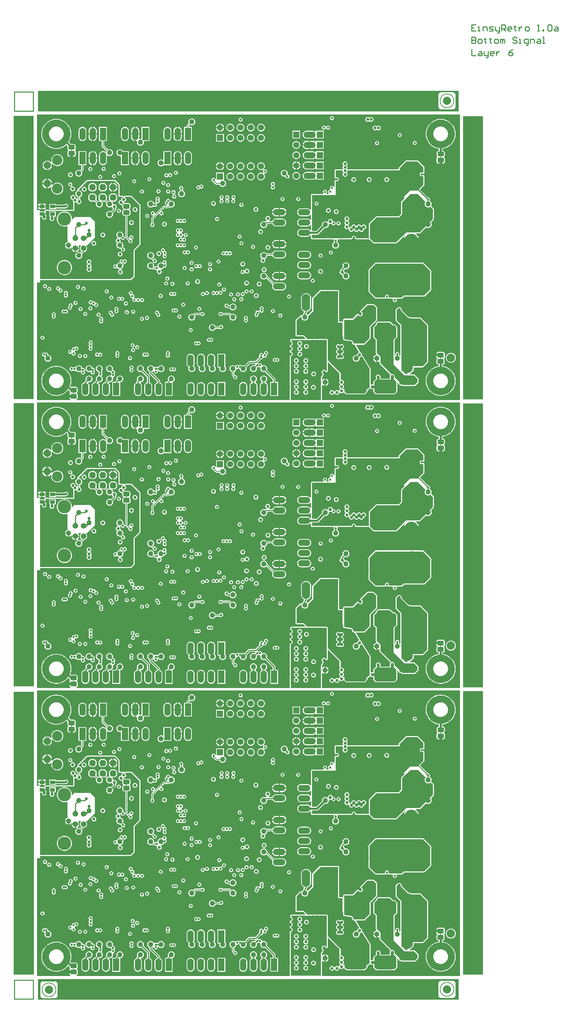
<source format=gbl>
G04 Layer_Physical_Order=6*
G04 Layer_Color=16711680*
%FSLAX24Y24*%
%MOIN*%
G70*
G01*
G75*
%ADD10C,0.0070*%
G04:AMPARAMS|DCode=11|XSize=78.7mil|YSize=78.7mil|CornerRadius=39.4mil|HoleSize=0mil|Usage=FLASHONLY|Rotation=90.000|XOffset=0mil|YOffset=0mil|HoleType=Round|Shape=RoundedRectangle|*
%AMROUNDEDRECTD11*
21,1,0.0787,0.0000,0,0,90.0*
21,1,0.0000,0.0787,0,0,90.0*
1,1,0.0787,0.0000,0.0000*
1,1,0.0787,0.0000,0.0000*
1,1,0.0787,0.0000,0.0000*
1,1,0.0787,0.0000,0.0000*
%
%ADD11ROUNDEDRECTD11*%
%ADD12C,0.0100*%
%ADD13C,0.0650*%
%ADD14C,0.0080*%
G04:AMPARAMS|DCode=29|XSize=50mil|YSize=50mil|CornerRadius=25mil|HoleSize=0mil|Usage=FLASHONLY|Rotation=270.000|XOffset=0mil|YOffset=0mil|HoleType=Round|Shape=RoundedRectangle|*
%AMROUNDEDRECTD29*
21,1,0.0500,0.0000,0,0,270.0*
21,1,0.0000,0.0500,0,0,270.0*
1,1,0.0500,0.0000,0.0000*
1,1,0.0500,0.0000,0.0000*
1,1,0.0500,0.0000,0.0000*
1,1,0.0500,0.0000,0.0000*
%
%ADD29ROUNDEDRECTD29*%
%ADD65C,0.0060*%
%ADD67C,0.0220*%
%ADD68C,0.0200*%
%ADD72C,0.0120*%
%ADD74C,0.0160*%
%ADD79C,0.0300*%
%ADD80C,0.0250*%
%ADD81C,0.0090*%
%ADD82C,0.0500*%
%ADD83C,0.0700*%
%ADD84C,0.0270*%
%ADD91C,0.0400*%
%ADD103R,0.0600X0.1200*%
%ADD104O,0.0600X0.1200*%
G04:AMPARAMS|DCode=105|XSize=133mil|YSize=83mil|CornerRadius=0mil|HoleSize=0mil|Usage=FLASHONLY|Rotation=270.000|XOffset=0mil|YOffset=0mil|HoleType=Round|Shape=Octagon|*
%AMOCTAGOND105*
4,1,8,-0.0208,-0.0665,0.0208,-0.0665,0.0415,-0.0457,0.0415,0.0457,0.0208,0.0665,-0.0208,0.0665,-0.0415,0.0457,-0.0415,-0.0457,-0.0208,-0.0665,0.0*
%
%ADD105OCTAGOND105*%

%ADD106O,0.1200X0.0600*%
%ADD107C,0.0800*%
%ADD108P,0.0758X8X292.5*%
%ADD109C,0.1000*%
%ADD110C,0.0540*%
%ADD111C,0.1305*%
%ADD112P,0.0671X8X22.5*%
%ADD113O,0.0825X0.1650*%
%ADD114R,0.0591X0.0591*%
%ADD115C,0.0591*%
%ADD116O,0.1300X0.1360*%
%ADD117O,0.1181X0.0591*%
%ADD118R,0.0591X0.0591*%
%ADD119C,0.0220*%
%ADD120C,0.0300*%
%ADD121C,0.0320*%
%ADD122C,0.0290*%
G04:AMPARAMS|DCode=142|XSize=46mil|YSize=63mil|CornerRadius=11.5mil|HoleSize=0mil|Usage=FLASHONLY|Rotation=270.000|XOffset=0mil|YOffset=0mil|HoleType=Round|Shape=RoundedRectangle|*
%AMROUNDEDRECTD142*
21,1,0.0460,0.0400,0,0,270.0*
21,1,0.0230,0.0630,0,0,270.0*
1,1,0.0230,-0.0200,-0.0115*
1,1,0.0230,-0.0200,0.0115*
1,1,0.0230,0.0200,0.0115*
1,1,0.0230,0.0200,-0.0115*
%
%ADD142ROUNDEDRECTD142*%
G04:AMPARAMS|DCode=143|XSize=50mil|YSize=50mil|CornerRadius=25mil|HoleSize=0mil|Usage=FLASHONLY|Rotation=0.000|XOffset=0mil|YOffset=0mil|HoleType=Round|Shape=RoundedRectangle|*
%AMROUNDEDRECTD143*
21,1,0.0500,0.0000,0,0,0.0*
21,1,0.0000,0.0500,0,0,0.0*
1,1,0.0500,0.0000,0.0000*
1,1,0.0500,0.0000,0.0000*
1,1,0.0500,0.0000,0.0000*
1,1,0.0500,0.0000,0.0000*
%
%ADD143ROUNDEDRECTD143*%
%ADD144R,0.0492X0.0335*%
%ADD145R,0.0591X0.0591*%
%ADD146C,0.0850*%
G36*
X43671Y86683D02*
X2736D01*
Y88681D01*
X43671D01*
Y86683D01*
D02*
G37*
G36*
X6730Y78141D02*
X6733Y78129D01*
X6737Y78117D01*
X6742Y78105D01*
X6749Y78093D01*
X6758Y78082D01*
X6768Y78070D01*
X6780Y78058D01*
X6794Y78046D01*
X6809Y78034D01*
X6601Y78006D01*
X6614Y78023D01*
X6645Y78070D01*
X6652Y78084D01*
X6658Y78098D01*
X6663Y78111D01*
X6667Y78123D01*
X6669Y78134D01*
X6669Y78145D01*
X6729Y78153D01*
X6730Y78141D01*
D02*
G37*
G36*
X10549Y79574D02*
Y78388D01*
X10954D01*
X10970Y78338D01*
X10910Y78298D01*
X10859Y78222D01*
X10841Y78132D01*
X10842Y78126D01*
X10809Y78091D01*
X10720Y78074D01*
X10644Y78023D01*
X10593Y77947D01*
X10575Y77857D01*
X10593Y77767D01*
X10644Y77691D01*
X10720Y77640D01*
X10737Y77637D01*
X10738Y77636D01*
X10739Y77635D01*
X10754Y77625D01*
X10769Y77614D01*
X10771Y77614D01*
X10772Y77613D01*
X10790Y77609D01*
X10808Y77605D01*
X10844Y77604D01*
X10855Y77603D01*
X10865Y77601D01*
X10873Y77599D01*
X10879Y77597D01*
X10883Y77596D01*
X10885Y77595D01*
X10885Y77595D01*
X10889Y77591D01*
X10903Y77583D01*
X10917Y77574D01*
X10920Y77573D01*
X10923Y77572D01*
X10932Y77570D01*
Y77363D01*
X10948Y77287D01*
X10991Y77222D01*
X11012Y77208D01*
Y77148D01*
X10991Y77133D01*
X10948Y77069D01*
X10932Y76993D01*
Y76763D01*
X10948Y76687D01*
X10991Y76622D01*
X11055Y76579D01*
X11131Y76564D01*
X11219D01*
Y74472D01*
X11219Y74472D01*
X11228Y74429D01*
X11252Y74392D01*
X11488Y74156D01*
X11491Y74140D01*
X11492Y74137D01*
X11492Y74135D01*
X11502Y74120D01*
X11511Y74106D01*
X11514Y74102D01*
X11514Y74102D01*
X11515Y74100D01*
X11515Y74098D01*
X11516Y74094D01*
X11517Y74089D01*
X11517Y74083D01*
X11517Y74073D01*
X11521Y74054D01*
X11525Y74036D01*
X11526Y74035D01*
X11526Y74034D01*
X11537Y74019D01*
X11547Y74003D01*
X11548Y74002D01*
X11548Y74001D01*
X11550Y74000D01*
X11550Y73999D01*
X11592Y73937D01*
X11655Y73895D01*
X11729Y73880D01*
X11803Y73895D01*
X11866Y73937D01*
X11908Y73999D01*
X11923Y74074D01*
X11908Y74148D01*
X11869Y74207D01*
X11872Y74229D01*
X11882Y74260D01*
X11898Y74264D01*
X11961Y74306D01*
X12003Y74369D01*
X12018Y74443D01*
X12003Y74517D01*
X11961Y74580D01*
X11898Y74622D01*
X11824Y74636D01*
X11750Y74622D01*
X11687Y74580D01*
X11645Y74517D01*
X11631Y74443D01*
X11641Y74392D01*
X11595Y74367D01*
X11443Y74518D01*
Y76564D01*
X11531D01*
X11607Y76579D01*
X11672Y76622D01*
X11715Y76687D01*
X11730Y76763D01*
Y76993D01*
X11715Y77069D01*
X11672Y77133D01*
X11650Y77148D01*
Y77208D01*
X11672Y77222D01*
X11715Y77287D01*
X11730Y77363D01*
Y77593D01*
X11715Y77669D01*
X11672Y77733D01*
X11607Y77776D01*
X11531Y77792D01*
X11131D01*
X11110Y77787D01*
X11098Y77793D01*
X11063Y77828D01*
X11062Y77839D01*
X11062Y77850D01*
X11065Y77861D01*
X11095Y77902D01*
X11165Y77916D01*
X11241Y77967D01*
X11292Y78043D01*
X11310Y78132D01*
X11292Y78222D01*
X11241Y78298D01*
X11181Y78338D01*
X11196Y78388D01*
X11782D01*
X12595Y77593D01*
X12601D01*
Y73792D01*
X12030Y73221D01*
Y70682D01*
X11745Y70396D01*
X2926D01*
Y76455D01*
X3094D01*
X3123Y76425D01*
Y76386D01*
X3139Y76306D01*
X3184Y76238D01*
X3252Y76193D01*
X3332Y76177D01*
X3412Y76193D01*
X3480Y76238D01*
X3525Y76306D01*
X3541Y76386D01*
Y76512D01*
X3541Y76512D01*
X3525Y76592D01*
X3480Y76660D01*
X3468Y76672D01*
Y76672D01*
X3122D01*
Y76772D01*
X3468D01*
Y76989D01*
X3490Y77030D01*
X6262D01*
Y77815D01*
X6301Y77847D01*
X6341Y77839D01*
X6431Y77857D01*
X6451Y77870D01*
X6497Y77851D01*
X6503Y77824D01*
X6554Y77748D01*
X6630Y77697D01*
X6719Y77679D01*
X6809Y77697D01*
X6885Y77748D01*
X6936Y77824D01*
X6954Y77914D01*
X6936Y78003D01*
X6910Y78042D01*
X6910Y78046D01*
X6910Y78047D01*
X6910Y78047D01*
X6904Y78065D01*
X6898Y78084D01*
X6898Y78084D01*
X6897Y78085D01*
X6885Y78099D01*
X6872Y78114D01*
X6859Y78124D01*
X6850Y78132D01*
X6843Y78139D01*
X6838Y78145D01*
X6834Y78150D01*
X6832Y78153D01*
X6831Y78155D01*
X6831Y78160D01*
X6830Y78164D01*
X6830Y78167D01*
X6825Y78183D01*
X6821Y78198D01*
X6819Y78201D01*
X6817Y78205D01*
X6812Y78211D01*
Y78373D01*
X6866Y78395D01*
X6935Y78448D01*
X6988Y78517D01*
X7021Y78597D01*
X7032Y78684D01*
X7021Y78770D01*
X6988Y78850D01*
X6935Y78919D01*
X6866Y78972D01*
X6786Y79005D01*
X6699Y79016D01*
X6672Y79013D01*
X6649Y79060D01*
X7522Y79934D01*
X10189Y79934D01*
X10549Y79574D01*
D02*
G37*
G36*
X10960Y77835D02*
X10963Y77798D01*
X10965Y77782D01*
X10969Y77767D01*
X10973Y77753D01*
X10978Y77740D01*
X10984Y77729D01*
X10991Y77719D01*
X10998Y77710D01*
X10956Y77668D01*
X10947Y77676D01*
X10937Y77682D01*
X10926Y77688D01*
X10914Y77693D01*
X10900Y77698D01*
X10885Y77701D01*
X10868Y77704D01*
X10851Y77706D01*
X10811Y77707D01*
X10960Y77855D01*
X10960Y77835D01*
D02*
G37*
G36*
X11636Y74210D02*
X11644Y74204D01*
X11652Y74199D01*
X11661Y74195D01*
X11671Y74191D01*
X11681Y74189D01*
X11692Y74186D01*
X11703Y74185D01*
X11715Y74184D01*
X11728Y74184D01*
X11619Y74075D01*
X11619Y74088D01*
X11618Y74100D01*
X11617Y74111D01*
X11614Y74122D01*
X11612Y74132D01*
X11608Y74142D01*
X11604Y74151D01*
X11599Y74159D01*
X11593Y74167D01*
X11587Y74174D01*
X11629Y74216D01*
X11636Y74210D01*
D02*
G37*
G36*
X35622Y67626D02*
X35622Y66416D01*
X35499Y66294D01*
X34989Y65784D01*
Y64654D01*
X34449Y64114D01*
X33459D01*
X33299Y64444D01*
X32529Y64544D01*
Y66444D01*
X33379Y66444D01*
X33846Y66911D01*
X33904Y66897D01*
X33944Y66838D01*
X34020Y66787D01*
X34109Y66769D01*
X34199Y66787D01*
X34275Y66838D01*
X34326Y66914D01*
X34344Y67004D01*
X34326Y67093D01*
X34275Y67169D01*
X34216Y67209D01*
X34202Y67267D01*
X34812Y67876D01*
X35372D01*
X35622Y67626D01*
D02*
G37*
G36*
X31929Y66174D02*
X32369D01*
Y64834D01*
X32427Y64769D01*
Y64544D01*
X32430Y64530D01*
X32431Y64517D01*
X32434Y64511D01*
X32435Y64505D01*
X32443Y64493D01*
X32449Y64481D01*
X32454Y64477D01*
X32457Y64472D01*
X32468Y64464D01*
X32479Y64455D01*
X32485Y64453D01*
X32490Y64449D01*
X32504Y64447D01*
X32516Y64443D01*
X33232Y64350D01*
X33368Y64069D01*
X33378Y64056D01*
X33387Y64042D01*
X33390Y64040D01*
X33392Y64037D01*
X33406Y64029D01*
X33420Y64019D01*
X33423Y64019D01*
X33426Y64017D01*
X33443Y64015D01*
X33459Y64012D01*
X33529D01*
X33977Y63298D01*
X33957Y63252D01*
X33950Y63250D01*
X33874Y63199D01*
X33823Y63123D01*
X33817Y63097D01*
X33817Y63096D01*
X33816Y63095D01*
X33814Y63094D01*
X33805Y63078D01*
X33795Y63063D01*
X33795Y63061D01*
X33794Y63060D01*
X33791Y63042D01*
X33788Y63024D01*
X33740Y63011D01*
X33699Y63016D01*
X33613Y63005D01*
X33533Y62972D01*
X33464Y62919D01*
X33411Y62850D01*
X33378Y62770D01*
X33367Y62684D01*
X33378Y62597D01*
X33411Y62517D01*
X33464Y62448D01*
X33533Y62395D01*
X33613Y62362D01*
X33699Y62351D01*
X33786Y62362D01*
X33866Y62395D01*
X33935Y62448D01*
X33988Y62517D01*
X34021Y62597D01*
X34032Y62684D01*
X34025Y62739D01*
X34052Y62781D01*
X34067Y62786D01*
X34071Y62787D01*
X34088Y62791D01*
X34090Y62792D01*
X34091Y62793D01*
X34106Y62804D01*
X34120Y62815D01*
X34120Y62815D01*
X34129Y62817D01*
X34193Y62860D01*
X34253Y62857D01*
X34989Y61684D01*
Y59874D01*
X34819Y59704D01*
X33917D01*
X33876Y59483D01*
X33878Y59534D01*
X33876Y59540D01*
Y59538D01*
X33876Y59541D01*
X33864Y59579D01*
X33835Y59619D01*
X33789Y59653D01*
X33728Y59682D01*
X33660Y59703D01*
X33560Y59681D01*
X33449Y59642D01*
X33377Y59605D01*
X33367Y59576D01*
X33363Y59538D01*
Y59598D01*
X33359Y59596D01*
X33289Y59540D01*
X33241Y59477D01*
X33213Y59404D01*
X33206Y59324D01*
X33191Y59704D01*
X32414D01*
X32407Y59759D01*
X32435Y59778D01*
X32486Y59854D01*
X32504Y59944D01*
X32486Y60033D01*
X32435Y60109D01*
X32399Y60134D01*
Y60184D01*
X32435Y60208D01*
X32486Y60284D01*
X32504Y60374D01*
X32486Y60463D01*
X32435Y60539D01*
X32359Y60590D01*
X32269Y60608D01*
X32229Y60600D01*
X32179Y60641D01*
X32179Y61264D01*
X30924Y62519D01*
X30924Y64476D01*
X30916Y64515D01*
X30894Y64548D01*
X30861Y64570D01*
X30822Y64578D01*
X30784D01*
X30782Y64579D01*
X30707Y64594D01*
X30633Y64579D01*
X30631Y64578D01*
X30384D01*
X30382Y64579D01*
X30307Y64594D01*
X30233Y64579D01*
X30231Y64578D01*
X29984D01*
X29982Y64579D01*
X29907Y64594D01*
X29833Y64579D01*
X29831Y64578D01*
X29584D01*
X29582Y64579D01*
X29507Y64594D01*
X29433Y64579D01*
X29431Y64578D01*
X28932D01*
X28599Y64934D01*
X27882Y64934D01*
Y66386D01*
X28327Y66766D01*
X28374Y66741D01*
X28367Y66684D01*
X28378Y66597D01*
X28411Y66517D01*
X28464Y66448D01*
X28533Y66395D01*
X28613Y66362D01*
X28699Y66351D01*
X28786Y66362D01*
X28866Y66395D01*
X28935Y66448D01*
X28988Y66517D01*
X29021Y66597D01*
X29032Y66684D01*
X29024Y66746D01*
X29032Y66796D01*
X29512Y67276D01*
Y68526D01*
X30212Y69226D01*
X31929D01*
Y66174D01*
D02*
G37*
G36*
X37773Y63021D02*
X37770Y63017D01*
X37768Y63011D01*
X37765Y63004D01*
X37764Y62997D01*
X37762Y62988D01*
X37761Y62979D01*
X37760Y62958D01*
X37759Y62945D01*
X37639D01*
X37639Y62958D01*
X37637Y62988D01*
X37635Y62997D01*
X37633Y63004D01*
X37631Y63011D01*
X37628Y63017D01*
X37626Y63021D01*
X37622Y63025D01*
X37776D01*
X37773Y63021D01*
D02*
G37*
G36*
X34045Y62884D02*
X34032Y62883D01*
X34020Y62881D01*
X34008Y62878D01*
X33996Y62874D01*
X33984Y62869D01*
X33973Y62862D01*
X33961Y62855D01*
X33950Y62847D01*
X33939Y62838D01*
X33928Y62828D01*
X33839Y62908D01*
X33849Y62919D01*
X33858Y62930D01*
X33866Y62941D01*
X33873Y62953D01*
X33879Y62964D01*
X33883Y62976D01*
X33887Y62988D01*
X33889Y63000D01*
X33890Y63013D01*
X33890Y63025D01*
X34045Y62884D01*
D02*
G37*
G36*
X43781Y58625D02*
X30368D01*
X30361Y58634D01*
Y60075D01*
X30389Y60093D01*
X30431Y60105D01*
X30493Y60058D01*
X30578Y60023D01*
X30619Y60017D01*
Y60364D01*
Y60710D01*
X30578Y60705D01*
X30493Y60669D01*
X30431Y60622D01*
X30389Y60634D01*
X30361Y60652D01*
Y60803D01*
X30362Y60804D01*
X30365Y60805D01*
X30378Y60817D01*
X30391Y60827D01*
X30406Y60846D01*
X30409Y60851D01*
X30412Y60854D01*
X30418Y60868D01*
X30425Y60881D01*
X30425Y60886D01*
X30427Y60891D01*
X30441Y60961D01*
X30470Y61003D01*
X30481Y61011D01*
X30488Y61018D01*
X30497Y61024D01*
X30502Y61032D01*
X30510Y61039D01*
X30513Y61049D01*
X30519Y61057D01*
X30521Y61067D01*
X30525Y61076D01*
Y61086D01*
X30527Y61096D01*
Y61146D01*
X30525Y61156D01*
Y61166D01*
X30521Y61175D01*
X30519Y61185D01*
X30513Y61193D01*
X30510Y61203D01*
X30502Y61210D01*
X30497Y61218D01*
X30488Y61224D01*
X30481Y61231D01*
X30470Y61239D01*
X30441Y61281D01*
X30431Y61331D01*
X30441Y61381D01*
X30470Y61423D01*
X30512Y61452D01*
X30562Y61462D01*
X30612Y61452D01*
X30654Y61423D01*
X30687Y61374D01*
X30700Y61361D01*
X30714Y61347D01*
X30715Y61347D01*
X30715Y61346D01*
X30733Y61339D01*
X30750Y61331D01*
X30751Y61331D01*
X30752Y61331D01*
X30771D01*
X30790Y61330D01*
X30840Y61339D01*
X30850Y61343D01*
X30861Y61345D01*
X30868Y61350D01*
X30877Y61354D01*
X30885Y61361D01*
X30894Y61368D01*
X30899Y61375D01*
X30906Y61381D01*
X30910Y61391D01*
X30916Y61401D01*
X30918Y61409D01*
X30921Y61418D01*
X30922Y61429D01*
X30924Y61440D01*
Y62283D01*
X30989Y62310D01*
X32077Y61221D01*
X32077Y60641D01*
X32078Y60636D01*
X32078Y60631D01*
X32082Y60617D01*
X32085Y60602D01*
X32104Y60539D01*
X32053Y60463D01*
X32035Y60374D01*
X32053Y60284D01*
X32104Y60208D01*
X32125Y60194D01*
Y60124D01*
X32104Y60109D01*
X32053Y60033D01*
X32035Y59944D01*
X32053Y59854D01*
X32104Y59778D01*
X32117Y59769D01*
Y59699D01*
X32104Y59689D01*
X32053Y59613D01*
X32044Y59568D01*
X32026Y59557D01*
X31967Y59542D01*
X31909Y59580D01*
X31819Y59598D01*
X31730Y59580D01*
X31654Y59529D01*
X31618Y59477D01*
X31615Y59476D01*
X31543D01*
X31540Y59477D01*
X31505Y59529D01*
X31429Y59580D01*
X31339Y59598D01*
X31250Y59580D01*
X31174Y59529D01*
X31123Y59453D01*
X31105Y59364D01*
X31123Y59274D01*
X31174Y59198D01*
X31250Y59147D01*
X31339Y59129D01*
X31429Y59147D01*
X31505Y59198D01*
X31540Y59251D01*
X31543Y59252D01*
X31615D01*
X31618Y59251D01*
X31654Y59198D01*
X31730Y59147D01*
X31819Y59129D01*
X31909Y59147D01*
X31985Y59198D01*
X32036Y59274D01*
X32045Y59319D01*
X32062Y59331D01*
X32122Y59346D01*
X32180Y59307D01*
X32269Y59289D01*
X32359Y59307D01*
X32435Y59358D01*
X32445Y59372D01*
X32515Y59379D01*
X32701Y59193D01*
X33130D01*
X33193Y59184D01*
X34269D01*
X34332Y59193D01*
X34536D01*
X34784Y59440D01*
Y59602D01*
X34819D01*
X34858Y59609D01*
X34891Y59632D01*
X35019Y59759D01*
X35104Y59758D01*
X35172Y59713D01*
X35252Y59697D01*
X35354D01*
Y59436D01*
X35602Y59189D01*
X35954D01*
X35967Y59187D01*
X37032D01*
X37046Y59189D01*
X37437D01*
X37684Y59436D01*
Y60295D01*
X37754Y60328D01*
X37778Y60308D01*
X37777Y60306D01*
X37795Y60216D01*
X37846Y60140D01*
X37922Y60089D01*
X38012Y60072D01*
X38050Y60079D01*
X38097Y60032D01*
X38130Y60009D01*
X38169Y60002D01*
X39389D01*
X39428Y60009D01*
X39461Y60032D01*
X39461Y60032D01*
X39741Y60312D01*
X39764Y60345D01*
X39771Y60384D01*
Y60694D01*
X39764Y60733D01*
X39741Y60766D01*
X39411Y61096D01*
X39378Y61118D01*
X39339Y61126D01*
X38936D01*
X38929Y61196D01*
X38948Y61199D01*
X38981Y61222D01*
X39261Y61502D01*
X39284Y61535D01*
X39291Y61574D01*
X39291Y61812D01*
X40072D01*
X40072Y61812D01*
X40072Y61812D01*
X40159D01*
X40198Y61819D01*
X40231Y61842D01*
X40671Y62282D01*
X40694Y62315D01*
X40701Y62354D01*
Y63414D01*
Y65874D01*
X40694Y65913D01*
X40671Y65946D01*
X39999Y66618D01*
X39966Y66640D01*
X39927Y66648D01*
X38969Y66648D01*
X38955Y66669D01*
X38930Y66686D01*
X38913Y66698D01*
X38879Y66720D01*
X38789Y66738D01*
X38768Y66734D01*
X38105Y67398D01*
X38114Y67444D01*
X38096Y67533D01*
X38045Y67609D01*
X38025Y67623D01*
X37969Y67660D01*
X37879Y67678D01*
X37790Y67660D01*
X37714Y67609D01*
X37704Y67594D01*
X37683Y67590D01*
X37650Y67568D01*
X37550Y67468D01*
X37528Y67435D01*
X37520Y67396D01*
X37520Y66391D01*
X37528Y66352D01*
X37550Y66319D01*
X37987Y65881D01*
X37987Y64364D01*
X37987Y62957D01*
X37917Y62932D01*
X37866Y62972D01*
X37873Y62994D01*
X37875Y63010D01*
X37878Y63025D01*
X37878Y63027D01*
X37878Y63029D01*
X37893Y63104D01*
X37878Y63178D01*
X37836Y63241D01*
X37773Y63283D01*
X37699Y63297D01*
X37625Y63283D01*
X37562Y63241D01*
X37520Y63178D01*
X37506Y63104D01*
X37520Y63029D01*
X37521Y63027D01*
X37520Y63025D01*
X37522Y63015D01*
X37510Y62998D01*
X37501Y62991D01*
X37453Y63008D01*
X37431Y63030D01*
Y64489D01*
X37437D01*
X37684Y64736D01*
Y65731D01*
X37437Y65979D01*
X37299D01*
X37031Y66246D01*
X36998Y66268D01*
X36959Y66276D01*
X35819Y66276D01*
X35780Y66268D01*
X35747Y66246D01*
X35627Y66126D01*
X35605Y66093D01*
X35597Y66054D01*
Y65974D01*
X35354Y65731D01*
Y64736D01*
X35597Y64493D01*
Y63224D01*
X35605Y63185D01*
X35627Y63152D01*
X35627Y63152D01*
X35675Y63104D01*
X35650Y63030D01*
X35608Y63025D01*
X35523Y62989D01*
X35450Y62933D01*
X35394Y62860D01*
X35358Y62775D01*
X35353Y62734D01*
X35699D01*
Y62684D01*
X35749D01*
Y62337D01*
X35791Y62343D01*
X35876Y62378D01*
X35887Y62387D01*
X35957Y62352D01*
Y62214D01*
X35965Y62175D01*
X35987Y62142D01*
X37018Y61111D01*
X37016Y61092D01*
X36965Y61016D01*
X36947Y60926D01*
Y60696D01*
X36069D01*
X36044Y60766D01*
X36056Y60784D01*
X36074Y60874D01*
X36056Y60963D01*
X36005Y61039D01*
X35929Y61090D01*
X35839Y61108D01*
X35750Y61090D01*
X35674Y61039D01*
X35623Y60963D01*
X35605Y60874D01*
X35623Y60784D01*
X35646Y60750D01*
Y60679D01*
X35602D01*
X35354Y60431D01*
Y60208D01*
X35300Y60164D01*
X35279Y60168D01*
X35190Y60150D01*
X35161Y60131D01*
X35091Y60169D01*
Y61684D01*
X35090Y61692D01*
X35090Y61701D01*
X35086Y61711D01*
X35084Y61723D01*
X35079Y61730D01*
X35076Y61738D01*
X34340Y62911D01*
X34333Y62918D01*
X34329Y62926D01*
X34320Y62932D01*
X34313Y62940D01*
X34304Y62944D01*
X34297Y62949D01*
X34286Y62952D01*
X34276Y62956D01*
X34272Y63026D01*
X34274Y63034D01*
X34256Y63123D01*
X34205Y63199D01*
X34129Y63250D01*
X34079Y63296D01*
X34077Y63305D01*
X34078Y63315D01*
X34074Y63325D01*
X34072Y63335D01*
X34067Y63343D01*
X34063Y63352D01*
X33688Y63950D01*
X33722Y64012D01*
X34449D01*
X34488Y64019D01*
X34521Y64042D01*
X35061Y64582D01*
X35084Y64615D01*
X35091Y64654D01*
Y65741D01*
X35571Y66222D01*
X35694Y66344D01*
X35716Y66377D01*
X35724Y66416D01*
X35724Y67626D01*
X35716Y67665D01*
X35694Y67698D01*
X35444Y67948D01*
X35444Y67948D01*
X35411Y67970D01*
X35372Y67978D01*
X34812D01*
X34773Y67970D01*
X34740Y67948D01*
X34130Y67339D01*
X34124Y67329D01*
X34116Y67321D01*
X34113Y67313D01*
X34108Y67306D01*
X34106Y67294D01*
X34102Y67284D01*
X34102Y67275D01*
X34100Y67267D01*
X34103Y67255D01*
X34103Y67244D01*
X34116Y67186D01*
X34124Y67170D01*
X34131Y67153D01*
X34132Y67151D01*
X34133Y67150D01*
X34146Y67137D01*
X34159Y67124D01*
X34202Y67096D01*
X34230Y67054D01*
X34240Y67004D01*
X34230Y66954D01*
X34202Y66911D01*
X34159Y66883D01*
X34109Y66873D01*
X34059Y66883D01*
X34017Y66911D01*
X33989Y66954D01*
X33976Y66967D01*
X33963Y66980D01*
X33962Y66981D01*
X33960Y66982D01*
X33943Y66989D01*
X33927Y66997D01*
X33869Y67010D01*
X33858Y67010D01*
X33846Y67012D01*
X33838Y67011D01*
X33829Y67011D01*
X33819Y67007D01*
X33807Y67005D01*
X33800Y67000D01*
X33792Y66997D01*
X33784Y66989D01*
X33774Y66983D01*
X33337Y66546D01*
X32529Y66546D01*
X32490Y66538D01*
X32457Y66516D01*
X32435Y66483D01*
X32427Y66444D01*
Y66333D01*
X32369Y66276D01*
X32031D01*
Y69226D01*
X32024Y69265D01*
X32001Y69298D01*
X31968Y69320D01*
X31929Y69328D01*
X30212D01*
X30173Y69320D01*
X30140Y69298D01*
X29440Y68598D01*
X29418Y68565D01*
X29410Y68526D01*
Y67318D01*
X29005Y66914D01*
X28935Y66918D01*
X28935Y66919D01*
X28869Y66969D01*
X28865Y66978D01*
X28859Y67051D01*
X28903Y67095D01*
X28932Y67138D01*
X28942Y67189D01*
Y67223D01*
X29058Y67271D01*
X29161Y67350D01*
X29240Y67453D01*
X29289Y67573D01*
X29306Y67701D01*
Y68526D01*
X29289Y68655D01*
X29240Y68774D01*
X29161Y68877D01*
X29058Y68956D01*
X28938Y69006D01*
X28809Y69023D01*
X28681Y69006D01*
X28561Y68956D01*
X28458Y68877D01*
X28379Y68774D01*
X28330Y68655D01*
X28313Y68526D01*
Y67701D01*
X28330Y67573D01*
X28379Y67453D01*
X28458Y67350D01*
X28561Y67271D01*
X28604Y67253D01*
X28618Y67184D01*
X28606Y67172D01*
X28577Y67129D01*
X28567Y67079D01*
Y66986D01*
X28533Y66972D01*
X28464Y66919D01*
X28435Y66881D01*
X28373Y66857D01*
X28355Y66862D01*
X28338Y66868D01*
X28336Y66868D01*
X28335Y66868D01*
X28317Y66866D01*
X28298Y66864D01*
X28297Y66863D01*
X28295Y66863D01*
X28279Y66854D01*
X28263Y66846D01*
X28262Y66845D01*
X28261Y66844D01*
X27816Y66464D01*
X27813Y66460D01*
X27810Y66458D01*
X27801Y66445D01*
X27791Y66432D01*
X27790Y66429D01*
X27788Y66425D01*
X27785Y66410D01*
X27780Y66394D01*
X27781Y66390D01*
X27780Y66386D01*
Y64934D01*
X27788Y64895D01*
X27810Y64862D01*
X27843Y64839D01*
X27882Y64832D01*
X28555Y64832D01*
X28732Y64642D01*
X28704Y64578D01*
X27380D01*
X27371Y64576D01*
X27361D01*
X27351Y64572D01*
X27341Y64570D01*
X27333Y64565D01*
X27324Y64561D01*
X27317Y64554D01*
X27308Y64548D01*
X27303Y64540D01*
X27296Y64533D01*
X27292Y64524D01*
X27286Y64515D01*
X27284Y64505D01*
X27280Y64496D01*
X27267Y64430D01*
X27267Y64430D01*
X27263Y64419D01*
Y64411D01*
X27261Y64403D01*
X27263Y64391D01*
Y64379D01*
X27266Y64372D01*
X27267Y64364D01*
X27288Y64306D01*
X27294Y64295D01*
X27299Y64284D01*
X27305Y64278D01*
X27309Y64272D01*
X27319Y64264D01*
X27327Y64256D01*
X27372Y64226D01*
X27400Y64184D01*
X27410Y64134D01*
X27400Y64084D01*
X27372Y64041D01*
X27329Y64013D01*
X27309Y64009D01*
X27300Y64005D01*
X27290Y64003D01*
X27282Y63998D01*
X27273Y63994D01*
X27266Y63987D01*
X27257Y63981D01*
X27252Y63973D01*
X27245Y63966D01*
X27241Y63956D01*
X27235Y63948D01*
X27233Y63938D01*
X27229Y63929D01*
Y63919D01*
X27227Y63909D01*
Y63848D01*
X27229Y63838D01*
Y63828D01*
X27233Y63819D01*
X27235Y63809D01*
X27241Y63801D01*
X27245Y63792D01*
X27252Y63784D01*
X27257Y63776D01*
X27266Y63771D01*
X27273Y63763D01*
X27282Y63760D01*
X27290Y63754D01*
X27300Y63752D01*
X27309Y63748D01*
X27329Y63744D01*
X27372Y63716D01*
X27400Y63674D01*
X27410Y63624D01*
X27400Y63574D01*
X27372Y63531D01*
X27329Y63503D01*
X27309Y63499D01*
X27300Y63495D01*
X27290Y63493D01*
X27282Y63488D01*
X27273Y63484D01*
X27266Y63477D01*
X27257Y63471D01*
X27252Y63463D01*
X27245Y63456D01*
X27241Y63446D01*
X27235Y63438D01*
X27233Y63428D01*
X27229Y63419D01*
Y63409D01*
X27227Y63399D01*
Y63328D01*
X27229Y63318D01*
Y63308D01*
X27233Y63299D01*
X27235Y63289D01*
X27241Y63281D01*
X27245Y63272D01*
X27252Y63264D01*
X27257Y63256D01*
X27266Y63251D01*
X27273Y63243D01*
X27282Y63240D01*
X27290Y63234D01*
X27300Y63232D01*
X27309Y63228D01*
X27329Y63224D01*
X27372Y63196D01*
X27400Y63154D01*
X27410Y63104D01*
X27400Y63054D01*
X27372Y63011D01*
X27329Y62983D01*
X27309Y62979D01*
X27300Y62975D01*
X27290Y62973D01*
X27282Y62968D01*
X27273Y62964D01*
X27266Y62957D01*
X27257Y62951D01*
X27252Y62943D01*
X27245Y62936D01*
X27241Y62926D01*
X27235Y62918D01*
X27233Y62908D01*
X27229Y62899D01*
Y62889D01*
X27227Y62879D01*
X27227Y61188D01*
X27229Y61178D01*
Y61168D01*
X27232Y61156D01*
X27229Y61145D01*
Y61135D01*
X27227Y61125D01*
Y60027D01*
X27229Y60018D01*
Y60008D01*
X27233Y59998D01*
X27235Y59988D01*
X27241Y59980D01*
X27245Y59971D01*
X27245Y59970D01*
X27252Y59936D01*
X27245Y59902D01*
X27245Y59901D01*
X27241Y59892D01*
X27235Y59884D01*
X27233Y59874D01*
X27229Y59865D01*
Y59855D01*
X27227Y59845D01*
Y58634D01*
X27221Y58625D01*
X6488D01*
X6478Y58653D01*
X6476Y58695D01*
X6537Y58736D01*
X6584Y58807D01*
X6601Y58891D01*
Y59121D01*
X6584Y59205D01*
X6537Y59276D01*
X6525Y59284D01*
X6531Y59364D01*
X6566Y59415D01*
X6581Y59491D01*
Y59721D01*
X6566Y59797D01*
X6522Y59862D01*
X6458Y59905D01*
X6382Y59920D01*
X5982D01*
X5933Y59910D01*
X5869Y59974D01*
X5898Y60044D01*
X5952Y60266D01*
X5970Y60495D01*
X5952Y60723D01*
X5898Y60946D01*
X5811Y61157D01*
X5691Y61352D01*
X5542Y61527D01*
X5368Y61675D01*
X5173Y61795D01*
X4961Y61883D01*
X4739Y61936D01*
X4510Y61954D01*
X4282Y61936D01*
X4059Y61883D01*
X3848Y61795D01*
X3653Y61675D01*
X3479Y61527D01*
X3330Y61352D01*
X3210Y61157D01*
X3123Y60946D01*
X3069Y60723D01*
X3051Y60495D01*
X3069Y60266D01*
X3123Y60044D01*
X3210Y59832D01*
X3330Y59637D01*
X3479Y59463D01*
X3653Y59314D01*
X3848Y59194D01*
X4059Y59107D01*
X4282Y59053D01*
X4510Y59035D01*
X4739Y59053D01*
X4961Y59107D01*
X5173Y59194D01*
X5368Y59314D01*
X5542Y59463D01*
X5656Y59595D01*
X5726Y59598D01*
X5783Y59541D01*
Y59491D01*
X5798Y59415D01*
X5832Y59364D01*
X5839Y59284D01*
X5827Y59276D01*
X5779Y59205D01*
X5763Y59121D01*
Y58891D01*
X5779Y58807D01*
X5827Y58736D01*
X5888Y58695D01*
X5886Y58653D01*
X5876Y58625D01*
X2641D01*
Y70079D01*
X2926D01*
Y70294D01*
X11745D01*
X11784Y70302D01*
X11817Y70324D01*
X12102Y70610D01*
X12124Y70643D01*
X12132Y70682D01*
Y73179D01*
X12673Y73720D01*
X12695Y73753D01*
X12703Y73792D01*
Y77593D01*
X12695Y77632D01*
X12673Y77665D01*
X12655Y77677D01*
X11853Y78461D01*
X11837Y78472D01*
X11821Y78483D01*
X11820Y78483D01*
X11820Y78483D01*
X11801Y78487D01*
X11782Y78490D01*
X11196D01*
X11191Y78489D01*
X11186Y78490D01*
X11172Y78485D01*
X11157Y78483D01*
X11153Y78480D01*
X11148Y78478D01*
X11137Y78469D01*
X11124Y78460D01*
X11121Y78456D01*
X11118Y78453D01*
X11114Y78447D01*
X11109Y78445D01*
X11092Y78440D01*
X11059D01*
X11041Y78445D01*
X11037Y78447D01*
X11033Y78453D01*
X11029Y78456D01*
X11026Y78460D01*
X11014Y78469D01*
X11002Y78478D01*
X10998Y78480D01*
X10993Y78483D01*
X10979Y78485D01*
X10964Y78490D01*
X10959Y78489D01*
X10954Y78490D01*
X10651D01*
Y79574D01*
X10644Y79613D01*
X10621Y79646D01*
X10261Y80006D01*
X10228Y80028D01*
X10189Y80036D01*
X7522Y80036D01*
X7483Y80028D01*
X7450Y80006D01*
X6577Y79132D01*
X6575Y79130D01*
X6572Y79127D01*
X6564Y79113D01*
X6555Y79099D01*
X6554Y79096D01*
X6552Y79093D01*
X6550Y79077D01*
X6547Y79060D01*
X6548Y79057D01*
X6547Y79054D01*
X6551Y79038D01*
X6555Y79021D01*
X6533Y78972D01*
X6464Y78919D01*
X6411Y78850D01*
X6378Y78770D01*
X6367Y78684D01*
X6378Y78597D01*
X6411Y78517D01*
X6464Y78448D01*
X6533Y78395D01*
X6587Y78373D01*
Y78245D01*
X6517Y78224D01*
X6507Y78239D01*
X6431Y78290D01*
X6349Y78307D01*
X6354Y78334D01*
X6336Y78423D01*
X6285Y78499D01*
X6209Y78550D01*
X6119Y78568D01*
X6030Y78550D01*
X5954Y78499D01*
X5903Y78423D01*
X5885Y78334D01*
X5903Y78244D01*
X5954Y78168D01*
X6030Y78117D01*
X6112Y78101D01*
X6107Y78074D01*
X6124Y77984D01*
X6175Y77908D01*
X6168Y77854D01*
X6165Y77840D01*
X6161Y77825D01*
X6161Y77820D01*
X6160Y77815D01*
Y77132D01*
X3566D01*
X3502Y77145D01*
X3476Y77174D01*
X3468Y77199D01*
X3468Y77213D01*
X3468Y77213D01*
Y77400D01*
X3172D01*
Y77183D01*
X3402D01*
X3405Y77183D01*
X3436Y77122D01*
X3433Y77113D01*
X3426Y77109D01*
X3423Y77105D01*
X3418Y77102D01*
X3410Y77090D01*
X3401Y77079D01*
X3378Y77038D01*
X3377Y77033D01*
X3374Y77028D01*
X3371Y77014D01*
X3367Y77000D01*
X3307Y76969D01*
X2926D01*
Y77101D01*
X2921Y77106D01*
X2641D01*
Y86380D01*
X43781D01*
X43781Y58625D01*
D02*
G37*
G36*
X30822Y61440D02*
X30772Y61431D01*
X30728Y61497D01*
X30652Y61548D01*
X30562Y61565D01*
X30472Y61548D01*
X30396Y61497D01*
X30345Y61421D01*
X30327Y61331D01*
X30345Y61241D01*
X30396Y61165D01*
X30425Y61146D01*
Y61096D01*
X30396Y61077D01*
X30345Y61001D01*
X30327Y60911D01*
X30312Y60892D01*
X30259Y60884D01*
X30259Y60884D01*
Y58634D01*
X27329D01*
Y59845D01*
X27341Y59862D01*
X27356Y59936D01*
X27341Y60010D01*
X27329Y60027D01*
Y61125D01*
X27336Y61156D01*
X27329Y61188D01*
X27329Y62879D01*
X27369Y62887D01*
X27445Y62938D01*
X27496Y63014D01*
X27514Y63104D01*
X27496Y63193D01*
X27445Y63269D01*
X27369Y63320D01*
X27329Y63328D01*
Y63399D01*
X27369Y63407D01*
X27445Y63458D01*
X27496Y63534D01*
X27514Y63624D01*
X27496Y63713D01*
X27445Y63789D01*
X27369Y63840D01*
X27329Y63848D01*
Y63909D01*
X27369Y63917D01*
X27445Y63968D01*
X27496Y64044D01*
X27514Y64134D01*
X27496Y64223D01*
X27445Y64299D01*
X27384Y64340D01*
X27363Y64399D01*
X27366Y64404D01*
X27380Y64476D01*
X30822D01*
X30822Y61440D01*
D02*
G37*
G36*
X38812Y66546D02*
X39927Y66546D01*
X40599Y65874D01*
Y63414D01*
Y62354D01*
X40159Y61914D01*
X39189D01*
X39189Y61574D01*
X38909Y61294D01*
X38349Y61294D01*
X38089Y61554D01*
X38089Y64364D01*
X38089Y65924D01*
X37622Y66391D01*
X37622Y67396D01*
X37722Y67496D01*
X37862Y67496D01*
X38812Y66546D01*
D02*
G37*
G36*
X36959Y66174D02*
X37329Y65804D01*
Y62074D01*
X38379Y61024D01*
X39339D01*
X39669Y60694D01*
Y60384D01*
X39389Y60104D01*
X38169D01*
X37416Y60857D01*
Y60926D01*
X37399Y61016D01*
X37348Y61092D01*
X37272Y61143D01*
X37182Y61161D01*
X37124Y61149D01*
X36059Y62214D01*
X36059Y62864D01*
X35699Y63224D01*
X35699Y66054D01*
X35819Y66174D01*
X36959Y66174D01*
D02*
G37*
G36*
X2293Y58730D02*
X2293D01*
D01*
Y58730D01*
X2293Y58730D01*
D01*
D01*
X354D01*
Y86250D01*
X2293D01*
Y58730D01*
D02*
G37*
G36*
X46043Y58701D02*
X46043Y58701D01*
X44104D01*
Y86220D01*
X46043D01*
X46043Y58701D01*
D02*
G37*
G36*
X6730Y50149D02*
X6733Y50137D01*
X6737Y50125D01*
X6742Y50113D01*
X6749Y50101D01*
X6758Y50089D01*
X6768Y50077D01*
X6780Y50066D01*
X6794Y50054D01*
X6809Y50042D01*
X6601Y50014D01*
X6614Y50031D01*
X6645Y50078D01*
X6652Y50092D01*
X6658Y50106D01*
X6663Y50119D01*
X6667Y50131D01*
X6669Y50142D01*
X6669Y50153D01*
X6729Y50161D01*
X6730Y50149D01*
D02*
G37*
G36*
X10549Y51582D02*
Y50396D01*
X10954D01*
X10970Y50346D01*
X10910Y50306D01*
X10859Y50230D01*
X10841Y50140D01*
X10842Y50134D01*
X10809Y50099D01*
X10720Y50081D01*
X10644Y50031D01*
X10593Y49954D01*
X10575Y49865D01*
X10593Y49775D01*
X10644Y49699D01*
X10720Y49648D01*
X10737Y49645D01*
X10738Y49644D01*
X10739Y49643D01*
X10754Y49632D01*
X10769Y49622D01*
X10771Y49621D01*
X10772Y49621D01*
X10790Y49617D01*
X10808Y49613D01*
X10844Y49612D01*
X10855Y49611D01*
X10865Y49609D01*
X10873Y49607D01*
X10879Y49605D01*
X10883Y49604D01*
X10885Y49603D01*
X10885Y49603D01*
X10889Y49599D01*
X10903Y49591D01*
X10917Y49582D01*
X10920Y49581D01*
X10923Y49579D01*
X10932Y49578D01*
Y49371D01*
X10948Y49295D01*
X10991Y49230D01*
X11012Y49216D01*
Y49156D01*
X10991Y49141D01*
X10948Y49077D01*
X10932Y49001D01*
Y48771D01*
X10948Y48695D01*
X10991Y48630D01*
X11055Y48587D01*
X11131Y48572D01*
X11219D01*
Y46480D01*
X11219Y46480D01*
X11228Y46437D01*
X11252Y46400D01*
X11488Y46164D01*
X11491Y46148D01*
X11492Y46145D01*
X11492Y46143D01*
X11502Y46128D01*
X11511Y46113D01*
X11514Y46110D01*
X11514Y46110D01*
X11515Y46108D01*
X11515Y46106D01*
X11516Y46102D01*
X11517Y46097D01*
X11517Y46091D01*
X11517Y46081D01*
X11521Y46062D01*
X11525Y46044D01*
X11526Y46043D01*
X11526Y46042D01*
X11537Y46026D01*
X11547Y46010D01*
X11548Y46010D01*
X11548Y46009D01*
X11550Y46008D01*
X11550Y46007D01*
X11592Y45945D01*
X11655Y45903D01*
X11729Y45888D01*
X11803Y45903D01*
X11866Y45945D01*
X11908Y46007D01*
X11923Y46082D01*
X11908Y46156D01*
X11869Y46215D01*
X11872Y46237D01*
X11882Y46268D01*
X11898Y46272D01*
X11961Y46314D01*
X12003Y46376D01*
X12018Y46451D01*
X12003Y46525D01*
X11961Y46588D01*
X11898Y46630D01*
X11824Y46644D01*
X11750Y46630D01*
X11687Y46588D01*
X11645Y46525D01*
X11631Y46451D01*
X11641Y46399D01*
X11595Y46375D01*
X11443Y46526D01*
Y48572D01*
X11531D01*
X11607Y48587D01*
X11672Y48630D01*
X11715Y48695D01*
X11730Y48771D01*
Y49001D01*
X11715Y49077D01*
X11672Y49141D01*
X11650Y49156D01*
Y49216D01*
X11672Y49230D01*
X11715Y49295D01*
X11730Y49371D01*
Y49601D01*
X11715Y49677D01*
X11672Y49741D01*
X11607Y49784D01*
X11531Y49799D01*
X11131D01*
X11110Y49795D01*
X11098Y49801D01*
X11063Y49836D01*
X11062Y49847D01*
X11062Y49858D01*
X11065Y49869D01*
X11095Y49910D01*
X11165Y49924D01*
X11241Y49974D01*
X11292Y50051D01*
X11310Y50140D01*
X11292Y50230D01*
X11241Y50306D01*
X11181Y50346D01*
X11196Y50396D01*
X11782D01*
X12595Y49601D01*
X12601D01*
Y45800D01*
X12030Y45229D01*
Y42690D01*
X11745Y42404D01*
X2926D01*
Y48463D01*
X3094D01*
X3123Y48433D01*
Y48394D01*
X3139Y48314D01*
X3184Y48246D01*
X3252Y48201D01*
X3332Y48185D01*
X3412Y48201D01*
X3480Y48246D01*
X3525Y48314D01*
X3541Y48394D01*
Y48520D01*
X3541Y48520D01*
X3525Y48600D01*
X3480Y48668D01*
X3468Y48679D01*
Y48680D01*
X3122D01*
Y48780D01*
X3468D01*
Y48997D01*
X3490Y49038D01*
X6262D01*
Y49823D01*
X6301Y49855D01*
X6341Y49847D01*
X6431Y49865D01*
X6451Y49878D01*
X6497Y49859D01*
X6503Y49832D01*
X6554Y49756D01*
X6630Y49705D01*
X6719Y49687D01*
X6809Y49705D01*
X6885Y49756D01*
X6936Y49832D01*
X6954Y49921D01*
X6936Y50011D01*
X6910Y50050D01*
X6910Y50054D01*
X6910Y50054D01*
X6910Y50055D01*
X6904Y50073D01*
X6898Y50092D01*
X6898Y50092D01*
X6897Y50093D01*
X6885Y50107D01*
X6872Y50122D01*
X6859Y50132D01*
X6850Y50140D01*
X6843Y50147D01*
X6838Y50153D01*
X6834Y50158D01*
X6832Y50161D01*
X6831Y50163D01*
X6831Y50168D01*
X6830Y50171D01*
X6830Y50175D01*
X6825Y50191D01*
X6821Y50206D01*
X6819Y50209D01*
X6817Y50213D01*
X6812Y50219D01*
Y50381D01*
X6866Y50403D01*
X6935Y50456D01*
X6988Y50525D01*
X7021Y50605D01*
X7032Y50691D01*
X7021Y50778D01*
X6988Y50858D01*
X6935Y50927D01*
X6866Y50980D01*
X6786Y51013D01*
X6699Y51024D01*
X6672Y51021D01*
X6649Y51068D01*
X7522Y51941D01*
X10189Y51941D01*
X10549Y51582D01*
D02*
G37*
G36*
X10960Y49843D02*
X10963Y49806D01*
X10965Y49790D01*
X10969Y49774D01*
X10973Y49761D01*
X10978Y49748D01*
X10984Y49737D01*
X10991Y49727D01*
X10998Y49718D01*
X10956Y49676D01*
X10947Y49684D01*
X10937Y49690D01*
X10926Y49696D01*
X10914Y49701D01*
X10900Y49706D01*
X10885Y49709D01*
X10868Y49712D01*
X10851Y49714D01*
X10811Y49715D01*
X10960Y49863D01*
X10960Y49843D01*
D02*
G37*
G36*
X11636Y46218D02*
X11644Y46212D01*
X11652Y46207D01*
X11661Y46203D01*
X11671Y46199D01*
X11681Y46196D01*
X11692Y46194D01*
X11703Y46193D01*
X11715Y46192D01*
X11728Y46191D01*
X11619Y46083D01*
X11619Y46095D01*
X11618Y46108D01*
X11617Y46119D01*
X11614Y46130D01*
X11612Y46140D01*
X11608Y46150D01*
X11604Y46159D01*
X11599Y46167D01*
X11593Y46175D01*
X11587Y46182D01*
X11629Y46224D01*
X11636Y46218D01*
D02*
G37*
G36*
X35622Y39634D02*
X35622Y38424D01*
X35499Y38301D01*
X34989Y37792D01*
Y36662D01*
X34449Y36121D01*
X33459D01*
X33299Y36451D01*
X32529Y36551D01*
Y38451D01*
X33379Y38451D01*
X33846Y38918D01*
X33904Y38905D01*
X33944Y38846D01*
X34020Y38795D01*
X34109Y38777D01*
X34199Y38795D01*
X34275Y38846D01*
X34326Y38922D01*
X34344Y39011D01*
X34326Y39101D01*
X34275Y39177D01*
X34216Y39217D01*
X34202Y39275D01*
X34812Y39884D01*
X35372D01*
X35622Y39634D01*
D02*
G37*
G36*
X31929Y38182D02*
X32369D01*
Y36841D01*
X32427Y36776D01*
Y36551D01*
X32430Y36538D01*
X32431Y36525D01*
X32434Y36519D01*
X32435Y36512D01*
X32443Y36501D01*
X32449Y36489D01*
X32454Y36485D01*
X32457Y36479D01*
X32468Y36472D01*
X32479Y36463D01*
X32485Y36461D01*
X32490Y36457D01*
X32504Y36455D01*
X32516Y36450D01*
X33232Y36357D01*
X33368Y36077D01*
X33378Y36063D01*
X33387Y36049D01*
X33390Y36048D01*
X33392Y36045D01*
X33406Y36037D01*
X33420Y36027D01*
X33423Y36027D01*
X33426Y36025D01*
X33443Y36023D01*
X33459Y36020D01*
X33529D01*
X33977Y35306D01*
X33957Y35260D01*
X33950Y35258D01*
X33874Y35207D01*
X33823Y35131D01*
X33817Y35105D01*
X33817Y35104D01*
X33816Y35103D01*
X33814Y35102D01*
X33805Y35086D01*
X33795Y35071D01*
X33795Y35069D01*
X33794Y35067D01*
X33791Y35050D01*
X33788Y35032D01*
X33740Y35019D01*
X33699Y35024D01*
X33613Y35013D01*
X33533Y34980D01*
X33464Y34927D01*
X33411Y34858D01*
X33378Y34778D01*
X33367Y34692D01*
X33378Y34605D01*
X33411Y34525D01*
X33464Y34456D01*
X33533Y34403D01*
X33613Y34370D01*
X33699Y34359D01*
X33786Y34370D01*
X33866Y34403D01*
X33935Y34456D01*
X33988Y34525D01*
X34021Y34605D01*
X34032Y34692D01*
X34025Y34747D01*
X34052Y34789D01*
X34067Y34794D01*
X34071Y34795D01*
X34088Y34799D01*
X34090Y34800D01*
X34091Y34801D01*
X34106Y34812D01*
X34120Y34823D01*
X34120Y34823D01*
X34129Y34825D01*
X34193Y34867D01*
X34253Y34865D01*
X34989Y33691D01*
Y31881D01*
X34819Y31711D01*
X33917D01*
X33876Y31491D01*
X33878Y31542D01*
X33876Y31548D01*
Y31545D01*
X33876Y31549D01*
X33864Y31587D01*
X33835Y31627D01*
X33789Y31661D01*
X33728Y31690D01*
X33660Y31711D01*
X33560Y31688D01*
X33449Y31650D01*
X33377Y31613D01*
X33367Y31583D01*
X33363Y31545D01*
Y31606D01*
X33359Y31604D01*
X33289Y31548D01*
X33241Y31484D01*
X33213Y31412D01*
X33206Y31332D01*
X33191Y31711D01*
X32414D01*
X32407Y31767D01*
X32435Y31786D01*
X32486Y31862D01*
X32504Y31951D01*
X32486Y32041D01*
X32435Y32117D01*
X32399Y32141D01*
Y32192D01*
X32435Y32216D01*
X32486Y32292D01*
X32504Y32381D01*
X32486Y32471D01*
X32435Y32547D01*
X32359Y32598D01*
X32269Y32616D01*
X32229Y32608D01*
X32179Y32649D01*
X32179Y33272D01*
X30924Y34527D01*
X30924Y36484D01*
X30916Y36523D01*
X30894Y36556D01*
X30861Y36578D01*
X30822Y36586D01*
X30784D01*
X30782Y36587D01*
X30707Y36602D01*
X30633Y36587D01*
X30631Y36586D01*
X30384D01*
X30382Y36587D01*
X30307Y36602D01*
X30233Y36587D01*
X30231Y36586D01*
X29984D01*
X29982Y36587D01*
X29907Y36602D01*
X29833Y36587D01*
X29831Y36586D01*
X29584D01*
X29582Y36587D01*
X29507Y36602D01*
X29433Y36587D01*
X29431Y36586D01*
X28932D01*
X28599Y36941D01*
X27882Y36941D01*
Y38394D01*
X28327Y38774D01*
X28374Y38749D01*
X28367Y38691D01*
X28378Y38605D01*
X28411Y38525D01*
X28464Y38456D01*
X28533Y38403D01*
X28613Y38370D01*
X28699Y38359D01*
X28786Y38370D01*
X28866Y38403D01*
X28935Y38456D01*
X28988Y38525D01*
X29021Y38605D01*
X29032Y38691D01*
X29024Y38754D01*
X29032Y38804D01*
X29512Y39284D01*
Y40534D01*
X30212Y41234D01*
X31929D01*
Y38182D01*
D02*
G37*
G36*
X37773Y35029D02*
X37770Y35024D01*
X37768Y35019D01*
X37765Y35012D01*
X37764Y35005D01*
X37762Y34996D01*
X37761Y34987D01*
X37760Y34965D01*
X37759Y34953D01*
X37639D01*
X37639Y34965D01*
X37637Y34996D01*
X37635Y35005D01*
X37633Y35012D01*
X37631Y35019D01*
X37628Y35024D01*
X37626Y35029D01*
X37622Y35033D01*
X37776D01*
X37773Y35029D01*
D02*
G37*
G36*
X34045Y34892D02*
X34032Y34891D01*
X34020Y34889D01*
X34008Y34886D01*
X33996Y34882D01*
X33984Y34876D01*
X33973Y34870D01*
X33961Y34863D01*
X33950Y34855D01*
X33939Y34846D01*
X33928Y34836D01*
X33839Y34916D01*
X33849Y34927D01*
X33858Y34938D01*
X33866Y34949D01*
X33873Y34961D01*
X33879Y34972D01*
X33883Y34984D01*
X33887Y34996D01*
X33889Y35008D01*
X33890Y35020D01*
X33890Y35033D01*
X34045Y34892D01*
D02*
G37*
G36*
X43781Y30633D02*
X30368D01*
X30361Y30642D01*
Y32083D01*
X30389Y32101D01*
X30431Y32113D01*
X30493Y32066D01*
X30578Y32030D01*
X30619Y32025D01*
Y32371D01*
Y32718D01*
X30578Y32712D01*
X30493Y32677D01*
X30431Y32630D01*
X30389Y32642D01*
X30361Y32660D01*
Y32811D01*
X30362Y32812D01*
X30365Y32813D01*
X30378Y32824D01*
X30391Y32835D01*
X30406Y32854D01*
X30409Y32859D01*
X30412Y32862D01*
X30418Y32876D01*
X30425Y32889D01*
X30425Y32894D01*
X30427Y32899D01*
X30441Y32969D01*
X30470Y33011D01*
X30481Y33019D01*
X30488Y33026D01*
X30497Y33032D01*
X30502Y33040D01*
X30510Y33047D01*
X30513Y33057D01*
X30519Y33065D01*
X30521Y33075D01*
X30525Y33084D01*
Y33094D01*
X30527Y33104D01*
Y33154D01*
X30525Y33164D01*
Y33174D01*
X30521Y33183D01*
X30519Y33193D01*
X30513Y33201D01*
X30510Y33211D01*
X30502Y33218D01*
X30497Y33226D01*
X30488Y33232D01*
X30481Y33239D01*
X30470Y33247D01*
X30441Y33289D01*
X30431Y33339D01*
X30441Y33389D01*
X30470Y33431D01*
X30512Y33459D01*
X30562Y33469D01*
X30612Y33459D01*
X30654Y33431D01*
X30687Y33382D01*
X30700Y33369D01*
X30714Y33355D01*
X30715Y33355D01*
X30715Y33354D01*
X30733Y33347D01*
X30750Y33339D01*
X30751Y33339D01*
X30752Y33339D01*
X30771D01*
X30790Y33338D01*
X30840Y33347D01*
X30850Y33351D01*
X30861Y33353D01*
X30868Y33358D01*
X30877Y33362D01*
X30885Y33369D01*
X30894Y33375D01*
X30899Y33383D01*
X30906Y33389D01*
X30910Y33399D01*
X30916Y33408D01*
X30918Y33417D01*
X30921Y33426D01*
X30922Y33437D01*
X30924Y33447D01*
Y34291D01*
X30989Y34318D01*
X32077Y33229D01*
X32077Y32649D01*
X32078Y32644D01*
X32078Y32639D01*
X32082Y32625D01*
X32085Y32610D01*
X32104Y32547D01*
X32053Y32471D01*
X32035Y32381D01*
X32053Y32292D01*
X32104Y32216D01*
X32125Y32201D01*
Y32132D01*
X32104Y32117D01*
X32053Y32041D01*
X32035Y31951D01*
X32053Y31862D01*
X32104Y31786D01*
X32117Y31776D01*
Y31707D01*
X32104Y31697D01*
X32053Y31621D01*
X32044Y31576D01*
X32026Y31564D01*
X31967Y31549D01*
X31909Y31588D01*
X31819Y31606D01*
X31730Y31588D01*
X31654Y31537D01*
X31618Y31484D01*
X31615Y31483D01*
X31543D01*
X31540Y31484D01*
X31505Y31537D01*
X31429Y31588D01*
X31339Y31606D01*
X31250Y31588D01*
X31174Y31537D01*
X31123Y31461D01*
X31105Y31372D01*
X31123Y31282D01*
X31174Y31206D01*
X31250Y31155D01*
X31339Y31137D01*
X31429Y31155D01*
X31505Y31206D01*
X31540Y31258D01*
X31543Y31260D01*
X31615D01*
X31618Y31258D01*
X31654Y31206D01*
X31730Y31155D01*
X31819Y31137D01*
X31909Y31155D01*
X31985Y31206D01*
X32036Y31282D01*
X32045Y31327D01*
X32062Y31339D01*
X32122Y31354D01*
X32180Y31315D01*
X32269Y31297D01*
X32359Y31315D01*
X32435Y31366D01*
X32445Y31380D01*
X32515Y31387D01*
X32701Y31200D01*
X33130D01*
X33193Y31192D01*
X34269D01*
X34332Y31200D01*
X34536D01*
X34784Y31448D01*
Y31610D01*
X34819D01*
X34858Y31617D01*
X34891Y31639D01*
X35019Y31767D01*
X35104Y31766D01*
X35172Y31721D01*
X35252Y31705D01*
X35354D01*
Y31444D01*
X35602Y31196D01*
X35954D01*
X35967Y31195D01*
X37032D01*
X37046Y31196D01*
X37437D01*
X37684Y31444D01*
Y32303D01*
X37754Y32336D01*
X37778Y32316D01*
X37777Y32314D01*
X37795Y32224D01*
X37846Y32148D01*
X37922Y32097D01*
X38012Y32080D01*
X38050Y32087D01*
X38097Y32039D01*
X38130Y32017D01*
X38169Y32010D01*
X39389D01*
X39428Y32017D01*
X39461Y32039D01*
X39461Y32039D01*
X39741Y32319D01*
X39764Y32352D01*
X39771Y32392D01*
Y32701D01*
X39764Y32741D01*
X39741Y32774D01*
X39411Y33104D01*
X39378Y33126D01*
X39339Y33133D01*
X38936D01*
X38929Y33203D01*
X38948Y33207D01*
X38981Y33229D01*
X39261Y33509D01*
X39284Y33542D01*
X39291Y33581D01*
X39291Y33820D01*
X40072D01*
X40072Y33820D01*
X40072Y33820D01*
X40159D01*
X40198Y33827D01*
X40231Y33849D01*
X40671Y34289D01*
X40694Y34322D01*
X40701Y34362D01*
Y35422D01*
Y37881D01*
X40694Y37921D01*
X40671Y37954D01*
X39999Y38626D01*
X39966Y38648D01*
X39927Y38656D01*
X38969Y38656D01*
X38955Y38677D01*
X38930Y38694D01*
X38913Y38706D01*
X38879Y38728D01*
X38789Y38746D01*
X38768Y38742D01*
X38105Y39405D01*
X38114Y39451D01*
X38096Y39541D01*
X38045Y39617D01*
X38025Y39631D01*
X37969Y39668D01*
X37879Y39686D01*
X37790Y39668D01*
X37714Y39617D01*
X37704Y39602D01*
X37683Y39598D01*
X37650Y39576D01*
X37550Y39476D01*
X37528Y39443D01*
X37520Y39404D01*
X37520Y38399D01*
X37528Y38360D01*
X37550Y38327D01*
X37987Y37889D01*
X37987Y36371D01*
X37987Y34965D01*
X37917Y34940D01*
X37866Y34980D01*
X37873Y35002D01*
X37875Y35017D01*
X37878Y35033D01*
X37878Y35035D01*
X37878Y35037D01*
X37893Y35111D01*
X37878Y35186D01*
X37836Y35248D01*
X37773Y35290D01*
X37699Y35305D01*
X37625Y35290D01*
X37562Y35248D01*
X37520Y35186D01*
X37506Y35111D01*
X37520Y35037D01*
X37521Y35035D01*
X37520Y35033D01*
X37522Y35023D01*
X37510Y35006D01*
X37501Y34999D01*
X37453Y35016D01*
X37431Y35038D01*
Y36497D01*
X37437D01*
X37684Y36744D01*
Y37739D01*
X37437Y37987D01*
X37299D01*
X37031Y38254D01*
X36998Y38276D01*
X36959Y38283D01*
X35819Y38283D01*
X35780Y38276D01*
X35747Y38254D01*
X35627Y38134D01*
X35605Y38101D01*
X35597Y38061D01*
Y37982D01*
X35354Y37739D01*
Y36744D01*
X35597Y36501D01*
Y35231D01*
X35605Y35192D01*
X35627Y35159D01*
X35627Y35159D01*
X35675Y35112D01*
X35650Y35038D01*
X35608Y35032D01*
X35523Y34997D01*
X35450Y34941D01*
X35394Y34868D01*
X35358Y34783D01*
X35353Y34741D01*
X35699D01*
Y34692D01*
X35749D01*
Y34345D01*
X35791Y34351D01*
X35876Y34386D01*
X35887Y34395D01*
X35957Y34360D01*
Y34221D01*
X35965Y34182D01*
X35987Y34149D01*
X37018Y33119D01*
X37016Y33100D01*
X36965Y33024D01*
X36947Y32934D01*
Y32703D01*
X36069D01*
X36044Y32773D01*
X36056Y32792D01*
X36074Y32882D01*
X36056Y32971D01*
X36005Y33047D01*
X35929Y33098D01*
X35839Y33116D01*
X35750Y33098D01*
X35674Y33047D01*
X35623Y32971D01*
X35605Y32882D01*
X35623Y32792D01*
X35646Y32757D01*
Y32687D01*
X35602D01*
X35354Y32439D01*
Y32216D01*
X35300Y32172D01*
X35279Y32176D01*
X35190Y32158D01*
X35161Y32139D01*
X35091Y32177D01*
Y33691D01*
X35090Y33700D01*
X35090Y33708D01*
X35086Y33719D01*
X35084Y33731D01*
X35079Y33738D01*
X35076Y33746D01*
X34340Y34919D01*
X34333Y34926D01*
X34329Y34934D01*
X34320Y34940D01*
X34313Y34948D01*
X34304Y34952D01*
X34297Y34957D01*
X34286Y34960D01*
X34276Y34964D01*
X34272Y35034D01*
X34274Y35041D01*
X34256Y35131D01*
X34205Y35207D01*
X34129Y35258D01*
X34079Y35304D01*
X34077Y35313D01*
X34078Y35323D01*
X34074Y35333D01*
X34072Y35343D01*
X34067Y35351D01*
X34063Y35360D01*
X33688Y35958D01*
X33722Y36020D01*
X34449D01*
X34488Y36027D01*
X34521Y36049D01*
X35061Y36589D01*
X35084Y36622D01*
X35091Y36662D01*
Y37749D01*
X35571Y38229D01*
X35694Y38352D01*
X35716Y38385D01*
X35724Y38424D01*
X35724Y39634D01*
X35716Y39673D01*
X35694Y39706D01*
X35444Y39956D01*
X35444Y39956D01*
X35411Y39978D01*
X35372Y39986D01*
X34812D01*
X34773Y39978D01*
X34740Y39956D01*
X34130Y39347D01*
X34124Y39337D01*
X34116Y39329D01*
X34113Y39321D01*
X34108Y39314D01*
X34106Y39302D01*
X34102Y39292D01*
X34102Y39283D01*
X34100Y39275D01*
X34103Y39263D01*
X34103Y39252D01*
X34116Y39194D01*
X34124Y39177D01*
X34131Y39160D01*
X34132Y39159D01*
X34133Y39158D01*
X34146Y39145D01*
X34159Y39132D01*
X34202Y39104D01*
X34230Y39061D01*
X34240Y39011D01*
X34230Y38962D01*
X34202Y38919D01*
X34159Y38891D01*
X34109Y38881D01*
X34059Y38891D01*
X34017Y38919D01*
X33989Y38962D01*
X33976Y38975D01*
X33963Y38988D01*
X33962Y38989D01*
X33960Y38990D01*
X33943Y38997D01*
X33927Y39005D01*
X33869Y39018D01*
X33858Y39018D01*
X33846Y39020D01*
X33838Y39019D01*
X33829Y39019D01*
X33819Y39015D01*
X33807Y39013D01*
X33800Y39008D01*
X33792Y39005D01*
X33784Y38997D01*
X33774Y38990D01*
X33337Y38553D01*
X32529Y38553D01*
X32490Y38546D01*
X32457Y38524D01*
X32435Y38491D01*
X32427Y38451D01*
Y38341D01*
X32369Y38283D01*
X32031D01*
Y41234D01*
X32024Y41273D01*
X32001Y41306D01*
X31968Y41328D01*
X31929Y41336D01*
X30212D01*
X30173Y41328D01*
X30140Y41306D01*
X29440Y40606D01*
X29418Y40573D01*
X29410Y40534D01*
Y39326D01*
X29005Y38921D01*
X28935Y38926D01*
X28935Y38927D01*
X28869Y38977D01*
X28865Y38985D01*
X28859Y39058D01*
X28903Y39103D01*
X28932Y39146D01*
X28942Y39197D01*
Y39231D01*
X29058Y39279D01*
X29161Y39358D01*
X29240Y39461D01*
X29289Y39580D01*
X29306Y39709D01*
Y40534D01*
X29289Y40663D01*
X29240Y40782D01*
X29161Y40885D01*
X29058Y40964D01*
X28938Y41014D01*
X28809Y41031D01*
X28681Y41014D01*
X28561Y40964D01*
X28458Y40885D01*
X28379Y40782D01*
X28330Y40663D01*
X28313Y40534D01*
Y39709D01*
X28330Y39580D01*
X28379Y39461D01*
X28458Y39358D01*
X28561Y39279D01*
X28604Y39261D01*
X28618Y39192D01*
X28606Y39180D01*
X28577Y39137D01*
X28567Y39087D01*
Y38994D01*
X28533Y38980D01*
X28464Y38927D01*
X28435Y38889D01*
X28373Y38865D01*
X28355Y38870D01*
X28338Y38876D01*
X28336Y38875D01*
X28335Y38876D01*
X28317Y38874D01*
X28298Y38872D01*
X28297Y38871D01*
X28295Y38871D01*
X28279Y38862D01*
X28263Y38853D01*
X28262Y38852D01*
X28261Y38852D01*
X27816Y38472D01*
X27813Y38468D01*
X27810Y38466D01*
X27801Y38453D01*
X27791Y38440D01*
X27790Y38436D01*
X27788Y38433D01*
X27785Y38417D01*
X27780Y38402D01*
X27781Y38398D01*
X27780Y38394D01*
Y36941D01*
X27788Y36902D01*
X27810Y36869D01*
X27843Y36847D01*
X27882Y36840D01*
X28555Y36840D01*
X28732Y36650D01*
X28704Y36586D01*
X27380D01*
X27371Y36584D01*
X27361D01*
X27351Y36580D01*
X27341Y36578D01*
X27333Y36573D01*
X27324Y36569D01*
X27317Y36562D01*
X27308Y36556D01*
X27303Y36548D01*
X27296Y36541D01*
X27292Y36531D01*
X27286Y36523D01*
X27284Y36513D01*
X27280Y36504D01*
X27267Y36438D01*
X27267Y36438D01*
X27263Y36426D01*
Y36419D01*
X27261Y36411D01*
X27263Y36399D01*
Y36387D01*
X27266Y36379D01*
X27267Y36372D01*
X27288Y36313D01*
X27294Y36303D01*
X27299Y36292D01*
X27305Y36286D01*
X27309Y36279D01*
X27319Y36272D01*
X27327Y36264D01*
X27372Y36234D01*
X27400Y36191D01*
X27410Y36142D01*
X27400Y36092D01*
X27372Y36049D01*
X27329Y36021D01*
X27309Y36017D01*
X27300Y36013D01*
X27290Y36011D01*
X27282Y36006D01*
X27273Y36002D01*
X27266Y35995D01*
X27257Y35989D01*
X27252Y35981D01*
X27245Y35974D01*
X27241Y35964D01*
X27235Y35956D01*
X27233Y35946D01*
X27229Y35937D01*
Y35927D01*
X27227Y35917D01*
Y35856D01*
X27229Y35846D01*
Y35836D01*
X27233Y35827D01*
X27235Y35817D01*
X27241Y35809D01*
X27245Y35799D01*
X27252Y35792D01*
X27257Y35784D01*
X27266Y35778D01*
X27273Y35771D01*
X27282Y35767D01*
X27290Y35762D01*
X27300Y35760D01*
X27309Y35756D01*
X27329Y35752D01*
X27372Y35724D01*
X27400Y35681D01*
X27410Y35631D01*
X27400Y35582D01*
X27372Y35539D01*
X27329Y35511D01*
X27309Y35507D01*
X27300Y35503D01*
X27290Y35501D01*
X27282Y35496D01*
X27273Y35492D01*
X27266Y35485D01*
X27257Y35479D01*
X27252Y35471D01*
X27245Y35464D01*
X27241Y35454D01*
X27235Y35446D01*
X27233Y35436D01*
X27229Y35427D01*
Y35417D01*
X27227Y35407D01*
Y35336D01*
X27229Y35326D01*
Y35316D01*
X27233Y35307D01*
X27235Y35297D01*
X27241Y35289D01*
X27245Y35279D01*
X27252Y35272D01*
X27257Y35264D01*
X27266Y35258D01*
X27273Y35251D01*
X27282Y35247D01*
X27290Y35242D01*
X27300Y35240D01*
X27309Y35236D01*
X27329Y35232D01*
X27372Y35204D01*
X27400Y35161D01*
X27410Y35111D01*
X27400Y35062D01*
X27372Y35019D01*
X27329Y34991D01*
X27309Y34987D01*
X27300Y34983D01*
X27290Y34981D01*
X27282Y34976D01*
X27273Y34972D01*
X27266Y34965D01*
X27257Y34959D01*
X27252Y34951D01*
X27245Y34944D01*
X27241Y34934D01*
X27235Y34926D01*
X27233Y34916D01*
X27229Y34907D01*
Y34897D01*
X27227Y34887D01*
X27227Y33195D01*
X27229Y33186D01*
Y33176D01*
X27232Y33164D01*
X27229Y33153D01*
Y33142D01*
X27227Y33133D01*
Y32035D01*
X27229Y32026D01*
Y32015D01*
X27233Y32006D01*
X27235Y31996D01*
X27241Y31988D01*
X27245Y31979D01*
X27245Y31978D01*
X27252Y31944D01*
X27245Y31910D01*
X27245Y31909D01*
X27241Y31900D01*
X27235Y31892D01*
X27233Y31882D01*
X27229Y31873D01*
Y31863D01*
X27227Y31853D01*
Y30642D01*
X27221Y30633D01*
X6488D01*
X6478Y30661D01*
X6476Y30703D01*
X6537Y30744D01*
X6584Y30815D01*
X6601Y30899D01*
Y31129D01*
X6584Y31213D01*
X6537Y31284D01*
X6525Y31292D01*
X6531Y31372D01*
X6566Y31423D01*
X6581Y31499D01*
Y31729D01*
X6566Y31805D01*
X6522Y31870D01*
X6458Y31913D01*
X6382Y31928D01*
X5982D01*
X5933Y31918D01*
X5869Y31981D01*
X5898Y32052D01*
X5952Y32274D01*
X5970Y32503D01*
X5952Y32731D01*
X5898Y32953D01*
X5811Y33165D01*
X5691Y33360D01*
X5542Y33534D01*
X5368Y33683D01*
X5173Y33803D01*
X4961Y33890D01*
X4739Y33944D01*
X4510Y33962D01*
X4282Y33944D01*
X4059Y33890D01*
X3848Y33803D01*
X3653Y33683D01*
X3479Y33534D01*
X3330Y33360D01*
X3210Y33165D01*
X3123Y32953D01*
X3069Y32731D01*
X3051Y32503D01*
X3069Y32274D01*
X3123Y32052D01*
X3210Y31840D01*
X3330Y31645D01*
X3479Y31471D01*
X3653Y31322D01*
X3848Y31202D01*
X4059Y31115D01*
X4282Y31061D01*
X4510Y31043D01*
X4739Y31061D01*
X4961Y31115D01*
X5173Y31202D01*
X5368Y31322D01*
X5542Y31471D01*
X5656Y31603D01*
X5726Y31606D01*
X5783Y31549D01*
Y31499D01*
X5798Y31423D01*
X5832Y31372D01*
X5839Y31292D01*
X5827Y31284D01*
X5779Y31213D01*
X5763Y31129D01*
Y30899D01*
X5779Y30815D01*
X5827Y30744D01*
X5888Y30703D01*
X5886Y30661D01*
X5876Y30633D01*
X2641D01*
Y42087D01*
X2926D01*
Y42302D01*
X11745D01*
X11784Y42310D01*
X11817Y42332D01*
X12102Y42617D01*
X12124Y42651D01*
X12132Y42690D01*
Y45187D01*
X12673Y45728D01*
X12695Y45761D01*
X12703Y45800D01*
Y49601D01*
X12695Y49640D01*
X12673Y49673D01*
X12655Y49685D01*
X11853Y50469D01*
X11837Y50480D01*
X11821Y50490D01*
X11820Y50491D01*
X11820Y50491D01*
X11801Y50494D01*
X11782Y50498D01*
X11196D01*
X11191Y50497D01*
X11186Y50498D01*
X11172Y50493D01*
X11157Y50490D01*
X11153Y50488D01*
X11148Y50486D01*
X11137Y50477D01*
X11124Y50468D01*
X11121Y50464D01*
X11118Y50461D01*
X11114Y50454D01*
X11109Y50453D01*
X11092Y50448D01*
X11059D01*
X11041Y50453D01*
X11037Y50454D01*
X11033Y50461D01*
X11029Y50464D01*
X11026Y50468D01*
X11014Y50477D01*
X11002Y50486D01*
X10998Y50488D01*
X10993Y50490D01*
X10979Y50493D01*
X10964Y50498D01*
X10959Y50497D01*
X10954Y50498D01*
X10651D01*
Y51582D01*
X10644Y51621D01*
X10621Y51654D01*
X10261Y52014D01*
X10228Y52036D01*
X10189Y52043D01*
X7522Y52043D01*
X7483Y52036D01*
X7450Y52014D01*
X6577Y51140D01*
X6575Y51137D01*
X6572Y51135D01*
X6564Y51121D01*
X6555Y51107D01*
X6554Y51104D01*
X6552Y51101D01*
X6550Y51084D01*
X6547Y51068D01*
X6548Y51065D01*
X6547Y51061D01*
X6551Y51045D01*
X6555Y51029D01*
X6533Y50980D01*
X6464Y50927D01*
X6411Y50858D01*
X6378Y50778D01*
X6367Y50691D01*
X6378Y50605D01*
X6411Y50525D01*
X6464Y50456D01*
X6533Y50403D01*
X6587Y50381D01*
Y50253D01*
X6517Y50232D01*
X6507Y50247D01*
X6431Y50298D01*
X6349Y50315D01*
X6354Y50342D01*
X6336Y50431D01*
X6285Y50507D01*
X6209Y50558D01*
X6119Y50576D01*
X6030Y50558D01*
X5954Y50507D01*
X5903Y50431D01*
X5885Y50342D01*
X5903Y50252D01*
X5954Y50176D01*
X6030Y50125D01*
X6112Y50108D01*
X6107Y50082D01*
X6124Y49992D01*
X6175Y49916D01*
X6168Y49862D01*
X6165Y49848D01*
X6161Y49833D01*
X6161Y49828D01*
X6160Y49823D01*
Y49140D01*
X3566D01*
X3502Y49153D01*
X3476Y49182D01*
X3468Y49207D01*
X3468Y49221D01*
X3468Y49221D01*
Y49408D01*
X3172D01*
Y49191D01*
X3402D01*
X3405Y49191D01*
X3436Y49130D01*
X3433Y49121D01*
X3426Y49117D01*
X3423Y49113D01*
X3418Y49110D01*
X3410Y49098D01*
X3401Y49087D01*
X3378Y49046D01*
X3377Y49041D01*
X3374Y49036D01*
X3371Y49022D01*
X3367Y49008D01*
X3307Y48977D01*
X2926D01*
Y49109D01*
X2921Y49114D01*
X2641D01*
Y58387D01*
X43781D01*
X43781Y30633D01*
D02*
G37*
G36*
X30822Y33447D02*
X30772Y33439D01*
X30728Y33505D01*
X30652Y33556D01*
X30562Y33573D01*
X30472Y33556D01*
X30396Y33505D01*
X30345Y33429D01*
X30327Y33339D01*
X30345Y33249D01*
X30396Y33173D01*
X30425Y33154D01*
Y33104D01*
X30396Y33085D01*
X30345Y33009D01*
X30327Y32919D01*
X30312Y32900D01*
X30259Y32891D01*
X30259Y32891D01*
Y30642D01*
X27329D01*
Y31853D01*
X27341Y31870D01*
X27356Y31944D01*
X27341Y32018D01*
X27329Y32035D01*
Y33133D01*
X27336Y33164D01*
X27329Y33195D01*
X27329Y34887D01*
X27369Y34895D01*
X27445Y34946D01*
X27496Y35022D01*
X27514Y35111D01*
X27496Y35201D01*
X27445Y35277D01*
X27369Y35328D01*
X27329Y35336D01*
Y35407D01*
X27369Y35415D01*
X27445Y35466D01*
X27496Y35542D01*
X27514Y35631D01*
X27496Y35721D01*
X27445Y35797D01*
X27369Y35848D01*
X27329Y35856D01*
Y35917D01*
X27369Y35925D01*
X27445Y35976D01*
X27496Y36052D01*
X27514Y36142D01*
X27496Y36231D01*
X27445Y36307D01*
X27384Y36348D01*
X27363Y36407D01*
X27366Y36412D01*
X27380Y36484D01*
X30822D01*
X30822Y33447D01*
D02*
G37*
G36*
X38812Y38554D02*
X39927Y38554D01*
X40599Y37881D01*
Y35422D01*
Y34362D01*
X40159Y33921D01*
X39189D01*
X39189Y33581D01*
X38909Y33301D01*
X38349Y33301D01*
X38089Y33561D01*
X38089Y36371D01*
X38089Y37931D01*
X37622Y38399D01*
X37622Y39404D01*
X37722Y39504D01*
X37862Y39504D01*
X38812Y38554D01*
D02*
G37*
G36*
X36959Y38181D02*
X37329Y37812D01*
Y34081D01*
X38379Y33031D01*
X39339D01*
X39669Y32701D01*
Y32392D01*
X39389Y32111D01*
X38169D01*
X37416Y32864D01*
Y32934D01*
X37399Y33024D01*
X37348Y33100D01*
X37272Y33151D01*
X37182Y33169D01*
X37124Y33157D01*
X36059Y34221D01*
X36059Y34871D01*
X35699Y35231D01*
X35699Y38061D01*
X35819Y38182D01*
X36959Y38181D01*
D02*
G37*
G36*
X2313Y30797D02*
X2313D01*
D01*
Y30797D01*
X2313Y30797D01*
D01*
D01*
X374D01*
Y58317D01*
X2313D01*
Y30797D01*
D02*
G37*
G36*
X46043Y30699D02*
X46043Y30699D01*
X44104D01*
Y58297D01*
X46043D01*
X46043Y30699D01*
D02*
G37*
G36*
X6730Y22157D02*
X6733Y22145D01*
X6737Y22133D01*
X6742Y22121D01*
X6749Y22109D01*
X6758Y22097D01*
X6768Y22085D01*
X6780Y22073D01*
X6794Y22061D01*
X6809Y22050D01*
X6601Y22022D01*
X6614Y22039D01*
X6645Y22086D01*
X6652Y22100D01*
X6658Y22114D01*
X6663Y22127D01*
X6667Y22139D01*
X6669Y22150D01*
X6669Y22161D01*
X6729Y22169D01*
X6730Y22157D01*
D02*
G37*
G36*
X10549Y23589D02*
Y22404D01*
X10954D01*
X10970Y22354D01*
X10910Y22314D01*
X10859Y22238D01*
X10841Y22148D01*
X10842Y22141D01*
X10809Y22107D01*
X10720Y22089D01*
X10644Y22038D01*
X10593Y21962D01*
X10575Y21873D01*
X10593Y21783D01*
X10644Y21707D01*
X10720Y21656D01*
X10737Y21652D01*
X10738Y21652D01*
X10739Y21651D01*
X10754Y21640D01*
X10769Y21630D01*
X10771Y21629D01*
X10772Y21628D01*
X10790Y21625D01*
X10808Y21621D01*
X10844Y21620D01*
X10855Y21618D01*
X10865Y21617D01*
X10873Y21615D01*
X10879Y21613D01*
X10883Y21612D01*
X10885Y21611D01*
X10885Y21611D01*
X10889Y21607D01*
X10903Y21599D01*
X10917Y21590D01*
X10920Y21589D01*
X10923Y21587D01*
X10932Y21586D01*
Y21378D01*
X10948Y21302D01*
X10991Y21238D01*
X11012Y21224D01*
Y21163D01*
X10991Y21149D01*
X10948Y21085D01*
X10932Y21008D01*
Y20778D01*
X10948Y20702D01*
X10991Y20638D01*
X11055Y20595D01*
X11131Y20580D01*
X11219D01*
Y18487D01*
X11219Y18487D01*
X11228Y18445D01*
X11252Y18408D01*
X11488Y18172D01*
X11491Y18155D01*
X11492Y18153D01*
X11492Y18151D01*
X11502Y18136D01*
X11511Y18121D01*
X11514Y18118D01*
X11514Y18118D01*
X11515Y18116D01*
X11515Y18114D01*
X11516Y18110D01*
X11517Y18105D01*
X11517Y18099D01*
X11517Y18089D01*
X11521Y18070D01*
X11525Y18051D01*
X11526Y18051D01*
X11526Y18050D01*
X11537Y18034D01*
X11547Y18018D01*
X11548Y18018D01*
X11548Y18017D01*
X11550Y18016D01*
X11550Y18015D01*
X11592Y17952D01*
X11655Y17910D01*
X11729Y17896D01*
X11803Y17910D01*
X11866Y17952D01*
X11908Y18015D01*
X11923Y18089D01*
X11908Y18163D01*
X11869Y18223D01*
X11872Y18245D01*
X11882Y18276D01*
X11898Y18280D01*
X11961Y18322D01*
X12003Y18384D01*
X12018Y18458D01*
X12003Y18533D01*
X11961Y18595D01*
X11898Y18637D01*
X11824Y18652D01*
X11750Y18637D01*
X11687Y18595D01*
X11645Y18533D01*
X11631Y18458D01*
X11641Y18407D01*
X11595Y18383D01*
X11443Y18534D01*
Y20580D01*
X11531D01*
X11607Y20595D01*
X11672Y20638D01*
X11715Y20702D01*
X11730Y20778D01*
Y21008D01*
X11715Y21085D01*
X11672Y21149D01*
X11650Y21163D01*
Y21224D01*
X11672Y21238D01*
X11715Y21302D01*
X11730Y21378D01*
Y21608D01*
X11715Y21685D01*
X11672Y21749D01*
X11607Y21792D01*
X11531Y21807D01*
X11131D01*
X11110Y21803D01*
X11098Y21809D01*
X11063Y21844D01*
X11062Y21855D01*
X11062Y21865D01*
X11065Y21876D01*
X11095Y21918D01*
X11165Y21932D01*
X11241Y21982D01*
X11292Y22058D01*
X11310Y22148D01*
X11292Y22238D01*
X11241Y22314D01*
X11181Y22354D01*
X11196Y22404D01*
X11782D01*
X12595Y21608D01*
X12601D01*
Y17808D01*
X12030Y17237D01*
Y14697D01*
X11745Y14412D01*
X2926D01*
Y20470D01*
X3094D01*
X3123Y20441D01*
Y20402D01*
X3139Y20322D01*
X3184Y20254D01*
X3252Y20209D01*
X3332Y20193D01*
X3412Y20209D01*
X3480Y20254D01*
X3525Y20322D01*
X3541Y20402D01*
Y20528D01*
X3541Y20528D01*
X3525Y20608D01*
X3480Y20676D01*
X3468Y20687D01*
Y20688D01*
X3122D01*
Y20788D01*
X3468D01*
Y21005D01*
X3490Y21046D01*
X6262D01*
Y21831D01*
X6301Y21863D01*
X6341Y21855D01*
X6431Y21873D01*
X6451Y21886D01*
X6497Y21867D01*
X6503Y21840D01*
X6554Y21764D01*
X6630Y21713D01*
X6719Y21695D01*
X6809Y21713D01*
X6885Y21764D01*
X6936Y21840D01*
X6954Y21929D01*
X6936Y22019D01*
X6910Y22058D01*
X6910Y22062D01*
X6910Y22062D01*
X6910Y22063D01*
X6904Y22081D01*
X6898Y22099D01*
X6898Y22100D01*
X6897Y22101D01*
X6885Y22115D01*
X6872Y22130D01*
X6859Y22140D01*
X6850Y22148D01*
X6843Y22155D01*
X6838Y22161D01*
X6834Y22166D01*
X6832Y22169D01*
X6831Y22171D01*
X6831Y22176D01*
X6830Y22179D01*
X6830Y22183D01*
X6825Y22198D01*
X6821Y22214D01*
X6819Y22217D01*
X6817Y22221D01*
X6812Y22227D01*
Y22389D01*
X6866Y22411D01*
X6935Y22464D01*
X6988Y22533D01*
X7021Y22613D01*
X7032Y22699D01*
X7021Y22786D01*
X6988Y22866D01*
X6935Y22935D01*
X6866Y22988D01*
X6786Y23021D01*
X6699Y23032D01*
X6672Y23029D01*
X6649Y23076D01*
X7522Y23949D01*
X10189Y23949D01*
X10549Y23589D01*
D02*
G37*
G36*
X10960Y21851D02*
X10963Y21814D01*
X10965Y21798D01*
X10969Y21782D01*
X10973Y21769D01*
X10978Y21756D01*
X10984Y21745D01*
X10991Y21735D01*
X10998Y21726D01*
X10956Y21684D01*
X10947Y21691D01*
X10937Y21698D01*
X10926Y21704D01*
X10914Y21709D01*
X10900Y21713D01*
X10885Y21717D01*
X10868Y21720D01*
X10851Y21721D01*
X10811Y21723D01*
X10960Y21871D01*
X10960Y21851D01*
D02*
G37*
G36*
X11636Y18226D02*
X11644Y18220D01*
X11652Y18215D01*
X11661Y18211D01*
X11671Y18207D01*
X11681Y18204D01*
X11692Y18202D01*
X11703Y18200D01*
X11715Y18200D01*
X11728Y18199D01*
X11619Y18090D01*
X11619Y18103D01*
X11618Y18116D01*
X11617Y18127D01*
X11614Y18138D01*
X11612Y18148D01*
X11608Y18158D01*
X11604Y18167D01*
X11599Y18175D01*
X11593Y18183D01*
X11587Y18190D01*
X11629Y18232D01*
X11636Y18226D01*
D02*
G37*
G36*
X35622Y11642D02*
X35622Y10432D01*
X35499Y10309D01*
X34989Y9799D01*
Y8669D01*
X34449Y8129D01*
X33459D01*
X33299Y8459D01*
X32529Y8559D01*
Y10459D01*
X33379Y10459D01*
X33846Y10926D01*
X33904Y10913D01*
X33944Y10854D01*
X34020Y10803D01*
X34109Y10785D01*
X34199Y10803D01*
X34275Y10854D01*
X34326Y10930D01*
X34344Y11019D01*
X34326Y11109D01*
X34275Y11185D01*
X34216Y11225D01*
X34202Y11282D01*
X34812Y11892D01*
X35372D01*
X35622Y11642D01*
D02*
G37*
G36*
X31929Y10189D02*
X32369D01*
Y8849D01*
X32427Y8784D01*
Y8559D01*
X32430Y8546D01*
X32431Y8533D01*
X32434Y8527D01*
X32435Y8520D01*
X32443Y8509D01*
X32449Y8497D01*
X32454Y8493D01*
X32457Y8487D01*
X32468Y8480D01*
X32479Y8471D01*
X32485Y8469D01*
X32490Y8465D01*
X32504Y8463D01*
X32516Y8458D01*
X33232Y8365D01*
X33368Y8085D01*
X33378Y8071D01*
X33387Y8057D01*
X33390Y8056D01*
X33392Y8053D01*
X33406Y8045D01*
X33420Y8035D01*
X33423Y8035D01*
X33426Y8033D01*
X33443Y8031D01*
X33459Y8027D01*
X33529D01*
X33977Y7313D01*
X33957Y7268D01*
X33950Y7266D01*
X33874Y7215D01*
X33823Y7139D01*
X33817Y7113D01*
X33817Y7112D01*
X33816Y7111D01*
X33814Y7109D01*
X33805Y7094D01*
X33795Y7079D01*
X33795Y7077D01*
X33794Y7075D01*
X33791Y7057D01*
X33788Y7040D01*
X33740Y7027D01*
X33699Y7032D01*
X33613Y7021D01*
X33533Y6988D01*
X33464Y6935D01*
X33411Y6866D01*
X33378Y6786D01*
X33367Y6699D01*
X33378Y6613D01*
X33411Y6533D01*
X33464Y6464D01*
X33533Y6411D01*
X33613Y6378D01*
X33699Y6367D01*
X33786Y6378D01*
X33866Y6411D01*
X33935Y6464D01*
X33988Y6533D01*
X34021Y6613D01*
X34032Y6699D01*
X34025Y6755D01*
X34052Y6797D01*
X34067Y6802D01*
X34071Y6803D01*
X34088Y6807D01*
X34090Y6808D01*
X34091Y6809D01*
X34106Y6820D01*
X34120Y6831D01*
X34120Y6831D01*
X34129Y6833D01*
X34193Y6875D01*
X34253Y6873D01*
X34989Y5699D01*
Y3889D01*
X34819Y3719D01*
X33917D01*
X33876Y3499D01*
X33878Y3550D01*
X33876Y3556D01*
Y3553D01*
X33876Y3557D01*
X33864Y3595D01*
X33835Y3634D01*
X33789Y3669D01*
X33728Y3698D01*
X33660Y3719D01*
X33560Y3696D01*
X33449Y3658D01*
X33377Y3621D01*
X33367Y3591D01*
X33363Y3553D01*
Y3613D01*
X33359Y3611D01*
X33289Y3556D01*
X33241Y3492D01*
X33213Y3420D01*
X33206Y3339D01*
X33191Y3719D01*
X32414D01*
X32407Y3774D01*
X32435Y3794D01*
X32486Y3870D01*
X32504Y3959D01*
X32486Y4049D01*
X32435Y4125D01*
X32399Y4149D01*
Y4199D01*
X32435Y4224D01*
X32486Y4300D01*
X32504Y4389D01*
X32486Y4479D01*
X32435Y4555D01*
X32359Y4606D01*
X32269Y4624D01*
X32229Y4616D01*
X32179Y4657D01*
X32179Y5279D01*
X30924Y6535D01*
X30924Y8492D01*
X30916Y8531D01*
X30894Y8564D01*
X30861Y8586D01*
X30822Y8594D01*
X30784D01*
X30782Y8595D01*
X30707Y8610D01*
X30633Y8595D01*
X30631Y8594D01*
X30384D01*
X30382Y8595D01*
X30307Y8610D01*
X30233Y8595D01*
X30231Y8594D01*
X29984D01*
X29982Y8595D01*
X29907Y8610D01*
X29833Y8595D01*
X29831Y8594D01*
X29584D01*
X29582Y8595D01*
X29507Y8610D01*
X29433Y8595D01*
X29431Y8594D01*
X28932D01*
X28599Y8949D01*
X27882Y8949D01*
Y10402D01*
X28327Y10782D01*
X28374Y10757D01*
X28367Y10699D01*
X28378Y10613D01*
X28411Y10533D01*
X28464Y10464D01*
X28533Y10411D01*
X28613Y10378D01*
X28699Y10367D01*
X28786Y10378D01*
X28866Y10411D01*
X28935Y10464D01*
X28988Y10533D01*
X29021Y10613D01*
X29032Y10699D01*
X29024Y10762D01*
X29032Y10812D01*
X29512Y11292D01*
Y12542D01*
X30212Y13242D01*
X31929D01*
Y10189D01*
D02*
G37*
G36*
X37773Y7037D02*
X37770Y7032D01*
X37768Y7027D01*
X37765Y7020D01*
X37764Y7013D01*
X37762Y7004D01*
X37761Y6995D01*
X37760Y6973D01*
X37759Y6961D01*
X37639D01*
X37639Y6973D01*
X37637Y7004D01*
X37635Y7013D01*
X37633Y7020D01*
X37631Y7027D01*
X37628Y7032D01*
X37626Y7037D01*
X37622Y7041D01*
X37776D01*
X37773Y7037D01*
D02*
G37*
G36*
X34045Y6899D02*
X34032Y6898D01*
X34020Y6896D01*
X34008Y6893D01*
X33996Y6889D01*
X33984Y6884D01*
X33973Y6878D01*
X33961Y6871D01*
X33950Y6863D01*
X33939Y6854D01*
X33928Y6843D01*
X33839Y6924D01*
X33849Y6935D01*
X33858Y6946D01*
X33866Y6957D01*
X33873Y6969D01*
X33879Y6980D01*
X33883Y6992D01*
X33887Y7004D01*
X33889Y7016D01*
X33890Y7028D01*
X33890Y7041D01*
X34045Y6899D01*
D02*
G37*
G36*
X43781Y2641D02*
X30368D01*
X30361Y2649D01*
Y4091D01*
X30389Y4109D01*
X30431Y4121D01*
X30493Y4074D01*
X30578Y4038D01*
X30619Y4033D01*
Y4379D01*
Y4726D01*
X30578Y4720D01*
X30493Y4685D01*
X30431Y4638D01*
X30389Y4650D01*
X30361Y4668D01*
Y4819D01*
X30362Y4820D01*
X30365Y4821D01*
X30378Y4832D01*
X30391Y4843D01*
X30406Y4862D01*
X30409Y4867D01*
X30412Y4870D01*
X30418Y4884D01*
X30425Y4897D01*
X30425Y4902D01*
X30427Y4907D01*
X30441Y4977D01*
X30470Y5019D01*
X30481Y5027D01*
X30488Y5034D01*
X30497Y5040D01*
X30502Y5048D01*
X30510Y5055D01*
X30513Y5064D01*
X30519Y5073D01*
X30521Y5083D01*
X30525Y5092D01*
Y5102D01*
X30527Y5112D01*
Y5162D01*
X30525Y5172D01*
Y5182D01*
X30521Y5191D01*
X30519Y5201D01*
X30513Y5209D01*
X30510Y5218D01*
X30502Y5226D01*
X30497Y5234D01*
X30488Y5239D01*
X30481Y5247D01*
X30470Y5254D01*
X30441Y5297D01*
X30431Y5347D01*
X30441Y5397D01*
X30470Y5439D01*
X30512Y5467D01*
X30562Y5477D01*
X30612Y5467D01*
X30654Y5439D01*
X30687Y5390D01*
X30700Y5376D01*
X30714Y5363D01*
X30715Y5362D01*
X30715Y5362D01*
X30733Y5354D01*
X30750Y5347D01*
X30751Y5347D01*
X30752Y5346D01*
X30771D01*
X30790Y5346D01*
X30840Y5355D01*
X30850Y5359D01*
X30861Y5361D01*
X30868Y5366D01*
X30877Y5369D01*
X30885Y5377D01*
X30894Y5383D01*
X30899Y5391D01*
X30906Y5397D01*
X30910Y5407D01*
X30916Y5416D01*
X30918Y5425D01*
X30921Y5433D01*
X30922Y5445D01*
X30924Y5455D01*
Y6299D01*
X30989Y6326D01*
X32077Y5237D01*
X32077Y4657D01*
X32078Y4652D01*
X32078Y4647D01*
X32082Y4633D01*
X32085Y4618D01*
X32104Y4555D01*
X32053Y4479D01*
X32035Y4389D01*
X32053Y4300D01*
X32104Y4224D01*
X32125Y4209D01*
Y4139D01*
X32104Y4125D01*
X32053Y4049D01*
X32035Y3959D01*
X32053Y3870D01*
X32104Y3794D01*
X32117Y3784D01*
Y3714D01*
X32104Y3705D01*
X32053Y3629D01*
X32044Y3584D01*
X32026Y3572D01*
X31967Y3557D01*
X31909Y3596D01*
X31819Y3614D01*
X31730Y3596D01*
X31654Y3545D01*
X31618Y3492D01*
X31615Y3491D01*
X31543D01*
X31540Y3492D01*
X31505Y3545D01*
X31429Y3596D01*
X31339Y3614D01*
X31250Y3596D01*
X31174Y3545D01*
X31123Y3469D01*
X31105Y3379D01*
X31123Y3290D01*
X31174Y3214D01*
X31250Y3163D01*
X31339Y3145D01*
X31429Y3163D01*
X31505Y3214D01*
X31540Y3266D01*
X31543Y3267D01*
X31615D01*
X31618Y3266D01*
X31654Y3214D01*
X31730Y3163D01*
X31819Y3145D01*
X31909Y3163D01*
X31985Y3214D01*
X32036Y3290D01*
X32045Y3335D01*
X32062Y3346D01*
X32122Y3361D01*
X32180Y3323D01*
X32269Y3305D01*
X32359Y3323D01*
X32435Y3374D01*
X32445Y3388D01*
X32515Y3395D01*
X32701Y3208D01*
X33130D01*
X33193Y3200D01*
X34269D01*
X34332Y3208D01*
X34536D01*
X34784Y3456D01*
Y3617D01*
X34819D01*
X34858Y3625D01*
X34891Y3647D01*
X35019Y3775D01*
X35104Y3774D01*
X35172Y3729D01*
X35252Y3713D01*
X35354D01*
Y3452D01*
X35602Y3204D01*
X35954D01*
X35967Y3203D01*
X37032D01*
X37046Y3204D01*
X37437D01*
X37684Y3452D01*
Y4311D01*
X37754Y4344D01*
X37778Y4324D01*
X37777Y4322D01*
X37795Y4232D01*
X37846Y4156D01*
X37922Y4105D01*
X38012Y4087D01*
X38050Y4095D01*
X38097Y4047D01*
X38130Y4025D01*
X38169Y4017D01*
X39389D01*
X39428Y4025D01*
X39461Y4047D01*
X39461Y4047D01*
X39741Y4327D01*
X39764Y4360D01*
X39771Y4399D01*
Y4709D01*
X39764Y4748D01*
X39741Y4781D01*
X39411Y5111D01*
X39378Y5134D01*
X39339Y5141D01*
X38936D01*
X38929Y5211D01*
X38948Y5215D01*
X38981Y5237D01*
X39261Y5517D01*
X39284Y5550D01*
X39291Y5589D01*
X39291Y5827D01*
X40072D01*
X40072Y5827D01*
X40072Y5827D01*
X40159D01*
X40198Y5835D01*
X40231Y5857D01*
X40671Y6297D01*
X40694Y6330D01*
X40701Y6369D01*
Y7429D01*
Y9889D01*
X40694Y9928D01*
X40671Y9961D01*
X39999Y10634D01*
X39966Y10656D01*
X39927Y10664D01*
X38969Y10664D01*
X38955Y10685D01*
X38930Y10702D01*
X38913Y10713D01*
X38879Y10736D01*
X38789Y10754D01*
X38768Y10750D01*
X38105Y11413D01*
X38114Y11459D01*
X38096Y11549D01*
X38045Y11625D01*
X38025Y11639D01*
X37969Y11676D01*
X37879Y11694D01*
X37790Y11676D01*
X37714Y11625D01*
X37704Y11610D01*
X37683Y11606D01*
X37650Y11584D01*
X37550Y11484D01*
X37528Y11451D01*
X37520Y11412D01*
X37520Y10407D01*
X37528Y10368D01*
X37550Y10335D01*
X37987Y9897D01*
X37987Y8379D01*
X37987Y6973D01*
X37917Y6948D01*
X37866Y6988D01*
X37873Y7009D01*
X37875Y7025D01*
X37878Y7041D01*
X37878Y7043D01*
X37878Y7045D01*
X37893Y7119D01*
X37878Y7193D01*
X37836Y7256D01*
X37773Y7298D01*
X37699Y7313D01*
X37625Y7298D01*
X37562Y7256D01*
X37520Y7193D01*
X37506Y7119D01*
X37520Y7045D01*
X37521Y7043D01*
X37520Y7041D01*
X37522Y7031D01*
X37510Y7014D01*
X37501Y7007D01*
X37453Y7024D01*
X37431Y7046D01*
Y8504D01*
X37437D01*
X37684Y8752D01*
Y9747D01*
X37437Y9994D01*
X37299D01*
X37031Y10261D01*
X36998Y10284D01*
X36959Y10291D01*
X35819Y10291D01*
X35780Y10284D01*
X35747Y10261D01*
X35627Y10141D01*
X35605Y10108D01*
X35597Y10069D01*
Y9990D01*
X35354Y9747D01*
Y8752D01*
X35597Y8509D01*
Y7239D01*
X35605Y7200D01*
X35627Y7167D01*
X35627Y7167D01*
X35675Y7120D01*
X35650Y7046D01*
X35608Y7040D01*
X35523Y7005D01*
X35450Y6949D01*
X35394Y6876D01*
X35358Y6791D01*
X35353Y6749D01*
X35699D01*
Y6699D01*
X35749D01*
Y6353D01*
X35791Y6358D01*
X35876Y6394D01*
X35887Y6402D01*
X35957Y6368D01*
Y6229D01*
X35965Y6190D01*
X35987Y6157D01*
X37018Y5127D01*
X37016Y5108D01*
X36965Y5032D01*
X36947Y4942D01*
Y4711D01*
X36069D01*
X36044Y4781D01*
X36056Y4800D01*
X36074Y4889D01*
X36056Y4979D01*
X36005Y5055D01*
X35929Y5106D01*
X35839Y5124D01*
X35750Y5106D01*
X35674Y5055D01*
X35623Y4979D01*
X35605Y4889D01*
X35623Y4800D01*
X35646Y4765D01*
Y4694D01*
X35602D01*
X35354Y4447D01*
Y4224D01*
X35300Y4180D01*
X35279Y4184D01*
X35190Y4166D01*
X35161Y4147D01*
X35091Y4185D01*
Y5699D01*
X35090Y5708D01*
X35090Y5716D01*
X35086Y5727D01*
X35084Y5738D01*
X35079Y5746D01*
X35076Y5754D01*
X34340Y6927D01*
X34333Y6934D01*
X34329Y6942D01*
X34320Y6948D01*
X34313Y6956D01*
X34304Y6960D01*
X34297Y6965D01*
X34286Y6968D01*
X34276Y6972D01*
X34272Y7042D01*
X34274Y7049D01*
X34256Y7139D01*
X34205Y7215D01*
X34129Y7266D01*
X34079Y7312D01*
X34077Y7321D01*
X34078Y7330D01*
X34074Y7340D01*
X34072Y7351D01*
X34067Y7359D01*
X34063Y7368D01*
X33688Y7966D01*
X33722Y8027D01*
X34449D01*
X34488Y8035D01*
X34521Y8057D01*
X35061Y8597D01*
X35084Y8630D01*
X35091Y8669D01*
Y9757D01*
X35571Y10237D01*
X35694Y10360D01*
X35716Y10393D01*
X35724Y10432D01*
X35724Y11642D01*
X35716Y11681D01*
X35694Y11714D01*
X35444Y11964D01*
X35444Y11964D01*
X35411Y11986D01*
X35372Y11994D01*
X34812D01*
X34773Y11986D01*
X34740Y11964D01*
X34130Y11355D01*
X34124Y11345D01*
X34116Y11337D01*
X34113Y11329D01*
X34108Y11321D01*
X34106Y11310D01*
X34102Y11299D01*
X34102Y11291D01*
X34100Y11282D01*
X34103Y11271D01*
X34103Y11260D01*
X34116Y11202D01*
X34124Y11185D01*
X34131Y11168D01*
X34132Y11167D01*
X34133Y11166D01*
X34146Y11153D01*
X34159Y11140D01*
X34202Y11112D01*
X34230Y11069D01*
X34240Y11019D01*
X34230Y10969D01*
X34202Y10927D01*
X34159Y10899D01*
X34109Y10889D01*
X34059Y10899D01*
X34017Y10927D01*
X33989Y10970D01*
X33976Y10983D01*
X33963Y10996D01*
X33962Y10997D01*
X33960Y10998D01*
X33943Y11005D01*
X33927Y11012D01*
X33869Y11026D01*
X33858Y11026D01*
X33846Y11028D01*
X33838Y11027D01*
X33829Y11027D01*
X33819Y11023D01*
X33807Y11020D01*
X33800Y11016D01*
X33792Y11013D01*
X33784Y11005D01*
X33774Y10998D01*
X33337Y10561D01*
X32529Y10561D01*
X32490Y10554D01*
X32457Y10531D01*
X32435Y10498D01*
X32427Y10459D01*
Y10349D01*
X32369Y10291D01*
X32031D01*
Y13242D01*
X32024Y13281D01*
X32001Y13314D01*
X31968Y13336D01*
X31929Y13344D01*
X30212D01*
X30173Y13336D01*
X30140Y13314D01*
X29440Y12614D01*
X29418Y12581D01*
X29410Y12542D01*
Y11334D01*
X29005Y10929D01*
X28935Y10934D01*
X28935Y10935D01*
X28869Y10985D01*
X28865Y10993D01*
X28859Y11066D01*
X28903Y11111D01*
X28932Y11154D01*
X28942Y11204D01*
Y11239D01*
X29058Y11287D01*
X29161Y11366D01*
X29240Y11468D01*
X29289Y11588D01*
X29306Y11717D01*
Y12542D01*
X29289Y12670D01*
X29240Y12790D01*
X29161Y12893D01*
X29058Y12972D01*
X28938Y13022D01*
X28809Y13039D01*
X28681Y13022D01*
X28561Y12972D01*
X28458Y12893D01*
X28379Y12790D01*
X28330Y12670D01*
X28313Y12542D01*
Y11717D01*
X28330Y11588D01*
X28379Y11468D01*
X28458Y11366D01*
X28561Y11287D01*
X28604Y11269D01*
X28618Y11200D01*
X28606Y11188D01*
X28577Y11145D01*
X28567Y11094D01*
Y11002D01*
X28533Y10988D01*
X28464Y10935D01*
X28435Y10897D01*
X28373Y10873D01*
X28355Y10878D01*
X28338Y10883D01*
X28336Y10883D01*
X28335Y10884D01*
X28317Y10882D01*
X28298Y10880D01*
X28297Y10879D01*
X28295Y10879D01*
X28279Y10870D01*
X28263Y10861D01*
X28262Y10860D01*
X28261Y10860D01*
X27816Y10479D01*
X27813Y10476D01*
X27810Y10474D01*
X27801Y10461D01*
X27791Y10448D01*
X27790Y10444D01*
X27788Y10441D01*
X27785Y10425D01*
X27780Y10410D01*
X27781Y10406D01*
X27780Y10402D01*
Y8949D01*
X27788Y8910D01*
X27810Y8877D01*
X27843Y8855D01*
X27882Y8847D01*
X28555Y8847D01*
X28732Y8658D01*
X28704Y8594D01*
X27380D01*
X27371Y8592D01*
X27361D01*
X27351Y8588D01*
X27341Y8586D01*
X27333Y8581D01*
X27324Y8577D01*
X27317Y8570D01*
X27308Y8564D01*
X27303Y8556D01*
X27296Y8549D01*
X27292Y8539D01*
X27286Y8531D01*
X27284Y8521D01*
X27280Y8512D01*
X27267Y8446D01*
X27267Y8446D01*
X27263Y8434D01*
Y8426D01*
X27261Y8419D01*
X27263Y8407D01*
Y8395D01*
X27266Y8387D01*
X27267Y8379D01*
X27288Y8321D01*
X27294Y8311D01*
X27299Y8300D01*
X27305Y8294D01*
X27309Y8287D01*
X27319Y8280D01*
X27327Y8271D01*
X27372Y8242D01*
X27400Y8199D01*
X27410Y8149D01*
X27400Y8099D01*
X27372Y8057D01*
X27329Y8029D01*
X27309Y8025D01*
X27300Y8021D01*
X27290Y8019D01*
X27282Y8013D01*
X27273Y8010D01*
X27266Y8002D01*
X27257Y7997D01*
X27252Y7989D01*
X27245Y7981D01*
X27241Y7972D01*
X27235Y7964D01*
X27233Y7954D01*
X27229Y7945D01*
Y7935D01*
X27227Y7925D01*
Y7864D01*
X27229Y7854D01*
Y7844D01*
X27233Y7835D01*
X27235Y7825D01*
X27241Y7817D01*
X27245Y7807D01*
X27252Y7800D01*
X27257Y7792D01*
X27266Y7786D01*
X27273Y7779D01*
X27282Y7775D01*
X27290Y7770D01*
X27300Y7768D01*
X27309Y7764D01*
X27329Y7760D01*
X27372Y7732D01*
X27400Y7689D01*
X27410Y7639D01*
X27400Y7589D01*
X27372Y7547D01*
X27329Y7519D01*
X27309Y7515D01*
X27300Y7511D01*
X27290Y7509D01*
X27282Y7503D01*
X27273Y7500D01*
X27266Y7492D01*
X27257Y7487D01*
X27252Y7479D01*
X27245Y7471D01*
X27241Y7462D01*
X27235Y7454D01*
X27233Y7444D01*
X27229Y7435D01*
Y7425D01*
X27227Y7415D01*
Y7344D01*
X27229Y7334D01*
Y7324D01*
X27233Y7315D01*
X27235Y7305D01*
X27241Y7297D01*
X27245Y7287D01*
X27252Y7280D01*
X27257Y7272D01*
X27266Y7266D01*
X27273Y7259D01*
X27282Y7255D01*
X27290Y7250D01*
X27300Y7248D01*
X27309Y7244D01*
X27329Y7240D01*
X27372Y7212D01*
X27400Y7169D01*
X27410Y7119D01*
X27400Y7069D01*
X27372Y7027D01*
X27329Y6999D01*
X27309Y6995D01*
X27300Y6991D01*
X27290Y6989D01*
X27282Y6983D01*
X27273Y6980D01*
X27266Y6972D01*
X27257Y6967D01*
X27252Y6959D01*
X27245Y6951D01*
X27241Y6942D01*
X27235Y6934D01*
X27233Y6924D01*
X27229Y6915D01*
Y6905D01*
X27227Y6895D01*
X27227Y5203D01*
X27229Y5193D01*
Y5183D01*
X27232Y5172D01*
X27229Y5160D01*
Y5150D01*
X27227Y5141D01*
Y4043D01*
X27229Y4033D01*
Y4023D01*
X27233Y4014D01*
X27235Y4004D01*
X27241Y3996D01*
X27245Y3987D01*
X27245Y3986D01*
X27252Y3952D01*
X27245Y3918D01*
X27245Y3917D01*
X27241Y3908D01*
X27235Y3900D01*
X27233Y3890D01*
X27229Y3880D01*
Y3870D01*
X27227Y3861D01*
Y2649D01*
X27221Y2641D01*
X6488D01*
X6478Y2668D01*
X6476Y2711D01*
X6537Y2752D01*
X6584Y2823D01*
X6601Y2907D01*
Y3137D01*
X6584Y3221D01*
X6537Y3292D01*
X6525Y3300D01*
X6531Y3380D01*
X6566Y3431D01*
X6581Y3507D01*
Y3737D01*
X6566Y3813D01*
X6522Y3877D01*
X6458Y3921D01*
X6382Y3936D01*
X5982D01*
X5933Y3926D01*
X5869Y3989D01*
X5898Y4059D01*
X5952Y4282D01*
X5970Y4510D01*
X5952Y4739D01*
X5898Y4961D01*
X5811Y5173D01*
X5691Y5368D01*
X5542Y5542D01*
X5368Y5691D01*
X5173Y5811D01*
X4961Y5898D01*
X4739Y5952D01*
X4510Y5970D01*
X4282Y5952D01*
X4059Y5898D01*
X3848Y5811D01*
X3653Y5691D01*
X3479Y5542D01*
X3330Y5368D01*
X3210Y5173D01*
X3123Y4961D01*
X3069Y4739D01*
X3051Y4510D01*
X3069Y4282D01*
X3123Y4059D01*
X3210Y3848D01*
X3330Y3653D01*
X3479Y3479D01*
X3653Y3330D01*
X3848Y3210D01*
X4059Y3123D01*
X4282Y3069D01*
X4510Y3051D01*
X4739Y3069D01*
X4961Y3123D01*
X5173Y3210D01*
X5368Y3330D01*
X5542Y3479D01*
X5656Y3611D01*
X5726Y3614D01*
X5783Y3556D01*
Y3507D01*
X5798Y3431D01*
X5832Y3380D01*
X5839Y3300D01*
X5827Y3292D01*
X5779Y3221D01*
X5763Y3137D01*
Y2907D01*
X5779Y2823D01*
X5827Y2752D01*
X5888Y2711D01*
X5886Y2668D01*
X5876Y2641D01*
X2641D01*
Y14095D01*
X2926D01*
Y14310D01*
X11745D01*
X11784Y14318D01*
X11817Y14340D01*
X12102Y14625D01*
X12124Y14658D01*
X12132Y14697D01*
Y17195D01*
X12673Y17736D01*
X12695Y17769D01*
X12703Y17808D01*
Y21608D01*
X12695Y21647D01*
X12673Y21681D01*
X12655Y21692D01*
X11853Y22477D01*
X11837Y22488D01*
X11821Y22498D01*
X11820Y22498D01*
X11820Y22499D01*
X11801Y22502D01*
X11782Y22506D01*
X11196D01*
X11191Y22505D01*
X11186Y22506D01*
X11172Y22501D01*
X11157Y22498D01*
X11153Y22495D01*
X11148Y22494D01*
X11137Y22485D01*
X11124Y22476D01*
X11121Y22472D01*
X11118Y22469D01*
X11114Y22462D01*
X11109Y22461D01*
X11092Y22456D01*
X11059D01*
X11041Y22461D01*
X11037Y22462D01*
X11033Y22469D01*
X11029Y22472D01*
X11026Y22476D01*
X11014Y22485D01*
X11002Y22494D01*
X10998Y22495D01*
X10993Y22498D01*
X10979Y22501D01*
X10964Y22506D01*
X10959Y22505D01*
X10954Y22506D01*
X10651D01*
Y23589D01*
X10644Y23628D01*
X10621Y23661D01*
X10261Y24021D01*
X10228Y24044D01*
X10189Y24051D01*
X7522Y24051D01*
X7483Y24044D01*
X7450Y24021D01*
X6577Y23148D01*
X6575Y23145D01*
X6572Y23143D01*
X6564Y23129D01*
X6555Y23115D01*
X6554Y23112D01*
X6552Y23109D01*
X6550Y23092D01*
X6547Y23076D01*
X6548Y23073D01*
X6547Y23069D01*
X6551Y23053D01*
X6555Y23037D01*
X6533Y22988D01*
X6464Y22935D01*
X6411Y22866D01*
X6378Y22786D01*
X6367Y22699D01*
X6378Y22613D01*
X6411Y22533D01*
X6464Y22464D01*
X6533Y22411D01*
X6587Y22389D01*
Y22261D01*
X6517Y22240D01*
X6507Y22255D01*
X6431Y22306D01*
X6349Y22322D01*
X6354Y22349D01*
X6336Y22439D01*
X6285Y22515D01*
X6209Y22566D01*
X6119Y22584D01*
X6030Y22566D01*
X5954Y22515D01*
X5903Y22439D01*
X5885Y22349D01*
X5903Y22260D01*
X5954Y22184D01*
X6030Y22133D01*
X6112Y22116D01*
X6107Y22089D01*
X6124Y22000D01*
X6175Y21924D01*
X6168Y21870D01*
X6165Y21855D01*
X6161Y21841D01*
X6161Y21836D01*
X6160Y21831D01*
Y21148D01*
X3566D01*
X3502Y21161D01*
X3476Y21189D01*
X3468Y21215D01*
X3468Y21229D01*
X3468Y21229D01*
Y21416D01*
X3172D01*
Y21199D01*
X3402D01*
X3405Y21199D01*
X3436Y21138D01*
X3433Y21129D01*
X3426Y21125D01*
X3423Y21121D01*
X3418Y21118D01*
X3410Y21106D01*
X3401Y21095D01*
X3378Y21054D01*
X3377Y21049D01*
X3374Y21044D01*
X3371Y21030D01*
X3367Y21016D01*
X3307Y20985D01*
X2926D01*
Y21117D01*
X2921Y21122D01*
X2641D01*
Y30395D01*
X43781D01*
X43781Y2641D01*
D02*
G37*
G36*
X30822Y5455D02*
X30772Y5446D01*
X30728Y5513D01*
X30652Y5563D01*
X30562Y5581D01*
X30472Y5563D01*
X30396Y5513D01*
X30345Y5436D01*
X30327Y5347D01*
X30345Y5257D01*
X30396Y5181D01*
X30425Y5162D01*
Y5112D01*
X30396Y5093D01*
X30345Y5017D01*
X30327Y4927D01*
X30312Y4908D01*
X30259Y4899D01*
X30259Y4899D01*
Y2649D01*
X27329D01*
Y3861D01*
X27341Y3878D01*
X27356Y3952D01*
X27341Y4026D01*
X27329Y4043D01*
Y5141D01*
X27336Y5172D01*
X27329Y5203D01*
X27329Y6895D01*
X27369Y6903D01*
X27445Y6954D01*
X27496Y7030D01*
X27514Y7119D01*
X27496Y7209D01*
X27445Y7285D01*
X27369Y7336D01*
X27329Y7344D01*
Y7415D01*
X27369Y7423D01*
X27445Y7474D01*
X27496Y7550D01*
X27514Y7639D01*
X27496Y7729D01*
X27445Y7805D01*
X27369Y7856D01*
X27329Y7864D01*
Y7925D01*
X27369Y7933D01*
X27445Y7984D01*
X27496Y8060D01*
X27514Y8149D01*
X27496Y8239D01*
X27445Y8315D01*
X27384Y8356D01*
X27363Y8414D01*
X27366Y8420D01*
X27380Y8492D01*
X30822D01*
X30822Y5455D01*
D02*
G37*
G36*
X38812Y10562D02*
X39927Y10562D01*
X40599Y9889D01*
Y7429D01*
Y6369D01*
X40159Y5929D01*
X39189D01*
X39189Y5589D01*
X38909Y5309D01*
X38349Y5309D01*
X38089Y5569D01*
X38089Y8379D01*
X38089Y9939D01*
X37622Y10407D01*
X37622Y11412D01*
X37722Y11512D01*
X37862Y11512D01*
X38812Y10562D01*
D02*
G37*
G36*
X36959Y10189D02*
X37329Y9819D01*
Y6089D01*
X38379Y5039D01*
X39339D01*
X39669Y4709D01*
Y4399D01*
X39389Y4119D01*
X38169D01*
X37416Y4872D01*
Y4942D01*
X37399Y5032D01*
X37348Y5108D01*
X37272Y5159D01*
X37182Y5176D01*
X37124Y5165D01*
X36059Y6229D01*
X36059Y6879D01*
X35699Y7239D01*
X35699Y10069D01*
X35819Y10189D01*
X36959Y10189D01*
D02*
G37*
G36*
X2313Y2776D02*
X2313D01*
D01*
Y2776D01*
X2313Y2776D01*
D01*
D01*
X374D01*
Y30246D01*
X2313D01*
Y2776D01*
D02*
G37*
G36*
X46043D02*
X46043Y2776D01*
X44104D01*
Y30344D01*
X46043D01*
X46043Y2776D01*
D02*
G37*
G36*
X43671Y335D02*
X2736D01*
Y2333D01*
X43671D01*
Y335D01*
D02*
G37*
%LPC*%
G36*
X43119Y88550D02*
Y88548D01*
X41938D01*
Y88550D01*
X41849Y88532D01*
X41773Y88481D01*
X41722Y88406D01*
X41705Y88317D01*
X41706D01*
Y87135D01*
X41705D01*
X41722Y87046D01*
X41773Y86971D01*
X41849Y86920D01*
X41938Y86902D01*
Y86904D01*
X43119D01*
Y86902D01*
X43208Y86920D01*
X43284Y86971D01*
X43334Y87046D01*
X43352Y87135D01*
X43351D01*
Y88317D01*
X43352D01*
X43334Y88406D01*
X43284Y88481D01*
X43208Y88532D01*
X43119Y88550D01*
D02*
G37*
G36*
X10230Y79739D02*
X10075D01*
Y79379D01*
X10435D01*
Y79534D01*
X10230Y79739D01*
D02*
G37*
G36*
X9975D02*
X9820D01*
X9615Y79534D01*
Y79379D01*
X9975D01*
Y79739D01*
D02*
G37*
G36*
X9220Y79719D02*
X8830D01*
X8635Y79524D01*
Y79134D01*
X8830Y78939D01*
X9220D01*
X9415Y79134D01*
Y79524D01*
X9220Y79719D01*
D02*
G37*
G36*
X8220D02*
X7830D01*
X7635Y79524D01*
Y79134D01*
X7830Y78939D01*
X8220D01*
X8415Y79134D01*
Y79524D01*
X8220Y79719D01*
D02*
G37*
G36*
X10435Y79279D02*
X10075D01*
Y78919D01*
X10230D01*
X10435Y79124D01*
Y79279D01*
D02*
G37*
G36*
X9975D02*
X9615D01*
Y79124D01*
X9820Y78919D01*
X9975D01*
Y79279D01*
D02*
G37*
G36*
X7221Y79369D02*
X7132Y79351D01*
X7055Y79300D01*
X7005Y79224D01*
X6987Y79134D01*
X7005Y79044D01*
X7055Y78968D01*
X7132Y78918D01*
X7221Y78900D01*
X7311Y78918D01*
X7387Y78968D01*
X7438Y79044D01*
X7456Y79134D01*
X7438Y79224D01*
X7387Y79300D01*
X7311Y79351D01*
X7221Y79369D01*
D02*
G37*
G36*
X10220Y78719D02*
X9830D01*
X9635Y78524D01*
Y78134D01*
X9706Y78062D01*
X9684Y78014D01*
X9613Y78005D01*
X9538Y77974D01*
X9396Y78116D01*
X9415Y78134D01*
Y78524D01*
X9220Y78719D01*
X8830D01*
X8635Y78524D01*
Y78134D01*
X8706Y78062D01*
X8684Y78014D01*
X8613Y78005D01*
X8538Y77974D01*
X8396Y78116D01*
X8415Y78134D01*
Y78524D01*
X8220Y78719D01*
X7830D01*
X7635Y78524D01*
Y78134D01*
X7830Y77939D01*
X8220D01*
X8238Y77957D01*
X8392Y77803D01*
X8378Y77770D01*
X8367Y77684D01*
X8378Y77597D01*
X8411Y77517D01*
X8464Y77448D01*
X8533Y77395D01*
X8613Y77362D01*
X8699Y77351D01*
X8786Y77362D01*
X8866Y77395D01*
X8935Y77448D01*
X8988Y77517D01*
X9021Y77597D01*
X9032Y77684D01*
X9021Y77770D01*
X8988Y77850D01*
X8958Y77889D01*
X8982Y77939D01*
X9220D01*
X9238Y77957D01*
X9392Y77803D01*
X9378Y77770D01*
X9367Y77684D01*
X9378Y77597D01*
X9411Y77517D01*
X9464Y77448D01*
X9533Y77395D01*
X9613Y77362D01*
X9699Y77351D01*
X9786Y77362D01*
X9866Y77395D01*
X9890Y77414D01*
X9945Y77393D01*
X9953Y77354D01*
X9963Y77339D01*
X9962Y77339D01*
X9963Y77338D01*
X9962Y77337D01*
X9966Y77318D01*
X9969Y77300D01*
X9970Y77299D01*
X9970Y77297D01*
X9981Y77282D01*
X9991Y77266D01*
X9999Y77258D01*
X10003Y77252D01*
X10007Y77247D01*
X10010Y77242D01*
X10012Y77237D01*
X10014Y77233D01*
X10015Y77228D01*
X10016Y77223D01*
X10017Y77218D01*
X10017Y77208D01*
X10021Y77193D01*
X9819Y76991D01*
X9786Y77005D01*
X9699Y77016D01*
X9613Y77005D01*
X9533Y76972D01*
X9464Y76919D01*
X9411Y76850D01*
X9378Y76770D01*
X9367Y76684D01*
X9378Y76597D01*
X9411Y76517D01*
X9464Y76448D01*
X9533Y76395D01*
X9613Y76362D01*
X9699Y76351D01*
X9786Y76362D01*
X9866Y76395D01*
X9935Y76448D01*
X9988Y76517D01*
X10021Y76597D01*
X10032Y76684D01*
X10021Y76770D01*
X10007Y76804D01*
X10263Y77060D01*
X10292Y77103D01*
X10302Y77154D01*
Y77156D01*
X10312Y77169D01*
X10312Y77171D01*
X10314Y77173D01*
X10317Y77191D01*
X10321Y77208D01*
X10322Y77218D01*
X10322Y77223D01*
X10323Y77228D01*
X10325Y77233D01*
X10326Y77237D01*
X10329Y77242D01*
X10332Y77247D01*
X10335Y77252D01*
X10340Y77258D01*
X10348Y77266D01*
X10358Y77282D01*
X10369Y77297D01*
X10369Y77299D01*
X10369Y77300D01*
X10373Y77318D01*
X10376Y77337D01*
X10376Y77338D01*
X10376Y77339D01*
X10376Y77339D01*
X10386Y77354D01*
X10404Y77444D01*
X10386Y77533D01*
X10335Y77609D01*
X10259Y77660D01*
X10169Y77678D01*
X10080Y77660D01*
X10075Y77657D01*
X10057Y77668D01*
X10032Y77688D01*
X10021Y77770D01*
X9988Y77850D01*
X9958Y77889D01*
X9982Y77939D01*
X10220D01*
X10415Y78134D01*
Y78524D01*
X10220Y78719D01*
D02*
G37*
G36*
X12176Y77390D02*
X12087Y77372D01*
X12011Y77321D01*
X11960Y77245D01*
X11942Y77155D01*
X11960Y77065D01*
X12011Y76989D01*
X12087Y76939D01*
X12176Y76921D01*
X12266Y76939D01*
X12342Y76989D01*
X12393Y77065D01*
X12411Y77155D01*
X12393Y77245D01*
X12342Y77321D01*
X12266Y77372D01*
X12176Y77390D01*
D02*
G37*
G36*
X10602Y77220D02*
X10528Y77205D01*
X10465Y77163D01*
X10423Y77100D01*
X10408Y77026D01*
X10423Y76952D01*
X10465Y76889D01*
X10528Y76847D01*
X10602Y76832D01*
X10676Y76847D01*
X10739Y76889D01*
X10781Y76952D01*
X10796Y77026D01*
X10781Y77100D01*
X10739Y77163D01*
X10676Y77205D01*
X10602Y77220D01*
D02*
G37*
G36*
X4468Y76969D02*
X3816D01*
Y76475D01*
X3865D01*
X3875Y76469D01*
X3880Y76465D01*
X3880Y76465D01*
X3894Y76425D01*
X3893Y76422D01*
X3892Y76419D01*
X3890Y76415D01*
X3888Y76399D01*
X3885Y76383D01*
X3885Y76381D01*
X3875Y76366D01*
X3857Y76276D01*
X3875Y76186D01*
X3926Y76110D01*
X4002Y76059D01*
X4092Y76042D01*
X4182Y76059D01*
X4258Y76110D01*
X4309Y76186D01*
X4326Y76276D01*
X4309Y76366D01*
X4298Y76381D01*
X4299Y76383D01*
X4296Y76399D01*
X4294Y76415D01*
X4292Y76419D01*
X4291Y76422D01*
X4290Y76425D01*
X4304Y76465D01*
X4304Y76465D01*
X4308Y76469D01*
X4319Y76475D01*
X4468D01*
Y76969D01*
D02*
G37*
G36*
X11823Y76123D02*
X11734Y76105D01*
X11658Y76054D01*
X11607Y75978D01*
X11589Y75888D01*
X11607Y75799D01*
X11658Y75723D01*
X11734Y75672D01*
X11823Y75654D01*
X11913Y75672D01*
X11989Y75723D01*
X12040Y75799D01*
X12058Y75888D01*
X12040Y75978D01*
X11989Y76054D01*
X11913Y76105D01*
X11823Y76123D01*
D02*
G37*
G36*
X9039Y74918D02*
X8950Y74900D01*
X8874Y74849D01*
X8823Y74773D01*
X8805Y74684D01*
X8823Y74594D01*
X8874Y74518D01*
X8950Y74467D01*
X9039Y74449D01*
X9129Y74467D01*
X9205Y74518D01*
X9256Y74594D01*
X9274Y74684D01*
X9256Y74773D01*
X9205Y74849D01*
X9129Y74900D01*
X9039Y74918D01*
D02*
G37*
G36*
X10699Y75016D02*
X10613Y75005D01*
X10533Y74972D01*
X10464Y74919D01*
X10411Y74850D01*
X10378Y74770D01*
X10367Y74684D01*
X10378Y74597D01*
X10411Y74517D01*
X10464Y74448D01*
X10509Y74414D01*
X10496Y74361D01*
X10431Y74348D01*
X10355Y74297D01*
X10304Y74221D01*
X10286Y74131D01*
X10304Y74041D01*
X10355Y73965D01*
X10409Y73929D01*
X10425Y73868D01*
X10411Y73850D01*
X10378Y73770D01*
X10367Y73684D01*
X10378Y73597D01*
X10411Y73517D01*
X10464Y73448D01*
X10533Y73395D01*
X10613Y73362D01*
X10699Y73351D01*
X10725Y73354D01*
X10772Y73345D01*
X10780Y73330D01*
X10787Y73313D01*
X10792Y73306D01*
X10795Y73302D01*
X10797Y73298D01*
X10799Y73295D01*
X10799Y73294D01*
X10799Y73294D01*
X10799Y73293D01*
X10799Y73293D01*
X10801Y73279D01*
X10802Y73261D01*
X10803Y73259D01*
X10803Y73257D01*
X10812Y73241D01*
X10820Y73226D01*
X10822Y73224D01*
X10823Y73222D01*
X10826Y73219D01*
X10830Y73199D01*
X10872Y73137D01*
X10935Y73095D01*
X11009Y73080D01*
X11084Y73095D01*
X11146Y73137D01*
X11188Y73199D01*
X11203Y73274D01*
X11188Y73348D01*
X11146Y73411D01*
X11107Y73437D01*
X11105Y73442D01*
X11103Y73443D01*
X11102Y73446D01*
X11089Y73457D01*
X11076Y73469D01*
X11074Y73470D01*
X11072Y73472D01*
X11056Y73477D01*
X11043Y73482D01*
X11043Y73482D01*
X11042Y73482D01*
X11042Y73483D01*
X11033Y73492D01*
X11029Y73498D01*
X11014Y73510D01*
X10999Y73523D01*
X11010Y73570D01*
X11021Y73597D01*
X11032Y73684D01*
X11021Y73770D01*
X10988Y73850D01*
X10935Y73919D01*
X10866Y73972D01*
X10786Y74005D01*
X10770Y74007D01*
X10741Y74061D01*
X10755Y74131D01*
X10737Y74221D01*
X10686Y74297D01*
X10677Y74303D01*
X10695Y74351D01*
X10699Y74351D01*
X10784Y74362D01*
X10785Y74356D01*
X10786Y74355D01*
X10786Y74354D01*
X10797Y74338D01*
X10807Y74323D01*
X10808Y74322D01*
X10808Y74321D01*
X10810Y74320D01*
X10810Y74319D01*
X10852Y74257D01*
X10915Y74215D01*
X10989Y74200D01*
X11063Y74215D01*
X11126Y74257D01*
X11168Y74319D01*
X11183Y74394D01*
X11168Y74468D01*
X11126Y74531D01*
X11063Y74573D01*
X11063Y74573D01*
X11062Y74575D01*
X11061Y74575D01*
X11060Y74576D01*
X11044Y74586D01*
X11029Y74597D01*
X11028Y74597D01*
X11027Y74598D01*
X11021Y74599D01*
X11032Y74684D01*
X11021Y74770D01*
X10988Y74850D01*
X10935Y74919D01*
X10866Y74972D01*
X10786Y75005D01*
X10699Y75016D01*
D02*
G37*
G36*
X8169Y74108D02*
X8080Y74090D01*
X8004Y74039D01*
X7953Y73963D01*
X7935Y73874D01*
X7953Y73784D01*
X8004Y73708D01*
X8080Y73657D01*
X8169Y73639D01*
X8259Y73657D01*
X8335Y73708D01*
X8386Y73784D01*
X8404Y73874D01*
X8386Y73963D01*
X8335Y74039D01*
X8259Y74090D01*
X8169Y74108D01*
D02*
G37*
G36*
X5649Y73634D02*
X5353D01*
X5358Y73592D01*
X5394Y73507D01*
X5450Y73434D01*
X5523Y73378D01*
X5608Y73343D01*
X5649Y73337D01*
Y73634D01*
D02*
G37*
G36*
X6734Y73330D02*
X6418D01*
Y73014D01*
X6464Y73020D01*
X6554Y73057D01*
X6632Y73117D01*
X6691Y73194D01*
X6728Y73284D01*
X6734Y73330D01*
D02*
G37*
G36*
X6318D02*
X6001D01*
X6007Y73284D01*
X6045Y73194D01*
X6104Y73117D01*
X6181Y73057D01*
X6271Y73020D01*
X6318Y73014D01*
Y73330D01*
D02*
G37*
G36*
X5298Y76979D02*
X5154Y76965D01*
X5016Y76923D01*
X4889Y76855D01*
X4777Y76763D01*
X4686Y76652D01*
X4618Y76524D01*
X4576Y76386D01*
X4562Y76243D01*
X4576Y76099D01*
X4618Y75961D01*
X4686Y75834D01*
X4777Y75722D01*
X4889Y75631D01*
X5016Y75563D01*
X5154Y75521D01*
X5298Y75507D01*
X5441Y75521D01*
X5532Y75548D01*
X5582Y75511D01*
Y74146D01*
X5652Y74076D01*
X5636Y74028D01*
X5608Y74025D01*
X5523Y73989D01*
X5450Y73933D01*
X5394Y73860D01*
X5358Y73775D01*
X5353Y73734D01*
X5699D01*
Y73684D01*
X5749D01*
Y73337D01*
X5791Y73343D01*
X5876Y73378D01*
X5949Y73434D01*
X5952Y73438D01*
X5969Y73430D01*
X6368D01*
X6734D01*
X6728Y73477D01*
X6691Y73567D01*
X6646Y73626D01*
X6669Y73676D01*
X6893D01*
X6899Y73656D01*
X6905Y73626D01*
X6852Y73557D01*
X6817Y73472D01*
X6805Y73380D01*
X6817Y73289D01*
X6852Y73204D01*
X6908Y73131D01*
X6923Y73119D01*
X6927Y73069D01*
X6840Y72983D01*
X6786Y73005D01*
X6699Y73016D01*
X6613Y73005D01*
X6533Y72972D01*
X6464Y72919D01*
X6411Y72850D01*
X6378Y72770D01*
X6367Y72684D01*
X6378Y72597D01*
X6411Y72517D01*
X6464Y72448D01*
X6533Y72395D01*
X6613Y72362D01*
X6699Y72351D01*
X6786Y72362D01*
X6866Y72395D01*
X6935Y72448D01*
X6988Y72517D01*
X7021Y72597D01*
X7032Y72684D01*
X7021Y72770D01*
X6998Y72824D01*
X7208Y73034D01*
X7249Y73039D01*
X7334Y73075D01*
X7407Y73131D01*
X7464Y73204D01*
X7499Y73289D01*
X7511Y73380D01*
X7499Y73472D01*
X7464Y73557D01*
X7410Y73626D01*
X7416Y73656D01*
X7423Y73676D01*
X7502D01*
X8262Y74436D01*
Y75996D01*
X7832Y76426D01*
X6542D01*
X6302Y76436D01*
X6078Y76212D01*
X6033Y76234D01*
X6034Y76243D01*
X6020Y76386D01*
X5978Y76524D01*
X5910Y76652D01*
X5818Y76763D01*
X5707Y76855D01*
X5579Y76923D01*
X5441Y76965D01*
X5298Y76979D01*
D02*
G37*
G36*
X10721Y73052D02*
X10631Y73034D01*
X10555Y72983D01*
X10504Y72907D01*
X10487Y72817D01*
X10504Y72728D01*
X10555Y72652D01*
X10631Y72601D01*
X10721Y72583D01*
X10811Y72601D01*
X10887Y72652D01*
X10938Y72728D01*
X10956Y72817D01*
X10938Y72907D01*
X10887Y72983D01*
X10811Y73034D01*
X10721Y73052D01*
D02*
G37*
G36*
X11172Y72320D02*
X11098Y72305D01*
X11047Y72271D01*
X11027Y72264D01*
X10978Y72267D01*
X10936Y72295D01*
X10862Y72310D01*
X10788Y72295D01*
X10725Y72253D01*
X10683Y72190D01*
X10668Y72116D01*
X10679Y72064D01*
X10652Y72016D01*
X10645Y72009D01*
X10613Y72005D01*
X10533Y71972D01*
X10464Y71919D01*
X10411Y71850D01*
X10392Y71804D01*
X10332Y71785D01*
X10316Y71795D01*
X10242Y71810D01*
X10168Y71795D01*
X10105Y71753D01*
X10063Y71690D01*
X10048Y71616D01*
X10063Y71542D01*
X10105Y71479D01*
X10168Y71437D01*
X10242Y71422D01*
X10316Y71437D01*
X10379Y71479D01*
X10440Y71480D01*
X10464Y71448D01*
X10533Y71395D01*
X10613Y71362D01*
X10638Y71359D01*
X10645Y71333D01*
X10645Y71308D01*
X10575Y71261D01*
X10524Y71185D01*
X10506Y71095D01*
X10524Y71005D01*
X10575Y70929D01*
X10651Y70878D01*
X10741Y70861D01*
X10830Y70878D01*
X10907Y70929D01*
X10957Y71005D01*
X10975Y71095D01*
X10957Y71185D01*
X10907Y71261D01*
X10830Y71312D01*
X10806Y71317D01*
X10801Y71369D01*
X10866Y71395D01*
X10935Y71448D01*
X10988Y71517D01*
X11021Y71597D01*
X11032Y71684D01*
X11021Y71770D01*
X11016Y71782D01*
X11109Y71875D01*
X11113Y71875D01*
X11120Y71877D01*
X11127Y71879D01*
X11138Y71885D01*
X11150Y71890D01*
X11155Y71895D01*
X11161Y71899D01*
X11165Y71902D01*
X11166Y71903D01*
X11167Y71904D01*
X11170Y71905D01*
X11174Y71907D01*
X11179Y71909D01*
X11184Y71911D01*
X11202Y71916D01*
X11212Y71918D01*
X11230Y71926D01*
X11248Y71933D01*
X11249Y71933D01*
X11249Y71934D01*
X11263Y71947D01*
X11277Y71961D01*
X11277Y71962D01*
X11277Y71962D01*
X11281Y71970D01*
X11309Y71989D01*
X11351Y72052D01*
X11366Y72126D01*
X11351Y72200D01*
X11309Y72263D01*
X11246Y72305D01*
X11172Y72320D01*
D02*
G37*
G36*
X7689Y72308D02*
X7600Y72290D01*
X7524Y72239D01*
X7473Y72163D01*
X7455Y72074D01*
X7473Y71984D01*
X7524Y71908D01*
X7557Y71885D01*
Y71835D01*
X7534Y71819D01*
X7483Y71743D01*
X7465Y71654D01*
X7483Y71564D01*
X7530Y71494D01*
X7483Y71423D01*
X7465Y71334D01*
X7483Y71244D01*
X7534Y71168D01*
X7610Y71117D01*
X7699Y71099D01*
X7789Y71117D01*
X7865Y71168D01*
X7916Y71244D01*
X7934Y71334D01*
X7916Y71423D01*
X7869Y71494D01*
X7916Y71564D01*
X7934Y71654D01*
X7916Y71743D01*
X7865Y71819D01*
X7831Y71842D01*
Y71892D01*
X7855Y71908D01*
X7906Y71984D01*
X7924Y72074D01*
X7906Y72163D01*
X7855Y72239D01*
X7779Y72290D01*
X7689Y72308D01*
D02*
G37*
G36*
X5298Y72247D02*
X5154Y72232D01*
X5016Y72190D01*
X4889Y72122D01*
X4777Y72031D01*
X4686Y71919D01*
X4618Y71792D01*
X4576Y71654D01*
X4562Y71510D01*
X4576Y71367D01*
X4618Y71229D01*
X4686Y71102D01*
X4777Y70990D01*
X4889Y70898D01*
X5016Y70830D01*
X5154Y70789D01*
X5298Y70774D01*
X5441Y70789D01*
X5579Y70830D01*
X5707Y70898D01*
X5818Y70990D01*
X5910Y71102D01*
X5978Y71229D01*
X6020Y71367D01*
X6034Y71510D01*
X6020Y71654D01*
X5978Y71792D01*
X5910Y71919D01*
X5818Y72031D01*
X5707Y72122D01*
X5579Y72190D01*
X5441Y72232D01*
X5298Y72247D01*
D02*
G37*
%LPD*%
G36*
X10264Y77326D02*
X10255Y77314D01*
X10246Y77303D01*
X10239Y77291D01*
X10233Y77278D01*
X10228Y77266D01*
X10224Y77253D01*
X10222Y77240D01*
X10220Y77226D01*
X10219Y77212D01*
X10119D01*
X10119Y77226D01*
X10117Y77240D01*
X10114Y77253D01*
X10111Y77266D01*
X10106Y77278D01*
X10100Y77291D01*
X10092Y77303D01*
X10084Y77314D01*
X10075Y77326D01*
X10064Y77337D01*
X10274D01*
X10264Y77326D01*
D02*
G37*
G36*
X4172Y76477D02*
X4174Y76447D01*
X4176Y76435D01*
X4178Y76423D01*
X4181Y76413D01*
X4184Y76403D01*
X4188Y76396D01*
X4192Y76389D01*
X4197Y76383D01*
X3987D01*
X3992Y76389D01*
X3996Y76396D01*
X4000Y76403D01*
X4003Y76413D01*
X4006Y76423D01*
X4008Y76435D01*
X4010Y76447D01*
X4012Y76477D01*
X4012Y76493D01*
X4172D01*
X4172Y76477D01*
D02*
G37*
G36*
X10896Y74530D02*
X10904Y74524D01*
X10912Y74519D01*
X10921Y74515D01*
X10931Y74511D01*
X10941Y74509D01*
X10952Y74506D01*
X10963Y74505D01*
X10975Y74504D01*
X10988Y74504D01*
X10879Y74395D01*
X10879Y74408D01*
X10878Y74420D01*
X10877Y74431D01*
X10874Y74442D01*
X10872Y74452D01*
X10868Y74462D01*
X10864Y74471D01*
X10859Y74479D01*
X10853Y74487D01*
X10847Y74494D01*
X10889Y74536D01*
X10896Y74530D01*
D02*
G37*
G36*
X10956Y73425D02*
X10970Y73410D01*
X10977Y73404D01*
X10985Y73398D01*
X10992Y73393D01*
X10999Y73389D01*
X11007Y73386D01*
X11014Y73384D01*
X11022Y73383D01*
X10900Y73288D01*
X10901Y73296D01*
X10901Y73304D01*
X10900Y73312D01*
X10898Y73320D01*
X10895Y73328D01*
X10892Y73337D01*
X10888Y73345D01*
X10883Y73354D01*
X10877Y73363D01*
X10870Y73373D01*
X10949Y73434D01*
X10956Y73425D01*
D02*
G37*
G36*
X7378Y75690D02*
X7372Y75691D01*
X7365Y75691D01*
X7358Y75690D01*
X7351Y75688D01*
X7344Y75684D01*
X7336Y75680D01*
X7328Y75675D01*
X7319Y75668D01*
X7310Y75661D01*
X7301Y75652D01*
X7238Y75715D01*
X7246Y75725D01*
X7260Y75742D01*
X7266Y75750D01*
X7270Y75758D01*
X7273Y75765D01*
X7276Y75772D01*
X7277Y75779D01*
X7276Y75786D01*
X7275Y75792D01*
X7378Y75690D01*
D02*
G37*
G36*
X7793Y74995D02*
X7783Y74983D01*
X7774Y74970D01*
X7766Y74958D01*
X7759Y74946D01*
X7754Y74933D01*
X7750Y74920D01*
X7747Y74907D01*
X7745Y74894D01*
X7744Y74881D01*
X7654D01*
X7654Y74894D01*
X7652Y74907D01*
X7649Y74920D01*
X7645Y74933D01*
X7639Y74946D01*
X7633Y74958D01*
X7625Y74970D01*
X7616Y74983D01*
X7606Y74995D01*
X7594Y75006D01*
X7804D01*
X7793Y74995D01*
D02*
G37*
G36*
X6414Y74781D02*
X6419Y74761D01*
X6426Y74740D01*
X6436Y74718D01*
X6449Y74695D01*
X6465Y74671D01*
X6483Y74646D01*
X6529Y74593D01*
X6557Y74565D01*
X6179D01*
X6206Y74593D01*
X6252Y74646D01*
X6271Y74671D01*
X6287Y74695D01*
X6300Y74718D01*
X6310Y74740D01*
X6317Y74761D01*
X6321Y74781D01*
X6323Y74801D01*
X6413D01*
X6414Y74781D01*
D02*
G37*
G36*
X7347Y74569D02*
X7370Y74556D01*
X7392Y74546D01*
X7414Y74539D01*
X7435Y74537D01*
X7455Y74537D01*
X7474Y74541D01*
X7493Y74549D01*
X7511Y74561D01*
X7528Y74575D01*
X7541Y74462D01*
X7534Y74453D01*
X7524Y74442D01*
X7486Y74388D01*
X7388Y74232D01*
X7323Y74586D01*
X7347Y74569D01*
D02*
G37*
G36*
X11192Y72018D02*
X11179Y72015D01*
X11154Y72009D01*
X11143Y72005D01*
X11133Y72001D01*
X11123Y71996D01*
X11114Y71991D01*
X11106Y71986D01*
X11099Y71980D01*
X11093Y71974D01*
X11041Y72008D01*
X11048Y72015D01*
X11054Y72023D01*
X11058Y72032D01*
X11062Y72040D01*
X11065Y72050D01*
X11067Y72060D01*
X11067Y72070D01*
X11067Y72081D01*
X11066Y72092D01*
X11064Y72104D01*
X11192Y72018D01*
D02*
G37*
%LPC*%
G36*
X31969Y64078D02*
X31880Y64060D01*
X31804Y64009D01*
X31753Y63933D01*
X31735Y63844D01*
X31753Y63754D01*
X31804Y63678D01*
X31880Y63627D01*
X31919Y63619D01*
Y63568D01*
X31880Y63560D01*
X31804Y63509D01*
X31753Y63433D01*
X31735Y63344D01*
X31753Y63254D01*
X31804Y63178D01*
X31880Y63127D01*
X31919Y63119D01*
Y63068D01*
X31880Y63060D01*
X31804Y63009D01*
X31753Y62933D01*
X31735Y62844D01*
X31753Y62754D01*
X31804Y62678D01*
X31880Y62627D01*
X31969Y62609D01*
X32059Y62627D01*
X32132Y62676D01*
X32194Y62634D01*
X32282Y62617D01*
X32370Y62634D01*
X32444Y62684D01*
X32494Y62758D01*
X32511Y62846D01*
X32494Y62934D01*
X32444Y63008D01*
X32370Y63058D01*
X32307Y63071D01*
Y63122D01*
X32370Y63134D01*
X32444Y63184D01*
X32494Y63258D01*
X32511Y63346D01*
X32494Y63434D01*
X32444Y63508D01*
X32370Y63558D01*
X32332Y63566D01*
Y63617D01*
X32370Y63624D01*
X32444Y63674D01*
X32494Y63748D01*
X32511Y63836D01*
X32494Y63924D01*
X32444Y63998D01*
X32370Y64048D01*
X32282Y64066D01*
X32194Y64048D01*
X32136Y64009D01*
X32135Y64009D01*
X32059Y64060D01*
X31969Y64078D01*
D02*
G37*
%LPD*%
G36*
X32019Y63964D02*
X32078Y63925D01*
X32079Y63924D01*
X32079Y63924D01*
X32079Y63924D01*
X32097Y63917D01*
X32116Y63909D01*
X32116D01*
X32116Y63909D01*
X32135D01*
X32155Y63909D01*
X32155Y63909D01*
X32155D01*
X32173Y63916D01*
X32192Y63924D01*
X32192Y63924D01*
X32192Y63924D01*
X32234Y63952D01*
X32282Y63962D01*
X32330Y63952D01*
X32371Y63925D01*
X32398Y63884D01*
X32407Y63836D01*
X32398Y63788D01*
X32371Y63747D01*
X32330Y63720D01*
X32312Y63717D01*
X32302Y63713D01*
X32293Y63711D01*
X32284Y63705D01*
X32275Y63701D01*
X32268Y63694D01*
X32260Y63689D01*
X32254Y63680D01*
X32247Y63673D01*
X32243Y63664D01*
X32237Y63656D01*
X32235Y63646D01*
X32232Y63637D01*
Y63626D01*
X32230Y63617D01*
Y63566D01*
X32232Y63556D01*
Y63546D01*
X32235Y63536D01*
X32237Y63527D01*
X32243Y63518D01*
X32247Y63509D01*
X32254Y63502D01*
X32260Y63494D01*
X32268Y63488D01*
X32275Y63481D01*
X32284Y63477D01*
X32293Y63471D01*
X32302Y63469D01*
X32312Y63466D01*
X32330Y63462D01*
X32371Y63435D01*
X32398Y63394D01*
X32407Y63346D01*
X32398Y63298D01*
X32371Y63257D01*
X32330Y63230D01*
X32287Y63222D01*
X32277Y63218D01*
X32267Y63216D01*
X32259Y63210D01*
X32250Y63206D01*
X32243Y63199D01*
X32234Y63194D01*
X32229Y63185D01*
X32222Y63178D01*
X32218Y63169D01*
X32212Y63161D01*
X32210Y63151D01*
X32207Y63142D01*
Y63131D01*
X32205Y63122D01*
Y63071D01*
X32207Y63061D01*
Y63051D01*
X32210Y63041D01*
X32212Y63032D01*
X32218Y63023D01*
X32222Y63014D01*
X32229Y63007D01*
X32234Y62999D01*
X32243Y62993D01*
X32250Y62986D01*
X32259Y62982D01*
X32267Y62976D01*
X32277Y62974D01*
X32287Y62971D01*
X32330Y62962D01*
X32371Y62935D01*
X32398Y62894D01*
X32407Y62846D01*
X32398Y62798D01*
X32371Y62757D01*
X32330Y62730D01*
X32282Y62721D01*
X32234Y62730D01*
X32189Y62760D01*
X32167Y62769D01*
X32152Y62776D01*
X32112D01*
X32075Y62760D01*
X32075Y62760D01*
X32019Y62723D01*
X31969Y62713D01*
X31919Y62723D01*
X31877Y62751D01*
X31849Y62794D01*
X31839Y62844D01*
X31849Y62894D01*
X31877Y62936D01*
X31919Y62964D01*
X31939Y62968D01*
X31948Y62972D01*
X31958Y62974D01*
X31966Y62980D01*
X31976Y62983D01*
X31983Y62990D01*
X31991Y62996D01*
X31997Y63004D01*
X32004Y63011D01*
X32008Y63021D01*
X32013Y63029D01*
X32015Y63039D01*
X32019Y63048D01*
Y63058D01*
X32021Y63068D01*
Y63119D01*
X32019Y63129D01*
Y63139D01*
X32015Y63148D01*
X32013Y63158D01*
X32008Y63166D01*
X32004Y63176D01*
X31997Y63183D01*
X31991Y63191D01*
X31983Y63197D01*
X31976Y63204D01*
X31966Y63208D01*
X31958Y63213D01*
X31948Y63215D01*
X31939Y63219D01*
X31919Y63223D01*
X31877Y63251D01*
X31849Y63294D01*
X31839Y63344D01*
X31849Y63394D01*
X31877Y63436D01*
X31919Y63464D01*
X31939Y63468D01*
X31948Y63472D01*
X31958Y63474D01*
X31966Y63480D01*
X31976Y63483D01*
X31983Y63490D01*
X31991Y63496D01*
X31997Y63504D01*
X32004Y63511D01*
X32008Y63521D01*
X32013Y63529D01*
X32015Y63539D01*
X32019Y63548D01*
Y63558D01*
X32021Y63568D01*
Y63619D01*
X32019Y63629D01*
Y63639D01*
X32015Y63648D01*
X32013Y63658D01*
X32008Y63666D01*
X32004Y63676D01*
X31997Y63683D01*
X31991Y63691D01*
X31983Y63697D01*
X31976Y63704D01*
X31966Y63708D01*
X31958Y63713D01*
X31948Y63715D01*
X31939Y63719D01*
X31919Y63723D01*
X31877Y63751D01*
X31849Y63794D01*
X31839Y63844D01*
X31849Y63894D01*
X31877Y63936D01*
X31919Y63964D01*
X31969Y63974D01*
X32019Y63964D01*
D02*
G37*
%LPC*%
G36*
X35152Y86152D02*
X35062Y86134D01*
X34989Y86086D01*
X34917Y86134D01*
X34827Y86152D01*
X34737Y86134D01*
X34661Y86083D01*
X34610Y86007D01*
X34592Y85918D01*
X34610Y85828D01*
X34661Y85752D01*
X34737Y85701D01*
X34827Y85683D01*
X34917Y85701D01*
X34989Y85749D01*
X35062Y85701D01*
X35152Y85683D01*
X35241Y85701D01*
X35318Y85752D01*
X35368Y85828D01*
X35386Y85918D01*
X35368Y86007D01*
X35318Y86083D01*
X35241Y86134D01*
X35152Y86152D01*
D02*
G37*
G36*
X31329Y86247D02*
X31255Y86233D01*
X31192Y86191D01*
X31150Y86128D01*
X31136Y86054D01*
X31150Y85979D01*
X31192Y85917D01*
X31255Y85875D01*
X31329Y85860D01*
X31404Y85875D01*
X31466Y85917D01*
X31508Y85979D01*
X31523Y86054D01*
X31508Y86128D01*
X31466Y86191D01*
X31404Y86233D01*
X31329Y86247D01*
D02*
G37*
G36*
X22439Y86091D02*
X22365Y86076D01*
X22302Y86034D01*
X22260Y85971D01*
X22246Y85897D01*
X22260Y85823D01*
X22302Y85760D01*
X22365Y85718D01*
X22439Y85704D01*
X22513Y85718D01*
X22576Y85760D01*
X22618Y85823D01*
X22633Y85897D01*
X22618Y85971D01*
X22576Y86034D01*
X22513Y86076D01*
X22439Y86091D01*
D02*
G37*
G36*
X17699Y86016D02*
X17613Y86005D01*
X17533Y85972D01*
X17464Y85919D01*
X17411Y85850D01*
X17378Y85770D01*
X17367Y85684D01*
X17378Y85597D01*
X17398Y85548D01*
X17239Y85389D01*
X17213Y85351D01*
X17204Y85306D01*
Y85190D01*
X16941D01*
Y83830D01*
X17701D01*
Y85190D01*
X17447D01*
X17442Y85260D01*
X17564Y85382D01*
X17613Y85362D01*
X17699Y85351D01*
X17786Y85362D01*
X17866Y85395D01*
X17935Y85448D01*
X17988Y85517D01*
X18021Y85597D01*
X18032Y85684D01*
X18021Y85770D01*
X17988Y85850D01*
X17935Y85919D01*
X17866Y85972D01*
X17786Y86005D01*
X17699Y86016D01*
D02*
G37*
G36*
X35859Y85328D02*
X35770Y85310D01*
X35697Y85262D01*
X35624Y85310D01*
X35535Y85328D01*
X35445Y85310D01*
X35369Y85259D01*
X35318Y85183D01*
X35300Y85094D01*
X35318Y85004D01*
X35369Y84928D01*
X35445Y84877D01*
X35535Y84859D01*
X35624Y84877D01*
X35697Y84926D01*
X35770Y84877D01*
X35859Y84859D01*
X35949Y84877D01*
X36025Y84928D01*
X36076Y85004D01*
X36094Y85094D01*
X36076Y85183D01*
X36025Y85259D01*
X35949Y85310D01*
X35859Y85328D01*
D02*
G37*
G36*
X30949Y85317D02*
X30875Y85303D01*
X30812Y85261D01*
X30789Y85225D01*
X30710D01*
X30686Y85261D01*
X30624Y85303D01*
X30549Y85317D01*
X30475Y85303D01*
X30412Y85261D01*
X30370Y85198D01*
X30356Y85124D01*
X30370Y85049D01*
X30412Y84987D01*
X30475Y84945D01*
X30549Y84930D01*
X30624Y84945D01*
X30686Y84987D01*
X30710Y85022D01*
X30789D01*
X30812Y84987D01*
X30875Y84945D01*
X30949Y84930D01*
X31023Y84945D01*
X31086Y84987D01*
X31128Y85049D01*
X31143Y85124D01*
X31128Y85198D01*
X31086Y85261D01*
X31023Y85303D01*
X30949Y85317D01*
D02*
G37*
G36*
X20489Y85516D02*
Y85174D01*
X20831D01*
X20824Y85227D01*
X20785Y85323D01*
X20721Y85406D01*
X20639Y85469D01*
X20543Y85509D01*
X20489Y85516D01*
D02*
G37*
G36*
X20389D02*
X20336Y85509D01*
X20240Y85469D01*
X20157Y85406D01*
X20094Y85323D01*
X20054Y85227D01*
X20047Y85174D01*
X20389D01*
Y85516D01*
D02*
G37*
G36*
X24439Y85502D02*
X24341Y85489D01*
X24250Y85451D01*
X24172Y85391D01*
X24112Y85313D01*
X24074Y85222D01*
X24061Y85124D01*
X24074Y85026D01*
X24112Y84934D01*
X24172Y84856D01*
X24250Y84796D01*
X24341Y84758D01*
X24439Y84745D01*
X24537Y84758D01*
X24629Y84796D01*
X24707Y84856D01*
X24767Y84934D01*
X24805Y85026D01*
X24818Y85124D01*
X24805Y85222D01*
X24767Y85313D01*
X24707Y85391D01*
X24629Y85451D01*
X24537Y85489D01*
X24439Y85502D01*
D02*
G37*
G36*
X23439D02*
X23341Y85489D01*
X23250Y85451D01*
X23172Y85391D01*
X23112Y85313D01*
X23074Y85222D01*
X23061Y85124D01*
X23074Y85026D01*
X23112Y84934D01*
X23172Y84856D01*
X23250Y84796D01*
X23341Y84758D01*
X23439Y84745D01*
X23537Y84758D01*
X23629Y84796D01*
X23707Y84856D01*
X23767Y84934D01*
X23805Y85026D01*
X23818Y85124D01*
X23805Y85222D01*
X23767Y85313D01*
X23707Y85391D01*
X23629Y85451D01*
X23537Y85489D01*
X23439Y85502D01*
D02*
G37*
G36*
X22439D02*
X22341Y85489D01*
X22250Y85451D01*
X22172Y85391D01*
X22112Y85313D01*
X22074Y85222D01*
X22061Y85124D01*
X22074Y85026D01*
X22112Y84934D01*
X22172Y84856D01*
X22250Y84796D01*
X22341Y84758D01*
X22439Y84745D01*
X22537Y84758D01*
X22629Y84796D01*
X22707Y84856D01*
X22767Y84934D01*
X22805Y85026D01*
X22818Y85124D01*
X22805Y85222D01*
X22767Y85313D01*
X22707Y85391D01*
X22629Y85451D01*
X22537Y85489D01*
X22439Y85502D01*
D02*
G37*
G36*
X21439D02*
X21341Y85489D01*
X21250Y85451D01*
X21172Y85391D01*
X21112Y85313D01*
X21074Y85222D01*
X21061Y85124D01*
X21074Y85026D01*
X21112Y84934D01*
X21172Y84856D01*
X21250Y84796D01*
X21341Y84758D01*
X21439Y84745D01*
X21537Y84758D01*
X21629Y84796D01*
X21707Y84856D01*
X21767Y84934D01*
X21805Y85026D01*
X21818Y85124D01*
X21805Y85222D01*
X21767Y85313D01*
X21707Y85391D01*
X21629Y85451D01*
X21537Y85489D01*
X21439Y85502D01*
D02*
G37*
G36*
X20831Y85074D02*
X20489D01*
Y84732D01*
X20543Y84739D01*
X20639Y84778D01*
X20721Y84842D01*
X20785Y84924D01*
X20824Y85020D01*
X20831Y85074D01*
D02*
G37*
G36*
X20389D02*
X20047D01*
X20054Y85020D01*
X20094Y84924D01*
X20157Y84842D01*
X20240Y84778D01*
X20336Y84739D01*
X20389Y84732D01*
Y85074D01*
D02*
G37*
G36*
X16371Y85207D02*
Y84560D01*
X16725D01*
Y84810D01*
X16711Y84915D01*
X16671Y85012D01*
X16607Y85096D01*
X16523Y85160D01*
X16426Y85200D01*
X16371Y85207D01*
D02*
G37*
G36*
X16271Y85207D02*
X16217Y85200D01*
X16120Y85160D01*
X16036Y85096D01*
X15972Y85012D01*
X15932Y84915D01*
X15918Y84810D01*
Y84560D01*
X16271D01*
Y85207D01*
D02*
G37*
G36*
X8104D02*
Y84560D01*
X8457D01*
Y84810D01*
X8443Y84915D01*
X8403Y85012D01*
X8339Y85096D01*
X8255Y85160D01*
X8158Y85200D01*
X8104Y85207D01*
D02*
G37*
G36*
X8004D02*
X7949Y85200D01*
X7852Y85160D01*
X7768Y85096D01*
X7704Y85012D01*
X7664Y84915D01*
X7650Y84810D01*
Y84560D01*
X8004D01*
Y85207D01*
D02*
G37*
G36*
X12238D02*
Y84560D01*
X12591D01*
Y84810D01*
X12577Y84915D01*
X12537Y85012D01*
X12473Y85096D01*
X12389Y85160D01*
X12292Y85200D01*
X12238Y85207D01*
D02*
G37*
G36*
X12138Y85207D02*
X12083Y85200D01*
X11986Y85160D01*
X11902Y85096D01*
X11838Y85012D01*
X11798Y84915D01*
X11784Y84810D01*
Y84560D01*
X12138D01*
Y85207D01*
D02*
G37*
G36*
X37927Y84596D02*
X37853Y84581D01*
X37790Y84539D01*
X37748Y84476D01*
X37734Y84402D01*
X37748Y84328D01*
X37790Y84265D01*
X37853Y84223D01*
X37927Y84208D01*
X38001Y84223D01*
X38064Y84265D01*
X38106Y84328D01*
X38121Y84402D01*
X38106Y84476D01*
X38064Y84539D01*
X38001Y84581D01*
X37927Y84596D01*
D02*
G37*
G36*
X29457Y84819D02*
X28866D01*
X28768Y84806D01*
X28677Y84769D01*
X28599Y84708D01*
X28538Y84630D01*
X28501Y84539D01*
X28488Y84441D01*
X28501Y84343D01*
X28538Y84251D01*
X28599Y84173D01*
X28677Y84113D01*
X28768Y84075D01*
X28866Y84062D01*
X29457D01*
X29555Y84075D01*
X29646Y84113D01*
X29701Y84155D01*
X29771Y84124D01*
Y84065D01*
X30521D01*
Y84816D01*
X29771D01*
Y84757D01*
X29701Y84726D01*
X29646Y84769D01*
X29555Y84806D01*
X29457Y84819D01*
D02*
G37*
G36*
X28241Y84816D02*
X27491D01*
Y84065D01*
X28241D01*
Y84816D01*
D02*
G37*
G36*
X13568Y85190D02*
X12808D01*
Y84067D01*
X12738Y84011D01*
X12699Y84016D01*
X12613Y84005D01*
X12611Y84004D01*
X12557Y84058D01*
X12577Y84106D01*
X12591Y84210D01*
Y84460D01*
X12238D01*
Y83814D01*
X12292Y83821D01*
X12330Y83836D01*
X12383Y83783D01*
X12378Y83770D01*
X12367Y83684D01*
X12378Y83597D01*
X12411Y83517D01*
X12464Y83448D01*
X12533Y83395D01*
X12613Y83362D01*
X12699Y83351D01*
X12786Y83362D01*
X12866Y83395D01*
X12935Y83448D01*
X12988Y83517D01*
X13021Y83597D01*
X13032Y83684D01*
X13022Y83760D01*
X13028Y83778D01*
X13072Y83830D01*
X13568D01*
Y85190D01*
D02*
G37*
G36*
X15321Y85194D02*
X15222Y85181D01*
X15130Y85142D01*
X15050Y85081D01*
X14989Y85002D01*
X14951Y84910D01*
X14938Y84810D01*
Y84210D01*
X14951Y84111D01*
X14989Y84019D01*
X15050Y83939D01*
X15130Y83878D01*
X15222Y83840D01*
X15321Y83827D01*
X15421Y83840D01*
X15513Y83878D01*
X15592Y83939D01*
X15653Y84019D01*
X15692Y84111D01*
X15705Y84210D01*
Y84810D01*
X15692Y84910D01*
X15653Y85002D01*
X15592Y85081D01*
X15513Y85142D01*
X15421Y85181D01*
X15321Y85194D01*
D02*
G37*
G36*
X11188D02*
X11088Y85181D01*
X10996Y85142D01*
X10917Y85081D01*
X10856Y85002D01*
X10817Y84910D01*
X10804Y84810D01*
Y84210D01*
X10817Y84111D01*
X10856Y84019D01*
X10917Y83939D01*
X10996Y83878D01*
X11088Y83840D01*
X11188Y83827D01*
X11287Y83840D01*
X11379Y83878D01*
X11459Y83939D01*
X11519Y84019D01*
X11558Y84111D01*
X11571Y84210D01*
Y84810D01*
X11558Y84910D01*
X11519Y85002D01*
X11459Y85081D01*
X11379Y85142D01*
X11287Y85181D01*
X11188Y85194D01*
D02*
G37*
G36*
X7054D02*
X6955Y85181D01*
X6862Y85142D01*
X6783Y85081D01*
X6722Y85002D01*
X6683Y84910D01*
X6670Y84810D01*
Y84210D01*
X6683Y84111D01*
X6722Y84019D01*
X6783Y83939D01*
X6862Y83878D01*
X6955Y83840D01*
X7054Y83827D01*
X7153Y83840D01*
X7245Y83878D01*
X7325Y83939D01*
X7386Y84019D01*
X7424Y84111D01*
X7437Y84210D01*
Y84810D01*
X7424Y84910D01*
X7386Y85002D01*
X7325Y85081D01*
X7245Y85142D01*
X7153Y85181D01*
X7054Y85194D01*
D02*
G37*
G36*
X16725Y84460D02*
X16371D01*
Y83814D01*
X16426Y83821D01*
X16523Y83861D01*
X16607Y83925D01*
X16671Y84009D01*
X16711Y84106D01*
X16725Y84210D01*
Y84460D01*
D02*
G37*
G36*
X12138Y84460D02*
X11784D01*
Y84210D01*
X11798Y84106D01*
X11838Y84009D01*
X11902Y83925D01*
X11986Y83861D01*
X12083Y83821D01*
X12138Y83814D01*
Y84460D01*
D02*
G37*
G36*
X8457Y84460D02*
X8104D01*
Y83814D01*
X8158Y83821D01*
X8255Y83861D01*
X8339Y83925D01*
X8403Y84009D01*
X8443Y84106D01*
X8457Y84210D01*
Y84460D01*
D02*
G37*
G36*
X8004D02*
X7650D01*
Y84210D01*
X7664Y84106D01*
X7704Y84009D01*
X7768Y83925D01*
X7852Y83861D01*
X7949Y83821D01*
X8004Y83814D01*
Y84460D01*
D02*
G37*
G36*
X16271Y84460D02*
X15918D01*
Y84210D01*
X15932Y84106D01*
X15972Y84009D01*
X16036Y83925D01*
X16120Y83861D01*
X16217Y83821D01*
X16271Y83814D01*
Y84460D01*
D02*
G37*
G36*
X20815Y84499D02*
X20064D01*
Y83748D01*
X20815D01*
Y84499D01*
D02*
G37*
G36*
X24439Y84502D02*
X24341Y84489D01*
X24250Y84451D01*
X24172Y84391D01*
X24112Y84313D01*
X24074Y84222D01*
X24061Y84124D01*
X24074Y84026D01*
X24112Y83934D01*
X24172Y83856D01*
X24250Y83796D01*
X24341Y83758D01*
X24439Y83745D01*
X24537Y83758D01*
X24629Y83796D01*
X24707Y83856D01*
X24767Y83934D01*
X24805Y84026D01*
X24818Y84124D01*
X24805Y84222D01*
X24767Y84313D01*
X24707Y84391D01*
X24629Y84451D01*
X24537Y84489D01*
X24439Y84502D01*
D02*
G37*
G36*
X23439D02*
X23341Y84489D01*
X23250Y84451D01*
X23172Y84391D01*
X23112Y84313D01*
X23074Y84222D01*
X23061Y84124D01*
X23074Y84026D01*
X23112Y83934D01*
X23172Y83856D01*
X23250Y83796D01*
X23341Y83758D01*
X23439Y83745D01*
X23537Y83758D01*
X23629Y83796D01*
X23707Y83856D01*
X23767Y83934D01*
X23805Y84026D01*
X23818Y84124D01*
X23805Y84222D01*
X23767Y84313D01*
X23707Y84391D01*
X23629Y84451D01*
X23537Y84489D01*
X23439Y84502D01*
D02*
G37*
G36*
X22439D02*
X22341Y84489D01*
X22250Y84451D01*
X22172Y84391D01*
X22112Y84313D01*
X22074Y84222D01*
X22061Y84124D01*
X22074Y84026D01*
X22112Y83934D01*
X22172Y83856D01*
X22250Y83796D01*
X22341Y83758D01*
X22439Y83745D01*
X22537Y83758D01*
X22629Y83796D01*
X22707Y83856D01*
X22767Y83934D01*
X22805Y84026D01*
X22818Y84124D01*
X22805Y84222D01*
X22767Y84313D01*
X22707Y84391D01*
X22629Y84451D01*
X22537Y84489D01*
X22439Y84502D01*
D02*
G37*
G36*
X21439D02*
X21341Y84489D01*
X21250Y84451D01*
X21172Y84391D01*
X21112Y84313D01*
X21074Y84222D01*
X21061Y84124D01*
X21074Y84026D01*
X21112Y83934D01*
X21172Y83856D01*
X21250Y83796D01*
X21341Y83758D01*
X21439Y83745D01*
X21537Y83758D01*
X21629Y83796D01*
X21707Y83856D01*
X21767Y83934D01*
X21805Y84026D01*
X21818Y84124D01*
X21805Y84222D01*
X21767Y84313D01*
X21707Y84391D01*
X21629Y84451D01*
X21537Y84489D01*
X21439Y84502D01*
D02*
G37*
G36*
X29111Y83839D02*
X28866D01*
X28763Y83826D01*
X28667Y83786D01*
X28584Y83723D01*
X28521Y83640D01*
X28481Y83544D01*
X28474Y83491D01*
X29111D01*
Y83839D01*
D02*
G37*
G36*
X39388Y83830D02*
X39313Y83815D01*
X39251Y83773D01*
X39209Y83710D01*
X39194Y83636D01*
X39209Y83562D01*
X39251Y83499D01*
X39313Y83457D01*
X39388Y83442D01*
X39462Y83457D01*
X39525Y83499D01*
X39567Y83562D01*
X39581Y83636D01*
X39567Y83710D01*
X39525Y83773D01*
X39462Y83815D01*
X39388Y83830D01*
D02*
G37*
G36*
X35722Y83810D02*
X35648Y83795D01*
X35585Y83753D01*
X35543Y83690D01*
X35528Y83616D01*
X35543Y83542D01*
X35585Y83479D01*
X35648Y83437D01*
X35722Y83422D01*
X35796Y83437D01*
X35859Y83479D01*
X35901Y83542D01*
X35916Y83616D01*
X35901Y83690D01*
X35859Y83753D01*
X35796Y83795D01*
X35722Y83810D01*
D02*
G37*
G36*
X29457Y83839D02*
X29211D01*
Y83441D01*
Y83042D01*
X29457D01*
X29560Y83056D01*
X29656Y83095D01*
X29701Y83130D01*
X29771Y83095D01*
Y83065D01*
X30521D01*
Y83816D01*
X29771D01*
Y83786D01*
X29701Y83752D01*
X29656Y83786D01*
X29560Y83826D01*
X29457Y83839D01*
D02*
G37*
G36*
X27866Y83819D02*
X27768Y83806D01*
X27677Y83769D01*
X27599Y83708D01*
X27538Y83630D01*
X27501Y83539D01*
X27488Y83441D01*
X27501Y83343D01*
X27538Y83251D01*
X27599Y83173D01*
X27677Y83113D01*
X27768Y83075D01*
X27866Y83062D01*
X27964Y83075D01*
X28055Y83113D01*
X28134Y83173D01*
X28194Y83251D01*
X28232Y83343D01*
X28245Y83441D01*
X28232Y83539D01*
X28194Y83630D01*
X28134Y83708D01*
X28055Y83769D01*
X27964Y83806D01*
X27866Y83819D01*
D02*
G37*
G36*
X29111Y83391D02*
X28474D01*
X28481Y83338D01*
X28521Y83241D01*
X28584Y83159D01*
X28667Y83095D01*
X28763Y83056D01*
X28866Y83042D01*
X29111D01*
Y83391D01*
D02*
G37*
G36*
X9434Y85190D02*
X8674D01*
Y83830D01*
X8942D01*
Y83329D01*
X8942Y83329D01*
X8950Y83286D01*
X8974Y83250D01*
X9400Y82824D01*
X9378Y82770D01*
X9377Y82764D01*
X9369Y82757D01*
X9303Y82736D01*
X9245Y82780D01*
X9153Y82818D01*
X9054Y82831D01*
X8954Y82818D01*
X8862Y82780D01*
X8783Y82719D01*
X8722Y82640D01*
X8683Y82547D01*
X8670Y82448D01*
Y81848D01*
X8683Y81749D01*
X8722Y81657D01*
X8783Y81577D01*
X8862Y81516D01*
X8954Y81478D01*
X9054Y81465D01*
X9153Y81478D01*
X9245Y81516D01*
X9325Y81577D01*
X9386Y81657D01*
X9424Y81749D01*
X9437Y81848D01*
Y82381D01*
X9507Y82415D01*
X9533Y82395D01*
X9613Y82362D01*
X9699Y82351D01*
X9786Y82362D01*
X9866Y82395D01*
X9935Y82448D01*
X9988Y82517D01*
X10021Y82597D01*
X10032Y82684D01*
X10021Y82770D01*
X9988Y82850D01*
X9935Y82919D01*
X9866Y82972D01*
X9786Y83005D01*
X9699Y83016D01*
X9613Y83005D01*
X9559Y82983D01*
X9166Y83376D01*
Y83830D01*
X9434D01*
Y85190D01*
D02*
G37*
G36*
X4510Y85970D02*
X4282Y85952D01*
X4059Y85898D01*
X3848Y85811D01*
X3653Y85691D01*
X3479Y85542D01*
X3330Y85368D01*
X3210Y85173D01*
X3123Y84961D01*
X3069Y84739D01*
X3051Y84510D01*
X3069Y84282D01*
X3123Y84059D01*
X3210Y83848D01*
X3330Y83653D01*
X3479Y83479D01*
X3653Y83330D01*
X3848Y83210D01*
X4059Y83123D01*
X4282Y83069D01*
X4445Y83056D01*
X4471Y83053D01*
X4477Y83054D01*
X4510Y83051D01*
X4739Y83069D01*
X4961Y83123D01*
X5173Y83210D01*
X5368Y83330D01*
X5496Y83439D01*
X5603Y83332D01*
X5603Y83331D01*
Y83101D01*
X5618Y83025D01*
X5652Y82974D01*
X5659Y82894D01*
X5647Y82886D01*
X5599Y82815D01*
X5583Y82731D01*
Y82501D01*
X5599Y82417D01*
X5647Y82346D01*
X5718Y82299D01*
X5802Y82282D01*
X6202D01*
X6286Y82299D01*
X6357Y82346D01*
X6404Y82417D01*
X6421Y82501D01*
Y82731D01*
X6404Y82815D01*
X6357Y82886D01*
X6345Y82894D01*
X6351Y82974D01*
X6386Y83025D01*
X6401Y83101D01*
Y83331D01*
X6386Y83407D01*
X6342Y83472D01*
X6278Y83515D01*
X6202Y83530D01*
X5924D01*
X5733Y83721D01*
X5811Y83848D01*
X5898Y84059D01*
X5952Y84282D01*
X5970Y84510D01*
X5952Y84739D01*
X5898Y84961D01*
X5811Y85173D01*
X5691Y85368D01*
X5542Y85542D01*
X5368Y85691D01*
X5173Y85811D01*
X4961Y85898D01*
X4739Y85952D01*
X4510Y85970D01*
D02*
G37*
G36*
X12238Y82845D02*
Y82198D01*
X12591D01*
Y82448D01*
X12577Y82553D01*
X12537Y82650D01*
X12473Y82733D01*
X12389Y82798D01*
X12292Y82838D01*
X12238Y82845D01*
D02*
G37*
G36*
X12138D02*
X12083Y82838D01*
X11986Y82798D01*
X11902Y82733D01*
X11838Y82650D01*
X11798Y82553D01*
X11784Y82448D01*
Y82198D01*
X12138D01*
Y82845D01*
D02*
G37*
G36*
X8104Y82845D02*
Y82198D01*
X8457D01*
Y82448D01*
X8443Y82553D01*
X8403Y82650D01*
X8339Y82733D01*
X8255Y82798D01*
X8158Y82838D01*
X8104Y82845D01*
D02*
G37*
G36*
X8004Y82845D02*
X7949Y82838D01*
X7852Y82798D01*
X7768Y82733D01*
X7704Y82650D01*
X7664Y82553D01*
X7650Y82448D01*
Y82198D01*
X8004D01*
Y82845D01*
D02*
G37*
G36*
X16371Y82845D02*
Y82198D01*
X16725D01*
Y82448D01*
X16711Y82553D01*
X16671Y82650D01*
X16607Y82733D01*
X16523Y82798D01*
X16426Y82838D01*
X16371Y82845D01*
D02*
G37*
G36*
X16271Y82845D02*
X16217Y82838D01*
X16120Y82798D01*
X16036Y82733D01*
X15972Y82650D01*
X15932Y82553D01*
X15918Y82448D01*
Y82198D01*
X16271D01*
Y82845D01*
D02*
G37*
G36*
X29457Y82819D02*
X28866D01*
X28768Y82806D01*
X28677Y82769D01*
X28599Y82708D01*
X28538Y82630D01*
X28501Y82539D01*
X28488Y82441D01*
X28501Y82343D01*
X28538Y82251D01*
X28599Y82173D01*
X28677Y82113D01*
X28768Y82075D01*
X28866Y82062D01*
X29457D01*
X29555Y82075D01*
X29646Y82113D01*
X29701Y82155D01*
X29771Y82124D01*
Y82065D01*
X30521D01*
Y82816D01*
X29771D01*
Y82757D01*
X29701Y82726D01*
X29646Y82769D01*
X29555Y82806D01*
X29457Y82819D01*
D02*
G37*
G36*
X27866D02*
X27768Y82806D01*
X27677Y82769D01*
X27599Y82708D01*
X27538Y82630D01*
X27501Y82539D01*
X27488Y82441D01*
X27501Y82343D01*
X27538Y82251D01*
X27599Y82173D01*
X27677Y82113D01*
X27768Y82075D01*
X27866Y82062D01*
X27964Y82075D01*
X28055Y82113D01*
X28134Y82173D01*
X28194Y82251D01*
X28232Y82343D01*
X28245Y82441D01*
X28232Y82539D01*
X28194Y82630D01*
X28134Y82708D01*
X28055Y82769D01*
X27964Y82806D01*
X27866Y82819D01*
D02*
G37*
G36*
X15701Y82828D02*
X14941D01*
Y82002D01*
X14871Y81968D01*
X14866Y81972D01*
X14786Y82005D01*
X14699Y82016D01*
X14613Y82005D01*
X14533Y81972D01*
X14464Y81919D01*
X14411Y81850D01*
X14378Y81770D01*
X14367Y81684D01*
X14378Y81597D01*
X14411Y81517D01*
X14464Y81448D01*
X14533Y81395D01*
X14613Y81362D01*
X14699Y81351D01*
X14786Y81362D01*
X14866Y81395D01*
X14935Y81448D01*
X14950Y81468D01*
X15701D01*
Y82828D01*
D02*
G37*
G36*
X4607Y82536D02*
X4493Y82525D01*
X4384Y82492D01*
X4283Y82438D01*
X4195Y82365D01*
X4122Y82277D01*
X4068Y82176D01*
X4035Y82067D01*
X4024Y81953D01*
X4035Y81840D01*
X4053Y81781D01*
X3991Y81744D01*
X3842Y81893D01*
X3412D01*
X3197Y81678D01*
Y81248D01*
X3412Y81033D01*
X3842D01*
X4057Y81248D01*
Y81603D01*
X4107Y81624D01*
X4127Y81624D01*
X4195Y81541D01*
X4283Y81469D01*
X4384Y81415D01*
X4493Y81382D01*
X4607Y81371D01*
X4720Y81382D01*
X4830Y81415D01*
X4930Y81469D01*
X5019Y81541D01*
X5091Y81630D01*
X5145Y81730D01*
X5178Y81840D01*
X5189Y81953D01*
X5178Y82067D01*
X5145Y82176D01*
X5091Y82277D01*
X5019Y82365D01*
X4930Y82438D01*
X4830Y82492D01*
X4720Y82525D01*
X4607Y82536D01*
D02*
G37*
G36*
X41912Y85970D02*
X41684Y85952D01*
X41461Y85898D01*
X41249Y85811D01*
X41054Y85691D01*
X40880Y85542D01*
X40731Y85368D01*
X40612Y85173D01*
X40524Y84961D01*
X40471Y84739D01*
X40453Y84510D01*
X40471Y84282D01*
X40524Y84059D01*
X40612Y83848D01*
X40731Y83653D01*
X40880Y83479D01*
X41054Y83330D01*
X41249Y83210D01*
X41461Y83123D01*
X41684Y83069D01*
X41738Y83065D01*
Y82870D01*
X41722D01*
X41646Y82855D01*
X41581Y82812D01*
X41538Y82747D01*
X41523Y82671D01*
Y82441D01*
X41538Y82365D01*
X41572Y82314D01*
X41579Y82234D01*
X41567Y82226D01*
X41519Y82155D01*
X41503Y82071D01*
Y81841D01*
X41519Y81757D01*
X41567Y81686D01*
X41638Y81639D01*
X41722Y81622D01*
X42122D01*
X42206Y81639D01*
X42277Y81686D01*
X42324Y81757D01*
X42341Y81841D01*
Y82071D01*
X42324Y82155D01*
X42277Y82226D01*
X42265Y82234D01*
X42271Y82314D01*
X42306Y82365D01*
X42321Y82441D01*
Y82671D01*
X42306Y82747D01*
X42262Y82812D01*
X42198Y82855D01*
X42122Y82870D01*
X42105D01*
Y83066D01*
X42140Y83069D01*
X42363Y83123D01*
X42574Y83210D01*
X42770Y83330D01*
X42944Y83479D01*
X42968Y83506D01*
X42972Y83510D01*
X42982Y83523D01*
X43026Y83574D01*
X43093Y83653D01*
X43212Y83848D01*
X43300Y84059D01*
X43353Y84282D01*
X43371Y84510D01*
X43353Y84739D01*
X43300Y84961D01*
X43212Y85173D01*
X43093Y85368D01*
X42944Y85542D01*
X42770Y85691D01*
X42574Y85811D01*
X42363Y85898D01*
X42140Y85952D01*
X41912Y85970D01*
D02*
G37*
G36*
X27916Y81833D02*
Y81491D01*
X28258D01*
X28251Y81544D01*
X28211Y81640D01*
X28148Y81723D01*
X28066Y81786D01*
X27969Y81826D01*
X27916Y81833D01*
D02*
G37*
G36*
X27816Y81833D02*
X27763Y81826D01*
X27667Y81786D01*
X27584Y81723D01*
X27521Y81640D01*
X27481Y81544D01*
X27474Y81491D01*
X27816D01*
Y81833D01*
D02*
G37*
G36*
X10699Y83016D02*
X10613Y83005D01*
X10533Y82972D01*
X10464Y82919D01*
X10411Y82850D01*
X10378Y82770D01*
X10367Y82684D01*
X10378Y82597D01*
X10411Y82517D01*
X10464Y82448D01*
X10533Y82395D01*
X10613Y82362D01*
X10699Y82351D01*
X10738Y82356D01*
X10808Y82300D01*
Y81468D01*
X11568D01*
Y82828D01*
X10997D01*
X10988Y82850D01*
X10935Y82919D01*
X10866Y82972D01*
X10786Y83005D01*
X10699Y83016D01*
D02*
G37*
G36*
X17321Y82831D02*
X17222Y82818D01*
X17130Y82780D01*
X17050Y82719D01*
X16989Y82640D01*
X16951Y82547D01*
X16938Y82448D01*
Y81848D01*
X16951Y81749D01*
X16989Y81657D01*
X17050Y81577D01*
X17130Y81516D01*
X17222Y81478D01*
X17321Y81465D01*
X17421Y81478D01*
X17513Y81516D01*
X17592Y81577D01*
X17653Y81657D01*
X17692Y81749D01*
X17705Y81848D01*
Y82448D01*
X17692Y82547D01*
X17653Y82640D01*
X17592Y82719D01*
X17513Y82780D01*
X17421Y82818D01*
X17321Y82831D01*
D02*
G37*
G36*
X13188D02*
X13088Y82818D01*
X12996Y82780D01*
X12917Y82719D01*
X12856Y82640D01*
X12817Y82547D01*
X12804Y82448D01*
Y81848D01*
X12817Y81749D01*
X12856Y81657D01*
X12917Y81577D01*
X12996Y81516D01*
X13088Y81478D01*
X13188Y81465D01*
X13287Y81478D01*
X13379Y81516D01*
X13459Y81577D01*
X13519Y81657D01*
X13558Y81749D01*
X13571Y81848D01*
Y82448D01*
X13558Y82547D01*
X13519Y82640D01*
X13459Y82719D01*
X13379Y82780D01*
X13287Y82818D01*
X13188Y82831D01*
D02*
G37*
G36*
X16725Y82098D02*
X16371D01*
Y81451D01*
X16426Y81458D01*
X16523Y81499D01*
X16607Y81563D01*
X16671Y81646D01*
X16711Y81744D01*
X16725Y81848D01*
Y82098D01*
D02*
G37*
G36*
X8457Y82098D02*
X8104D01*
Y81451D01*
X8158Y81458D01*
X8255Y81499D01*
X8339Y81563D01*
X8403Y81646D01*
X8443Y81744D01*
X8457Y81848D01*
Y82098D01*
D02*
G37*
G36*
X12591Y82098D02*
X12238D01*
Y81451D01*
X12292Y81458D01*
X12389Y81499D01*
X12473Y81563D01*
X12537Y81646D01*
X12577Y81744D01*
X12591Y81848D01*
Y82098D01*
D02*
G37*
G36*
X12138D02*
X11784D01*
Y81848D01*
X11798Y81744D01*
X11838Y81646D01*
X11902Y81563D01*
X11986Y81499D01*
X12083Y81458D01*
X12138Y81451D01*
Y82098D01*
D02*
G37*
G36*
X8004Y82098D02*
X7650D01*
Y81848D01*
X7664Y81744D01*
X7704Y81646D01*
X7768Y81563D01*
X7852Y81499D01*
X7949Y81458D01*
X8004Y81451D01*
Y82098D01*
D02*
G37*
G36*
X16271Y82098D02*
X15918D01*
Y81848D01*
X15932Y81744D01*
X15972Y81646D01*
X16036Y81563D01*
X16120Y81499D01*
X16217Y81458D01*
X16271Y81451D01*
Y82098D01*
D02*
G37*
G36*
X20489Y81766D02*
Y81424D01*
X20831D01*
X20824Y81477D01*
X20785Y81573D01*
X20721Y81656D01*
X20639Y81719D01*
X20543Y81759D01*
X20489Y81766D01*
D02*
G37*
G36*
X20389D02*
X20336Y81759D01*
X20240Y81719D01*
X20157Y81656D01*
X20094Y81573D01*
X20054Y81477D01*
X20047Y81424D01*
X20389D01*
Y81766D01*
D02*
G37*
G36*
X29457Y81819D02*
X28866D01*
X28768Y81806D01*
X28677Y81769D01*
X28599Y81708D01*
X28538Y81630D01*
X28501Y81539D01*
X28488Y81441D01*
X28501Y81343D01*
X28538Y81251D01*
X28599Y81173D01*
X28677Y81113D01*
X28768Y81075D01*
X28866Y81062D01*
X29457D01*
X29555Y81075D01*
X29646Y81113D01*
X29701Y81155D01*
X29771Y81124D01*
Y81065D01*
X30521D01*
Y81816D01*
X29771D01*
Y81757D01*
X29701Y81726D01*
X29646Y81769D01*
X29555Y81806D01*
X29457Y81819D01*
D02*
G37*
G36*
X39669Y81936D02*
X38579D01*
X38540Y81928D01*
X38507Y81906D01*
X37837Y81236D01*
X37830Y81225D01*
X37822Y81216D01*
X37819Y81209D01*
X37815Y81203D01*
X37813Y81190D01*
X37809Y81179D01*
X37809Y81171D01*
X37807Y81164D01*
X37810Y81151D01*
X37810Y81139D01*
X37814Y81126D01*
X37778Y81056D01*
X32876D01*
X32871Y81055D01*
X32866Y81055D01*
X32816Y81105D01*
X32808Y81141D01*
X32829Y81172D01*
X32847Y81262D01*
X32829Y81352D01*
X32811Y81379D01*
X32782Y81434D01*
X32811Y81490D01*
X32829Y81517D01*
X32847Y81607D01*
X32829Y81696D01*
X32778Y81772D01*
X32702Y81823D01*
X32612Y81841D01*
X32523Y81823D01*
X32447Y81772D01*
X32396Y81696D01*
X32378Y81607D01*
X32396Y81517D01*
X32414Y81490D01*
X32443Y81434D01*
X32414Y81379D01*
X32396Y81352D01*
X32378Y81262D01*
X32396Y81172D01*
X32417Y81141D01*
X32408Y81105D01*
X32358Y81055D01*
X32353Y81055D01*
X32348Y81056D01*
X31692D01*
X31653Y81048D01*
X31620Y81026D01*
X31598Y80993D01*
X31590Y80954D01*
Y80301D01*
X31593Y80287D01*
X31594Y80272D01*
X31597Y80267D01*
X31598Y80262D01*
X31606Y80250D01*
X31613Y80237D01*
X31617Y80233D01*
X31620Y80229D01*
X31632Y80221D01*
X31644Y80211D01*
X31694Y80185D01*
X31708Y80180D01*
X31722Y80175D01*
X31727D01*
X31732Y80173D01*
X31747Y80175D01*
X31762D01*
X31766Y80176D01*
X31771Y80177D01*
X31785Y80184D01*
X31796Y80189D01*
X31832Y80196D01*
X31866Y80189D01*
X31895Y80170D01*
X31915Y80140D01*
X31922Y80106D01*
X31915Y80072D01*
X31895Y80043D01*
X31866Y80023D01*
X31832Y80016D01*
X31796Y80023D01*
X31785Y80028D01*
X31771Y80035D01*
X31766Y80036D01*
X31762Y80038D01*
X31747D01*
X31732Y80039D01*
X31727Y80038D01*
X31722D01*
X31708Y80032D01*
X31694Y80028D01*
X31644Y80001D01*
X31632Y79991D01*
X31620Y79983D01*
X31617Y79979D01*
X31613Y79976D01*
X31606Y79963D01*
X31598Y79950D01*
X31597Y79945D01*
X31594Y79941D01*
X31593Y79926D01*
X31590Y79911D01*
Y79332D01*
X31521Y79320D01*
X31479Y79383D01*
X31416Y79425D01*
X31342Y79440D01*
X31268Y79425D01*
X31205Y79383D01*
X31163Y79320D01*
X31148Y79246D01*
X31163Y79172D01*
X31173Y79157D01*
X31165Y79132D01*
X31136Y79087D01*
X31078Y79075D01*
X31015Y79033D01*
X30973Y78970D01*
X30958Y78896D01*
X30973Y78822D01*
X31015Y78759D01*
X31031Y78748D01*
X31010Y78678D01*
X30833D01*
X30815Y78711D01*
X30805Y78748D01*
X30841Y78802D01*
X30856Y78876D01*
X30841Y78950D01*
X30799Y79013D01*
X30736Y79055D01*
X30662Y79070D01*
X30588Y79055D01*
X30525Y79013D01*
X30483Y78950D01*
X30468Y78876D01*
X30483Y78802D01*
X30519Y78748D01*
X30509Y78711D01*
X30490Y78678D01*
X29399D01*
X29360Y78670D01*
X29327Y78648D01*
X29305Y78615D01*
X29297Y78576D01*
Y77166D01*
X29227Y77142D01*
X29210Y77165D01*
X29131Y77226D01*
X29039Y77264D01*
X28939Y77277D01*
X28339D01*
X28240Y77264D01*
X28148Y77226D01*
X28068Y77165D01*
X28007Y77085D01*
X27969Y76993D01*
X27956Y76894D01*
X27969Y76794D01*
X28007Y76702D01*
X28068Y76623D01*
X28148Y76562D01*
X28240Y76523D01*
X28339Y76510D01*
X28939D01*
X29039Y76523D01*
X29131Y76562D01*
X29210Y76623D01*
X29227Y76645D01*
X29297Y76621D01*
Y76166D01*
X29227Y76142D01*
X29210Y76165D01*
X29131Y76226D01*
X29039Y76264D01*
X28939Y76277D01*
X28339D01*
X28240Y76264D01*
X28148Y76226D01*
X28068Y76165D01*
X28007Y76085D01*
X27969Y75993D01*
X27956Y75894D01*
X27969Y75794D01*
X28007Y75702D01*
X28068Y75623D01*
X28148Y75562D01*
X28240Y75523D01*
X28339Y75510D01*
X28939D01*
X29039Y75523D01*
X29131Y75562D01*
X29210Y75623D01*
X29227Y75645D01*
X29297Y75621D01*
Y75166D01*
X29227Y75142D01*
X29210Y75165D01*
X29131Y75226D01*
X29039Y75264D01*
X28939Y75277D01*
X28339D01*
X28240Y75264D01*
X28148Y75226D01*
X28068Y75165D01*
X28007Y75085D01*
X27969Y74993D01*
X27956Y74894D01*
X27969Y74794D01*
X28007Y74702D01*
X28068Y74623D01*
X28148Y74562D01*
X28240Y74523D01*
X28339Y74510D01*
X28939D01*
X29039Y74523D01*
X29131Y74562D01*
X29210Y74623D01*
X29227Y74645D01*
X29297Y74621D01*
Y74376D01*
X29305Y74337D01*
X29327Y74304D01*
X29360Y74282D01*
X29399Y74274D01*
X31480D01*
X31518Y74204D01*
X31506Y74144D01*
X31520Y74069D01*
X31521Y74069D01*
X31521Y74067D01*
X31520Y74065D01*
X31524Y74048D01*
X31527Y74030D01*
X31533Y73972D01*
X31464Y73919D01*
X31411Y73850D01*
X31378Y73770D01*
X31367Y73684D01*
X31378Y73597D01*
X31411Y73517D01*
X31464Y73448D01*
X31533Y73395D01*
X31613Y73362D01*
X31699Y73351D01*
X31786Y73362D01*
X31866Y73395D01*
X31935Y73448D01*
X31988Y73517D01*
X32021Y73597D01*
X32032Y73684D01*
X32021Y73770D01*
X31988Y73850D01*
X31935Y73919D01*
X31866Y73972D01*
X31872Y74030D01*
X31875Y74048D01*
X31878Y74065D01*
X31878Y74067D01*
X31878Y74069D01*
X31878Y74069D01*
X31893Y74144D01*
X31881Y74204D01*
X31918Y74274D01*
X33235D01*
X33240Y74275D01*
X33245Y74275D01*
X33259Y74279D01*
X33274Y74282D01*
X33278Y74285D01*
X33283Y74286D01*
X33295Y74296D01*
X33307Y74304D01*
X33310Y74308D01*
X33314Y74311D01*
X33344Y74349D01*
X33347Y74353D01*
X33350Y74357D01*
X33356Y74371D01*
X33363Y74384D01*
X33364Y74389D01*
X33366Y74394D01*
X33376Y74448D01*
X33396Y74477D01*
X33425Y74497D01*
X33459Y74503D01*
X33494Y74497D01*
X33523Y74477D01*
X33542Y74448D01*
X33553Y74394D01*
X33555Y74389D01*
X33556Y74384D01*
X33563Y74371D01*
X33568Y74357D01*
X33572Y74353D01*
X33574Y74349D01*
X33605Y74311D01*
X33609Y74308D01*
X33612Y74304D01*
X33624Y74296D01*
X33636Y74286D01*
X33641Y74285D01*
X33645Y74282D01*
X33660Y74279D01*
X33674Y74275D01*
X33679Y74275D01*
X33684Y74274D01*
X34927D01*
X34958Y74280D01*
X35357Y73882D01*
X35390Y73859D01*
X35429Y73852D01*
X37569Y73852D01*
X37608Y73859D01*
X37641Y73882D01*
X37723Y73963D01*
X38261Y74502D01*
X38421Y74661D01*
X38472Y74614D01*
X38443Y74577D01*
X38373Y74447D01*
X38357Y74394D01*
X39782Y74394D01*
X39766Y74447D01*
X39696Y74577D01*
X39602Y74692D01*
X39517Y74762D01*
X39542Y74832D01*
X39849D01*
X39888Y74839D01*
X39921Y74862D01*
X40489Y75429D01*
X40533Y75395D01*
X40613Y75362D01*
X40699Y75351D01*
X40786Y75362D01*
X40866Y75395D01*
X40935Y75448D01*
X40988Y75517D01*
X41021Y75597D01*
X41032Y75684D01*
X41021Y75770D01*
X40988Y75850D01*
X40954Y75894D01*
X41221Y76162D01*
X41244Y76195D01*
X41251Y76234D01*
X41251Y77204D01*
X41244Y77243D01*
X41221Y77276D01*
X40990Y77507D01*
X40989Y77508D01*
X40988Y77517D01*
X41021Y77597D01*
X41032Y77684D01*
X41021Y77770D01*
X40988Y77850D01*
X40935Y77919D01*
X40866Y77972D01*
X40872Y78010D01*
X40875Y78028D01*
X40878Y78045D01*
X40878Y78047D01*
X40878Y78049D01*
X40878Y78049D01*
X40893Y78124D01*
X40878Y78198D01*
X40836Y78261D01*
X40774Y78303D01*
X40773Y78303D01*
X40772Y78304D01*
X40770Y78306D01*
X40756Y78316D01*
X40742Y78326D01*
X40739Y78327D01*
X40737Y78328D01*
X40720Y78331D01*
X40707Y78334D01*
X40706Y78335D01*
X40706Y78335D01*
X40705Y78335D01*
X40704Y78336D01*
X40695Y78344D01*
X40689Y78349D01*
X40673Y78359D01*
X40658Y78369D01*
X40657Y78369D01*
X40656Y78370D01*
X40637Y78373D01*
X39910Y79100D01*
X40301Y79492D01*
X40324Y79525D01*
X40331Y79564D01*
Y80254D01*
Y80402D01*
X40328Y80418D01*
X40326Y80435D01*
X40324Y80438D01*
X40324Y80441D01*
X40314Y80455D01*
X40306Y80469D01*
X40303Y80471D01*
X40301Y80474D01*
X40288Y80483D01*
X40274Y80493D01*
X40224Y80518D01*
X40211Y80521D01*
X40199Y80526D01*
X40192D01*
X40186Y80528D01*
X40173Y80526D01*
X40159D01*
X40153Y80524D01*
X40146Y80523D01*
X40135Y80516D01*
X40123Y80511D01*
X40096Y80493D01*
X40062Y80486D01*
X40028Y80493D01*
X39998Y80513D01*
X39979Y80542D01*
X39972Y80576D01*
X39979Y80610D01*
X39998Y80640D01*
X40028Y80659D01*
X40062Y80666D01*
X40096Y80659D01*
X40123Y80641D01*
X40135Y80636D01*
X40146Y80630D01*
X40153Y80629D01*
X40159Y80626D01*
X40173D01*
X40186Y80624D01*
X40192Y80626D01*
X40199D01*
X40211Y80631D01*
X40224Y80635D01*
X40274Y80659D01*
X40288Y80669D01*
X40301Y80679D01*
X40303Y80681D01*
X40306Y80683D01*
X40314Y80698D01*
X40324Y80712D01*
X40324Y80715D01*
X40326Y80718D01*
X40328Y80734D01*
X40331Y80751D01*
Y81274D01*
X40324Y81313D01*
X40301Y81346D01*
X39741Y81906D01*
X39708Y81928D01*
X39669Y81936D01*
D02*
G37*
G36*
X27816Y81391D02*
X27474D01*
X27481Y81338D01*
X27521Y81241D01*
X27584Y81159D01*
X27667Y81095D01*
X27763Y81056D01*
X27816Y81049D01*
Y81391D01*
D02*
G37*
G36*
X28258D02*
X27916D01*
Y81049D01*
X27969Y81056D01*
X28066Y81095D01*
X28148Y81159D01*
X28211Y81241D01*
X28251Y81338D01*
X28258Y81391D01*
D02*
G37*
G36*
X23439Y81752D02*
X23341Y81739D01*
X23250Y81701D01*
X23172Y81641D01*
X23112Y81563D01*
X23074Y81472D01*
X23061Y81374D01*
X23074Y81276D01*
X23112Y81184D01*
X23172Y81106D01*
X23250Y81046D01*
X23341Y81008D01*
X23439Y80995D01*
X23537Y81008D01*
X23629Y81046D01*
X23707Y81106D01*
X23767Y81184D01*
X23805Y81276D01*
X23818Y81374D01*
X23805Y81472D01*
X23767Y81563D01*
X23707Y81641D01*
X23629Y81701D01*
X23537Y81739D01*
X23439Y81752D01*
D02*
G37*
G36*
X22439D02*
X22341Y81739D01*
X22250Y81701D01*
X22172Y81641D01*
X22112Y81563D01*
X22074Y81472D01*
X22061Y81374D01*
X22074Y81276D01*
X22112Y81184D01*
X22172Y81106D01*
X22250Y81046D01*
X22341Y81008D01*
X22439Y80995D01*
X22537Y81008D01*
X22629Y81046D01*
X22707Y81106D01*
X22767Y81184D01*
X22805Y81276D01*
X22818Y81374D01*
X22805Y81472D01*
X22767Y81563D01*
X22707Y81641D01*
X22629Y81701D01*
X22537Y81739D01*
X22439Y81752D01*
D02*
G37*
G36*
X21439D02*
X21341Y81739D01*
X21250Y81701D01*
X21172Y81641D01*
X21112Y81563D01*
X21074Y81472D01*
X21061Y81374D01*
X21074Y81276D01*
X21112Y81184D01*
X21172Y81106D01*
X21250Y81046D01*
X21341Y81008D01*
X21439Y80995D01*
X21537Y81008D01*
X21629Y81046D01*
X21707Y81106D01*
X21767Y81184D01*
X21805Y81276D01*
X21818Y81374D01*
X21805Y81472D01*
X21767Y81563D01*
X21707Y81641D01*
X21629Y81701D01*
X21537Y81739D01*
X21439Y81752D01*
D02*
G37*
G36*
X7434Y82828D02*
X6674D01*
Y81468D01*
X6942D01*
Y81084D01*
X6840Y80983D01*
X6786Y81005D01*
X6699Y81016D01*
X6613Y81005D01*
X6533Y80972D01*
X6464Y80919D01*
X6411Y80850D01*
X6378Y80770D01*
X6367Y80684D01*
X6378Y80597D01*
X6411Y80517D01*
X6464Y80448D01*
X6533Y80395D01*
X6613Y80362D01*
X6699Y80351D01*
X6786Y80362D01*
X6866Y80395D01*
X6935Y80448D01*
X6988Y80517D01*
X7021Y80597D01*
X7032Y80684D01*
X7021Y80770D01*
X6998Y80824D01*
X7133Y80959D01*
X7133Y80959D01*
X7157Y80995D01*
X7166Y81038D01*
X7166Y81038D01*
Y81468D01*
X7434D01*
Y82828D01*
D02*
G37*
G36*
X20831Y81324D02*
X20489D01*
Y80982D01*
X20543Y80989D01*
X20639Y81028D01*
X20721Y81092D01*
X20785Y81174D01*
X20824Y81270D01*
X20831Y81324D01*
D02*
G37*
G36*
X20389D02*
X20047D01*
X20054Y81270D01*
X20094Y81174D01*
X20157Y81092D01*
X20240Y81028D01*
X20336Y80989D01*
X20389Y80982D01*
Y81324D01*
D02*
G37*
G36*
X9116Y81309D02*
X9042Y81294D01*
X8979Y81252D01*
X8937Y81189D01*
X8922Y81115D01*
X8937Y81041D01*
X8979Y80978D01*
X9042Y80936D01*
X9116Y80921D01*
X9190Y80936D01*
X9253Y80978D01*
X9295Y81041D01*
X9310Y81115D01*
X9295Y81189D01*
X9253Y81252D01*
X9190Y81294D01*
X9116Y81309D01*
D02*
G37*
G36*
X7815Y81296D02*
X7741Y81281D01*
X7678Y81239D01*
X7636Y81177D01*
X7621Y81102D01*
X7636Y81028D01*
X7678Y80965D01*
X7741Y80923D01*
X7815Y80909D01*
X7889Y80923D01*
X7952Y80965D01*
X7994Y81028D01*
X8009Y81102D01*
X7994Y81177D01*
X7952Y81239D01*
X7889Y81281D01*
X7815Y81296D01*
D02*
G37*
G36*
X24439Y81752D02*
X24341Y81739D01*
X24250Y81701D01*
X24172Y81641D01*
X24112Y81563D01*
X24074Y81472D01*
X24061Y81374D01*
X24074Y81276D01*
X24112Y81184D01*
X24172Y81106D01*
X24250Y81046D01*
X24341Y81008D01*
X24439Y80995D01*
X24537Y81008D01*
X24601Y81034D01*
X24629Y81046D01*
X24632Y81045D01*
X24663Y80971D01*
X24640Y80938D01*
X24626Y80864D01*
X24640Y80789D01*
X24657Y80764D01*
X24610Y80709D01*
X24537Y80739D01*
X24439Y80752D01*
X24341Y80739D01*
X24250Y80701D01*
X24172Y80641D01*
X24112Y80563D01*
X24074Y80472D01*
X24061Y80374D01*
X24074Y80276D01*
X24112Y80184D01*
X24172Y80106D01*
X24250Y80046D01*
X24341Y80008D01*
X24439Y79995D01*
X24537Y80008D01*
X24629Y80046D01*
X24707Y80106D01*
X24767Y80184D01*
X24805Y80276D01*
X24818Y80374D01*
X24805Y80472D01*
X24767Y80563D01*
X24721Y80623D01*
X24765Y80681D01*
X24819Y80670D01*
X24894Y80685D01*
X24956Y80727D01*
X24998Y80789D01*
X25013Y80864D01*
X24998Y80938D01*
X24956Y81001D01*
X24894Y81043D01*
X24819Y81057D01*
X24745Y81043D01*
X24721Y81027D01*
X24687Y81031D01*
X24668Y81057D01*
X24688Y81092D01*
X24707Y81106D01*
X24767Y81184D01*
X24805Y81276D01*
X24818Y81374D01*
X24805Y81472D01*
X24767Y81563D01*
X24707Y81641D01*
X24629Y81701D01*
X24537Y81739D01*
X24439Y81752D01*
D02*
G37*
G36*
X15594Y80703D02*
X15519Y80688D01*
X15457Y80646D01*
X15440Y80621D01*
X15356Y80620D01*
X15352Y80627D01*
X15289Y80669D01*
X15215Y80684D01*
X15140Y80669D01*
X15078Y80627D01*
X15036Y80564D01*
X15021Y80490D01*
X15036Y80416D01*
X15078Y80353D01*
X15140Y80311D01*
X15215Y80296D01*
X15289Y80311D01*
X15352Y80353D01*
X15368Y80378D01*
X15452Y80379D01*
X15457Y80372D01*
X15519Y80330D01*
X15594Y80315D01*
X15668Y80330D01*
X15731Y80372D01*
X15773Y80435D01*
X15787Y80509D01*
X15773Y80583D01*
X15731Y80646D01*
X15668Y80688D01*
X15594Y80703D01*
D02*
G37*
G36*
X16142Y80922D02*
X16068Y80907D01*
X16005Y80865D01*
X15963Y80802D01*
X15948Y80728D01*
X15963Y80654D01*
X16005Y80591D01*
X16068Y80549D01*
X16142Y80535D01*
X16216Y80549D01*
X16279Y80591D01*
X16321Y80654D01*
X16335Y80728D01*
X16321Y80802D01*
X16279Y80865D01*
X16216Y80907D01*
X16142Y80922D01*
D02*
G37*
G36*
X10649Y80867D02*
X10575Y80853D01*
X10512Y80811D01*
X10470Y80748D01*
X10456Y80674D01*
X10470Y80599D01*
X10512Y80537D01*
X10575Y80495D01*
X10649Y80480D01*
X10724Y80495D01*
X10786Y80537D01*
X10828Y80599D01*
X10843Y80674D01*
X10828Y80748D01*
X10786Y80811D01*
X10724Y80853D01*
X10649Y80867D01*
D02*
G37*
G36*
X5879Y80768D02*
X5790Y80750D01*
X5714Y80699D01*
X5663Y80623D01*
X5645Y80534D01*
X5663Y80444D01*
X5714Y80368D01*
X5790Y80317D01*
X5879Y80299D01*
X5969Y80317D01*
X6045Y80368D01*
X6096Y80444D01*
X6114Y80534D01*
X6096Y80623D01*
X6045Y80699D01*
X5969Y80750D01*
X5879Y80768D01*
D02*
G37*
G36*
X10119Y80597D02*
X10045Y80583D01*
X9982Y80541D01*
X9940Y80478D01*
X9926Y80404D01*
X9940Y80329D01*
X9982Y80267D01*
X10045Y80225D01*
X10119Y80210D01*
X10194Y80225D01*
X10256Y80267D01*
X10298Y80329D01*
X10313Y80404D01*
X10298Y80478D01*
X10256Y80541D01*
X10194Y80583D01*
X10119Y80597D01*
D02*
G37*
G36*
X26699Y81016D02*
X26613Y81005D01*
X26533Y80972D01*
X26464Y80919D01*
X26411Y80850D01*
X26378Y80770D01*
X26367Y80684D01*
X26378Y80597D01*
X26411Y80517D01*
X26464Y80448D01*
X26533Y80395D01*
X26613Y80362D01*
X26699Y80351D01*
X26786Y80362D01*
X26807Y80331D01*
X26817Y80317D01*
X26827Y80303D01*
X26829Y80301D01*
X26830Y80300D01*
X26830Y80299D01*
X26872Y80237D01*
X26935Y80195D01*
X27009Y80180D01*
X27083Y80195D01*
X27146Y80237D01*
X27188Y80299D01*
X27203Y80374D01*
X27188Y80448D01*
X27146Y80511D01*
X27083Y80553D01*
X27083Y80553D01*
X27082Y80554D01*
X27080Y80556D01*
X27066Y80566D01*
X27052Y80576D01*
X27021Y80597D01*
X27032Y80684D01*
X27021Y80770D01*
X26988Y80850D01*
X26935Y80919D01*
X26866Y80972D01*
X26786Y81005D01*
X26699Y81016D01*
D02*
G37*
G36*
X8799Y80528D02*
X8725Y80514D01*
X8662Y80472D01*
X8620Y80409D01*
X8605Y80335D01*
X8620Y80261D01*
X8662Y80198D01*
X8725Y80156D01*
X8799Y80141D01*
X8873Y80156D01*
X8936Y80198D01*
X8978Y80261D01*
X8993Y80335D01*
X8978Y80409D01*
X8936Y80472D01*
X8873Y80514D01*
X8799Y80528D01*
D02*
G37*
G36*
X20815Y80749D02*
X20064D01*
Y80101D01*
X19994Y80094D01*
X19991Y80110D01*
X19949Y80173D01*
X19886Y80215D01*
X19812Y80230D01*
X19738Y80215D01*
X19675Y80173D01*
X19633Y80110D01*
X19618Y80036D01*
X19633Y79962D01*
X19665Y79913D01*
X19666Y79907D01*
X19666Y79907D01*
X19666Y79906D01*
X19676Y79889D01*
X19685Y79872D01*
X19685Y79872D01*
X19686Y79872D01*
X19701Y79859D01*
X19716Y79847D01*
X19716Y79847D01*
X19717Y79847D01*
X19737Y79836D01*
X19743Y79833D01*
X19765Y79819D01*
X19768Y79817D01*
X19777Y79809D01*
X19781Y79806D01*
X19790Y79800D01*
X19799Y79792D01*
X19807Y79789D01*
X19814Y79785D01*
X19826Y79783D01*
X19835Y79779D01*
X20010Y79604D01*
X20046Y79580D01*
X20089Y79571D01*
X20089Y79571D01*
X20389D01*
X20411Y79517D01*
X20464Y79448D01*
X20533Y79395D01*
X20613Y79362D01*
X20699Y79351D01*
X20786Y79362D01*
X20866Y79395D01*
X20935Y79448D01*
X20988Y79517D01*
X21021Y79597D01*
X21032Y79684D01*
X21021Y79770D01*
X20988Y79850D01*
X20935Y79919D01*
X20866Y79972D01*
X20866Y79972D01*
X20853Y79978D01*
X20815Y79998D01*
Y80749D01*
D02*
G37*
G36*
X29457Y80819D02*
X28866D01*
X28768Y80806D01*
X28677Y80769D01*
X28599Y80708D01*
X28538Y80630D01*
X28501Y80539D01*
X28488Y80441D01*
X28501Y80343D01*
X28538Y80251D01*
X28599Y80173D01*
X28677Y80113D01*
X28768Y80075D01*
X28866Y80062D01*
X29457D01*
X29555Y80075D01*
X29646Y80113D01*
X29701Y80155D01*
X29771Y80124D01*
Y80065D01*
X30521D01*
Y80816D01*
X29771D01*
Y80757D01*
X29701Y80726D01*
X29646Y80769D01*
X29555Y80806D01*
X29457Y80819D01*
D02*
G37*
G36*
X27866D02*
X27768Y80806D01*
X27677Y80769D01*
X27599Y80708D01*
X27538Y80630D01*
X27501Y80539D01*
X27488Y80441D01*
X27501Y80343D01*
X27538Y80251D01*
X27599Y80173D01*
X27677Y80113D01*
X27768Y80075D01*
X27866Y80062D01*
X27964Y80075D01*
X28055Y80113D01*
X28134Y80173D01*
X28194Y80251D01*
X28232Y80343D01*
X28245Y80441D01*
X28232Y80539D01*
X28194Y80630D01*
X28134Y80708D01*
X28055Y80769D01*
X27964Y80806D01*
X27866Y80819D01*
D02*
G37*
G36*
X23439Y80752D02*
X23341Y80739D01*
X23250Y80701D01*
X23172Y80641D01*
X23112Y80563D01*
X23074Y80472D01*
X23061Y80374D01*
X23074Y80276D01*
X23112Y80184D01*
X23172Y80106D01*
X23250Y80046D01*
X23341Y80008D01*
X23439Y79995D01*
X23537Y80008D01*
X23629Y80046D01*
X23707Y80106D01*
X23767Y80184D01*
X23805Y80276D01*
X23818Y80374D01*
X23805Y80472D01*
X23767Y80563D01*
X23707Y80641D01*
X23629Y80701D01*
X23537Y80739D01*
X23439Y80752D01*
D02*
G37*
G36*
X22439D02*
X22341Y80739D01*
X22250Y80701D01*
X22172Y80641D01*
X22112Y80563D01*
X22074Y80472D01*
X22061Y80374D01*
X22074Y80276D01*
X22112Y80184D01*
X22172Y80106D01*
X22250Y80046D01*
X22341Y80008D01*
X22439Y79995D01*
X22537Y80008D01*
X22629Y80046D01*
X22707Y80106D01*
X22767Y80184D01*
X22805Y80276D01*
X22818Y80374D01*
X22805Y80472D01*
X22767Y80563D01*
X22707Y80641D01*
X22629Y80701D01*
X22537Y80739D01*
X22439Y80752D01*
D02*
G37*
G36*
X21439D02*
X21341Y80739D01*
X21250Y80701D01*
X21172Y80641D01*
X21112Y80563D01*
X21074Y80472D01*
X21061Y80374D01*
X21074Y80276D01*
X21112Y80184D01*
X21172Y80106D01*
X21250Y80046D01*
X21341Y80008D01*
X21439Y79995D01*
X21537Y80008D01*
X21629Y80046D01*
X21707Y80106D01*
X21767Y80184D01*
X21805Y80276D01*
X21818Y80374D01*
X21805Y80472D01*
X21767Y80563D01*
X21707Y80641D01*
X21629Y80701D01*
X21537Y80739D01*
X21439Y80752D01*
D02*
G37*
G36*
X13559Y80297D02*
X13485Y80283D01*
X13422Y80241D01*
X13380Y80178D01*
X13366Y80104D01*
X13380Y80029D01*
X13422Y79967D01*
X13485Y79925D01*
X13559Y79910D01*
X13634Y79925D01*
X13696Y79967D01*
X13738Y80029D01*
X13753Y80104D01*
X13738Y80178D01*
X13696Y80241D01*
X13634Y80283D01*
X13559Y80297D01*
D02*
G37*
G36*
X3852Y80133D02*
X3677D01*
Y79733D01*
X4077D01*
Y79908D01*
X3852Y80133D01*
D02*
G37*
G36*
X3577D02*
X3402D01*
X3177Y79908D01*
Y79733D01*
X3577D01*
Y80133D01*
D02*
G37*
G36*
X12096Y80095D02*
X12022Y80081D01*
X11959Y80039D01*
X11917Y79976D01*
X11903Y79902D01*
X11917Y79827D01*
X11959Y79765D01*
X12022Y79723D01*
X12096Y79708D01*
X12171Y79723D01*
X12233Y79765D01*
X12275Y79827D01*
X12290Y79902D01*
X12275Y79976D01*
X12233Y80039D01*
X12171Y80081D01*
X12096Y80095D01*
D02*
G37*
G36*
X14932Y79940D02*
X14858Y79925D01*
X14795Y79883D01*
X14753Y79820D01*
X14738Y79746D01*
X14753Y79672D01*
X14795Y79609D01*
X14858Y79567D01*
X14932Y79552D01*
X15006Y79567D01*
X15069Y79609D01*
X15111Y79672D01*
X15126Y79746D01*
X15111Y79820D01*
X15069Y79883D01*
X15006Y79925D01*
X14932Y79940D01*
D02*
G37*
G36*
X4607Y79776D02*
X4493Y79765D01*
X4384Y79732D01*
X4283Y79678D01*
X4195Y79605D01*
X4147Y79547D01*
X4077Y79572D01*
Y79633D01*
X3677D01*
Y79233D01*
X3852D01*
X3978Y79360D01*
X4040Y79322D01*
X4035Y79307D01*
X4024Y79193D01*
X4035Y79080D01*
X4068Y78970D01*
X4122Y78870D01*
X4195Y78781D01*
X4283Y78709D01*
X4384Y78655D01*
X4493Y78622D01*
X4607Y78611D01*
X4720Y78622D01*
X4830Y78655D01*
X4930Y78709D01*
X5019Y78781D01*
X5091Y78870D01*
X5145Y78970D01*
X5178Y79080D01*
X5189Y79193D01*
X5178Y79307D01*
X5145Y79416D01*
X5091Y79517D01*
X5019Y79605D01*
X4930Y79678D01*
X4830Y79732D01*
X4720Y79765D01*
X4607Y79776D01*
D02*
G37*
G36*
X18622Y79580D02*
X18548Y79565D01*
X18485Y79523D01*
X18443Y79460D01*
X18406Y79485D01*
X18332Y79500D01*
X18258Y79485D01*
X18195Y79443D01*
X18153Y79380D01*
X18138Y79306D01*
X18153Y79232D01*
X18195Y79169D01*
X18258Y79127D01*
X18332Y79112D01*
X18406Y79127D01*
X18469Y79169D01*
X18511Y79232D01*
X18548Y79207D01*
X18622Y79192D01*
X18696Y79207D01*
X18759Y79249D01*
X18801Y79312D01*
X18816Y79386D01*
X18801Y79460D01*
X18759Y79523D01*
X18696Y79565D01*
X18622Y79580D01*
D02*
G37*
G36*
X5872Y79800D02*
X5798Y79785D01*
X5735Y79743D01*
X5693Y79680D01*
X5678Y79606D01*
X5693Y79532D01*
X5735Y79469D01*
X5798Y79427D01*
X5872Y79412D01*
X5946Y79427D01*
X6009Y79469D01*
X6051Y79532D01*
X6066Y79606D01*
X6051Y79680D01*
X6009Y79743D01*
X5946Y79785D01*
X5872Y79800D01*
D02*
G37*
G36*
X15389Y79727D02*
X15315Y79713D01*
X15252Y79671D01*
X15210Y79608D01*
X15196Y79534D01*
X15210Y79459D01*
X15252Y79397D01*
X15315Y79355D01*
X15389Y79340D01*
X15464Y79355D01*
X15526Y79397D01*
X15568Y79459D01*
X15583Y79534D01*
X15568Y79608D01*
X15526Y79671D01*
X15464Y79713D01*
X15389Y79727D01*
D02*
G37*
G36*
X3577Y79633D02*
X3177D01*
Y79458D01*
X3402Y79233D01*
X3577D01*
Y79633D01*
D02*
G37*
G36*
X25589Y79837D02*
X25515Y79823D01*
X25452Y79781D01*
X25410Y79718D01*
X25396Y79644D01*
X25410Y79569D01*
X25439Y79526D01*
X25448Y79479D01*
X25439Y79431D01*
X25410Y79388D01*
X25396Y79314D01*
X25410Y79239D01*
X25452Y79177D01*
X25515Y79135D01*
X25589Y79120D01*
X25663Y79135D01*
X25726Y79177D01*
X25768Y79239D01*
X25783Y79314D01*
X25768Y79388D01*
X25739Y79431D01*
X25731Y79479D01*
X25739Y79526D01*
X25768Y79569D01*
X25783Y79644D01*
X25768Y79718D01*
X25726Y79781D01*
X25663Y79823D01*
X25589Y79837D01*
D02*
G37*
G36*
X6099Y79398D02*
X6010Y79380D01*
X5934Y79329D01*
X5883Y79253D01*
X5865Y79164D01*
X5883Y79074D01*
X5934Y78998D01*
X6010Y78947D01*
X6099Y78929D01*
X6189Y78947D01*
X6265Y78998D01*
X6316Y79074D01*
X6334Y79164D01*
X6316Y79253D01*
X6265Y79329D01*
X6189Y79380D01*
X6099Y79398D01*
D02*
G37*
G36*
X14452Y79130D02*
X14378Y79115D01*
X14315Y79073D01*
X14273Y79010D01*
X14258Y78936D01*
X14273Y78862D01*
X14315Y78799D01*
X14378Y78757D01*
X14452Y78742D01*
X14526Y78757D01*
X14589Y78799D01*
X14631Y78862D01*
X14646Y78936D01*
X14631Y79010D01*
X14589Y79073D01*
X14526Y79115D01*
X14452Y79130D01*
D02*
G37*
G36*
X15402Y79110D02*
X15328Y79095D01*
X15265Y79053D01*
X15223Y78990D01*
X15208Y78916D01*
X15223Y78842D01*
X15265Y78779D01*
X15328Y78737D01*
X15402Y78722D01*
X15476Y78737D01*
X15539Y78779D01*
X15581Y78842D01*
X15596Y78916D01*
X15581Y78990D01*
X15539Y79053D01*
X15476Y79095D01*
X15402Y79110D01*
D02*
G37*
G36*
X12835Y79101D02*
X12761Y79086D01*
X12698Y79044D01*
X12656Y78982D01*
X12641Y78907D01*
X12656Y78833D01*
X12698Y78770D01*
X12761Y78728D01*
X12835Y78714D01*
X12909Y78728D01*
X12972Y78770D01*
X13014Y78833D01*
X13028Y78907D01*
X13014Y78982D01*
X12972Y79044D01*
X12909Y79086D01*
X12835Y79101D01*
D02*
G37*
G36*
X16659Y79437D02*
X16585Y79423D01*
X16522Y79381D01*
X16480Y79318D01*
X16466Y79244D01*
X16480Y79169D01*
X16520Y79111D01*
X16520Y79108D01*
X16521Y79107D01*
X16521Y79105D01*
X16531Y79090D01*
X16540Y79074D01*
X16542Y79073D01*
X16543Y79072D01*
X16558Y79061D01*
X16559Y79060D01*
X16552Y78994D01*
X16533Y78972D01*
X16464Y78919D01*
X16411Y78850D01*
X16378Y78770D01*
X16367Y78684D01*
X16378Y78597D01*
X16411Y78517D01*
X16464Y78448D01*
X16533Y78395D01*
X16613Y78362D01*
X16699Y78351D01*
X16786Y78362D01*
X16866Y78395D01*
X16935Y78448D01*
X16988Y78517D01*
X17021Y78597D01*
X17032Y78684D01*
X17021Y78770D01*
X16988Y78850D01*
X16935Y78919D01*
X16866Y78972D01*
X16845Y78980D01*
X16827Y79035D01*
X16823Y79054D01*
X16827Y79071D01*
X16831Y79089D01*
X16831Y79093D01*
X16832Y79094D01*
X16834Y79105D01*
X16834Y79108D01*
X16849Y79147D01*
X16853Y79158D01*
X16857Y79177D01*
X16862Y79196D01*
X16862Y79196D01*
X16862Y79196D01*
X16858Y79216D01*
X16855Y79236D01*
X16855Y79236D01*
X16855Y79236D01*
X16852Y79239D01*
X16853Y79244D01*
X16838Y79318D01*
X16796Y79381D01*
X16733Y79423D01*
X16659Y79437D01*
D02*
G37*
G36*
X15909Y79037D02*
X15835Y79023D01*
X15772Y78981D01*
X15730Y78918D01*
X15716Y78844D01*
X15730Y78769D01*
X15772Y78707D01*
X15835Y78665D01*
X15890Y78654D01*
X15891Y78653D01*
X15899Y78582D01*
X15852Y78551D01*
X15810Y78488D01*
X15796Y78414D01*
X15810Y78339D01*
X15852Y78277D01*
X15915Y78235D01*
X15989Y78220D01*
X16063Y78235D01*
X16126Y78277D01*
X16168Y78339D01*
X16183Y78414D01*
X16168Y78488D01*
X16126Y78551D01*
X16063Y78593D01*
X16008Y78604D01*
X16008Y78605D01*
X15999Y78675D01*
X16046Y78707D01*
X16088Y78769D01*
X16103Y78844D01*
X16088Y78918D01*
X16046Y78981D01*
X15984Y79023D01*
X15909Y79037D01*
D02*
G37*
G36*
X28049Y78377D02*
X27975Y78363D01*
X27912Y78321D01*
X27870Y78258D01*
X27856Y78184D01*
X27870Y78109D01*
X27912Y78047D01*
X27975Y78005D01*
X28049Y77990D01*
X28124Y78005D01*
X28186Y78047D01*
X28228Y78109D01*
X28243Y78184D01*
X28228Y78258D01*
X28186Y78321D01*
X28124Y78363D01*
X28049Y78377D01*
D02*
G37*
G36*
X26529D02*
X26455Y78363D01*
X26392Y78321D01*
X26350Y78258D01*
X26336Y78184D01*
X26350Y78109D01*
X26392Y78047D01*
X26455Y78005D01*
X26529Y77990D01*
X26604Y78005D01*
X26666Y78047D01*
X26708Y78109D01*
X26723Y78184D01*
X26708Y78258D01*
X26666Y78321D01*
X26604Y78363D01*
X26529Y78377D01*
D02*
G37*
G36*
X14369Y78407D02*
X14295Y78393D01*
X14232Y78351D01*
X14190Y78288D01*
X14176Y78214D01*
X14190Y78139D01*
X14222Y78092D01*
X14191Y78047D01*
X14176Y77972D01*
X14191Y77898D01*
X14223Y77850D01*
X14191Y77803D01*
X14180Y77793D01*
X14109Y77807D01*
X14035Y77793D01*
X13991Y77843D01*
X13988Y77850D01*
X13935Y77919D01*
X13866Y77972D01*
X13786Y78005D01*
X13699Y78016D01*
X13613Y78005D01*
X13533Y77972D01*
X13464Y77919D01*
X13411Y77850D01*
X13378Y77770D01*
X13367Y77684D01*
X13378Y77597D01*
X13411Y77517D01*
X13464Y77448D01*
X13533Y77395D01*
X13613Y77362D01*
X13699Y77351D01*
X13786Y77362D01*
X13866Y77395D01*
X13935Y77448D01*
X13960Y77463D01*
X13976Y77453D01*
X13992Y77442D01*
X13993Y77442D01*
X13993Y77442D01*
X14012Y77438D01*
X14031Y77435D01*
X14032Y77435D01*
X14032Y77435D01*
X14035Y77435D01*
X14035Y77435D01*
X14109Y77420D01*
X14183Y77435D01*
X14246Y77477D01*
X14288Y77539D01*
X14303Y77614D01*
X14288Y77688D01*
X14256Y77736D01*
X14289Y77783D01*
X14300Y77793D01*
X14370Y77779D01*
X14444Y77793D01*
X14507Y77835D01*
X14549Y77898D01*
X14564Y77972D01*
X14549Y78047D01*
X14518Y78094D01*
X14548Y78139D01*
X14563Y78214D01*
X14548Y78288D01*
X14506Y78351D01*
X14444Y78393D01*
X14369Y78407D01*
D02*
G37*
G36*
X21749Y78547D02*
X21675Y78533D01*
X21612Y78491D01*
X21570Y78428D01*
X21556Y78354D01*
X21570Y78279D01*
X21612Y78217D01*
X21619Y78212D01*
X21617Y78129D01*
X21591Y78112D01*
X21549Y78049D01*
X21535Y77975D01*
X21549Y77901D01*
X21591Y77838D01*
X21654Y77796D01*
X21728Y77781D01*
X21802Y77796D01*
X21865Y77838D01*
X21907Y77901D01*
X21922Y77975D01*
X21907Y78049D01*
X21865Y78112D01*
X21859Y78116D01*
X21860Y78199D01*
X21886Y78217D01*
X21928Y78279D01*
X21943Y78354D01*
X21928Y78428D01*
X21886Y78491D01*
X21823Y78533D01*
X21749Y78547D01*
D02*
G37*
G36*
X21139Y78537D02*
X21065Y78523D01*
X21002Y78481D01*
X20960Y78418D01*
X20946Y78344D01*
X20960Y78269D01*
X21002Y78207D01*
X21011Y78201D01*
Y78117D01*
X21003Y78112D01*
X20961Y78049D01*
X20947Y77975D01*
X20961Y77901D01*
X21003Y77838D01*
X21066Y77796D01*
X21140Y77781D01*
X21215Y77796D01*
X21277Y77838D01*
X21319Y77901D01*
X21334Y77975D01*
X21319Y78049D01*
X21277Y78112D01*
X21269Y78117D01*
Y78202D01*
X21276Y78207D01*
X21318Y78269D01*
X21333Y78344D01*
X21318Y78418D01*
X21276Y78481D01*
X21214Y78523D01*
X21139Y78537D01*
D02*
G37*
G36*
X20592Y78540D02*
X20518Y78525D01*
X20455Y78483D01*
X20413Y78420D01*
X20398Y78346D01*
X20413Y78272D01*
X20455Y78209D01*
X20471Y78199D01*
Y78114D01*
X20451Y78102D01*
X20409Y78039D01*
X20395Y77965D01*
X20409Y77891D01*
X20451Y77828D01*
X20514Y77786D01*
X20588Y77771D01*
X20662Y77786D01*
X20725Y77828D01*
X20767Y77891D01*
X20782Y77965D01*
X20767Y78039D01*
X20725Y78102D01*
X20710Y78112D01*
Y78196D01*
X20729Y78209D01*
X20771Y78272D01*
X20786Y78346D01*
X20771Y78420D01*
X20729Y78483D01*
X20666Y78525D01*
X20592Y78540D01*
D02*
G37*
G36*
X5479Y77717D02*
X5405Y77703D01*
X5342Y77661D01*
X5325Y77634D01*
X4468D01*
Y77698D01*
X3816D01*
Y77203D01*
X4468D01*
Y77267D01*
X5406D01*
X5476Y77281D01*
X5536Y77321D01*
X5573Y77358D01*
X5616Y77387D01*
X5658Y77449D01*
X5673Y77524D01*
X5658Y77598D01*
X5616Y77661D01*
X5554Y77703D01*
X5479Y77717D01*
D02*
G37*
G36*
X15394Y78196D02*
X15320Y78181D01*
X15257Y78139D01*
X15215Y78076D01*
X15200Y78002D01*
X15205Y77975D01*
X15195Y77973D01*
X15132Y77931D01*
X15090Y77868D01*
X15076Y77794D01*
X15090Y77719D01*
X15132Y77657D01*
X15195Y77615D01*
X15269Y77600D01*
X15306Y77607D01*
X15316Y77606D01*
X15324Y77586D01*
X15278Y77516D01*
X14973D01*
X14973Y77516D01*
X14930Y77507D01*
X14893Y77483D01*
X14165Y76755D01*
X14101Y76790D01*
X14101Y76791D01*
X14086Y76865D01*
X14044Y76928D01*
X13982Y76970D01*
X13907Y76985D01*
X13833Y76970D01*
X13771Y76928D01*
X13728Y76865D01*
X13714Y76791D01*
X13728Y76717D01*
X13771Y76654D01*
X13833Y76612D01*
X13907Y76598D01*
X13909Y76598D01*
X13944Y76533D01*
X13783Y76372D01*
X13758Y76336D01*
X13750Y76293D01*
X13750Y76293D01*
Y75875D01*
X13740Y75862D01*
X13739Y75859D01*
X13738Y75857D01*
X13734Y75840D01*
X13730Y75823D01*
X13730Y75819D01*
X13730Y75818D01*
X13729Y75817D01*
X13728Y75815D01*
X13726Y75811D01*
X13723Y75807D01*
X13719Y75803D01*
X13712Y75796D01*
X13701Y75780D01*
X13691Y75764D01*
X13691Y75763D01*
X13690Y75762D01*
X13687Y75743D01*
X13683Y75725D01*
X13683Y75724D01*
X13683Y75723D01*
X13683Y75721D01*
X13683Y75720D01*
X13668Y75646D01*
X13683Y75572D01*
X13725Y75509D01*
X13788Y75467D01*
X13862Y75452D01*
X13936Y75467D01*
X13999Y75509D01*
X14041Y75572D01*
X14056Y75646D01*
X14041Y75720D01*
X14040Y75721D01*
X14041Y75723D01*
X14041Y75724D01*
X14041Y75725D01*
X14037Y75743D01*
X14034Y75762D01*
X14033Y75763D01*
X14033Y75764D01*
X14022Y75780D01*
X14012Y75796D01*
X14005Y75803D01*
X14001Y75807D01*
X13998Y75811D01*
X13996Y75815D01*
X13995Y75817D01*
X13994Y75818D01*
X13994Y75819D01*
X13994Y75823D01*
X13989Y75840D01*
X13986Y75857D01*
X13985Y75859D01*
X13984Y75862D01*
X13974Y75875D01*
Y76247D01*
X14477Y76750D01*
X14553Y76727D01*
X14555Y76717D01*
X14597Y76654D01*
X14660Y76612D01*
X14734Y76598D01*
X14808Y76612D01*
X14871Y76654D01*
X14913Y76717D01*
X14928Y76791D01*
X14913Y76865D01*
X14871Y76928D01*
X14808Y76970D01*
X14799Y76972D01*
X14776Y77048D01*
X15019Y77291D01*
X15419D01*
X15419Y77291D01*
X15462Y77300D01*
X15499Y77324D01*
X15559Y77385D01*
X15613Y77362D01*
X15699Y77351D01*
X15786Y77362D01*
X15866Y77395D01*
X15935Y77448D01*
X15988Y77517D01*
X16021Y77597D01*
X16032Y77684D01*
X16021Y77770D01*
X15988Y77850D01*
X15935Y77919D01*
X15866Y77972D01*
X15786Y78005D01*
X15699Y78016D01*
X15652Y78010D01*
X15613Y78005D01*
X15575Y78065D01*
X15573Y78076D01*
X15531Y78139D01*
X15468Y78181D01*
X15394Y78196D01*
D02*
G37*
G36*
X19802Y77981D02*
X19712Y77963D01*
X19636Y77912D01*
X19585Y77836D01*
X19567Y77746D01*
X19585Y77656D01*
X19636Y77580D01*
X19712Y77529D01*
X19802Y77512D01*
X19892Y77529D01*
X19968Y77580D01*
X20019Y77656D01*
X20036Y77746D01*
X20019Y77836D01*
X19968Y77912D01*
X19892Y77963D01*
X19802Y77981D01*
D02*
G37*
G36*
X3468Y77718D02*
X3172D01*
Y77500D01*
X3468D01*
Y77718D01*
D02*
G37*
G36*
X3072D02*
X2776D01*
Y77500D01*
X3072D01*
Y77718D01*
D02*
G37*
G36*
X22519Y77810D02*
X22445Y77795D01*
X22382Y77753D01*
X22340Y77690D01*
X22326Y77616D01*
X22340Y77542D01*
X22382Y77479D01*
X22445Y77437D01*
X22519Y77422D01*
X22594Y77437D01*
X22656Y77479D01*
X22698Y77542D01*
X22713Y77616D01*
X22698Y77690D01*
X22656Y77753D01*
X22594Y77795D01*
X22519Y77810D01*
D02*
G37*
G36*
X3072Y77400D02*
X2776D01*
Y77183D01*
X3072D01*
Y77400D01*
D02*
G37*
G36*
X26503Y77304D02*
X26253D01*
Y76950D01*
X26900D01*
X26893Y77005D01*
X26853Y77102D01*
X26789Y77185D01*
X26705Y77250D01*
X26608Y77290D01*
X26503Y77304D01*
D02*
G37*
G36*
X26153D02*
X25903D01*
X25799Y77290D01*
X25702Y77250D01*
X25618Y77185D01*
X25554Y77102D01*
X25514Y77005D01*
X25506Y76950D01*
X26153D01*
Y77304D01*
D02*
G37*
G36*
X23929Y77408D02*
X23840Y77390D01*
X23764Y77339D01*
X23713Y77263D01*
X23695Y77174D01*
X23713Y77084D01*
X23764Y77008D01*
X23840Y76957D01*
X23929Y76939D01*
X24019Y76957D01*
X24095Y77008D01*
X24146Y77084D01*
X24164Y77174D01*
X24146Y77263D01*
X24095Y77339D01*
X24019Y77390D01*
X23929Y77408D01*
D02*
G37*
G36*
X26900Y76850D02*
X26253D01*
Y76497D01*
X26503D01*
X26608Y76510D01*
X26705Y76551D01*
X26789Y76615D01*
X26853Y76698D01*
X26893Y76796D01*
X26900Y76850D01*
D02*
G37*
G36*
X26153D02*
X25506D01*
X25514Y76796D01*
X25554Y76698D01*
X25618Y76615D01*
X25702Y76551D01*
X25799Y76510D01*
X25903Y76497D01*
X26153D01*
Y76850D01*
D02*
G37*
G36*
X13362Y76730D02*
X13288Y76715D01*
X13225Y76673D01*
X13183Y76610D01*
X13168Y76536D01*
X13183Y76462D01*
X13225Y76399D01*
X13288Y76357D01*
X13362Y76342D01*
X13436Y76357D01*
X13499Y76399D01*
X13541Y76462D01*
X13556Y76536D01*
X13541Y76610D01*
X13499Y76673D01*
X13436Y76715D01*
X13362Y76730D01*
D02*
G37*
G36*
X16949Y76247D02*
X16875Y76233D01*
X16844Y76212D01*
X16794Y76196D01*
X16743Y76212D01*
X16712Y76233D01*
X16638Y76247D01*
X16564Y76233D01*
X16534Y76213D01*
X16483Y76196D01*
X16431Y76213D01*
X16402Y76233D01*
X16328Y76247D01*
X16254Y76233D01*
X16191Y76191D01*
X16149Y76128D01*
X16134Y76054D01*
X16149Y75979D01*
X16191Y75917D01*
X16254Y75875D01*
X16328Y75860D01*
X16402Y75875D01*
X16431Y75894D01*
X16483Y75911D01*
X16534Y75894D01*
X16564Y75875D01*
X16638Y75860D01*
X16712Y75875D01*
X16743Y75895D01*
X16794Y75911D01*
X16844Y75895D01*
X16875Y75875D01*
X16949Y75860D01*
X17024Y75875D01*
X17086Y75917D01*
X17128Y75979D01*
X17143Y76054D01*
X17128Y76128D01*
X17086Y76191D01*
X17024Y76233D01*
X16949Y76247D01*
D02*
G37*
G36*
X20149Y76427D02*
X20075Y76413D01*
X20012Y76371D01*
X19970Y76308D01*
X19956Y76234D01*
X19970Y76159D01*
X20012Y76097D01*
X20075Y76055D01*
X20149Y76040D01*
X20224Y76055D01*
X20286Y76097D01*
X20328Y76159D01*
X20343Y76234D01*
X20328Y76308D01*
X20286Y76371D01*
X20224Y76413D01*
X20149Y76427D01*
D02*
G37*
G36*
X25079Y76538D02*
X24990Y76520D01*
X24914Y76469D01*
X24863Y76393D01*
X24845Y76304D01*
X24863Y76214D01*
X24914Y76138D01*
X24972Y76099D01*
X24951Y76029D01*
X24912D01*
X24861Y76019D01*
X24820Y75991D01*
X24786Y76005D01*
X24699Y76016D01*
X24613Y76005D01*
X24533Y75972D01*
X24464Y75919D01*
X24411Y75850D01*
X24378Y75770D01*
X24367Y75684D01*
X24378Y75597D01*
X24411Y75517D01*
X24464Y75448D01*
X24533Y75395D01*
X24613Y75362D01*
X24699Y75351D01*
X24786Y75362D01*
X24866Y75395D01*
X24935Y75448D01*
X24988Y75517D01*
X25021Y75597D01*
X25032Y75684D01*
X25029Y75711D01*
X25075Y75764D01*
X25549D01*
X25571Y75709D01*
X25632Y75629D01*
X25712Y75568D01*
X25804Y75530D01*
X25903Y75517D01*
X26503D01*
X26603Y75530D01*
X26695Y75568D01*
X26774Y75629D01*
X26835Y75709D01*
X26874Y75801D01*
X26887Y75900D01*
X26874Y75999D01*
X26835Y76092D01*
X26774Y76171D01*
X26695Y76232D01*
X26603Y76270D01*
X26503Y76283D01*
X25903D01*
X25804Y76270D01*
X25712Y76232D01*
X25632Y76171D01*
X25571Y76092D01*
X25545Y76029D01*
X25208D01*
X25187Y76099D01*
X25245Y76138D01*
X25296Y76214D01*
X25314Y76304D01*
X25296Y76393D01*
X25245Y76469D01*
X25169Y76520D01*
X25079Y76538D01*
D02*
G37*
G36*
X15030Y75973D02*
X14940Y75955D01*
X14864Y75904D01*
X14813Y75828D01*
X14795Y75738D01*
X14813Y75648D01*
X14864Y75572D01*
X14940Y75522D01*
X15030Y75504D01*
X15119Y75522D01*
X15195Y75572D01*
X15246Y75648D01*
X15264Y75738D01*
X15246Y75828D01*
X15195Y75904D01*
X15119Y75955D01*
X15030Y75973D01*
D02*
G37*
G36*
X16639Y75317D02*
X16565Y75303D01*
X16536Y75283D01*
X16484Y75266D01*
X16433Y75283D01*
X16403Y75303D01*
X16329Y75317D01*
X16255Y75303D01*
X16192Y75261D01*
X16150Y75198D01*
X16136Y75124D01*
X16150Y75049D01*
X16192Y74987D01*
X16255Y74945D01*
X16281Y74939D01*
Y74868D01*
X16254Y74863D01*
X16191Y74821D01*
X16149Y74758D01*
X16134Y74684D01*
X16149Y74609D01*
X16191Y74547D01*
X16254Y74505D01*
X16328Y74490D01*
X16402Y74505D01*
X16431Y74524D01*
X16483Y74541D01*
X16534Y74524D01*
X16564Y74505D01*
X16615Y74494D01*
Y74423D01*
X16592Y74418D01*
X16564Y74413D01*
X16501Y74371D01*
X16459Y74308D01*
X16444Y74234D01*
X16459Y74159D01*
X16501Y74097D01*
X16564Y74055D01*
X16638Y74040D01*
X16712Y74055D01*
X16741Y74074D01*
X16793Y74091D01*
X16844Y74074D01*
X16874Y74055D01*
X16948Y74040D01*
X17022Y74055D01*
X17085Y74097D01*
X17127Y74159D01*
X17141Y74234D01*
X17127Y74308D01*
X17085Y74371D01*
X17022Y74413D01*
X16948Y74427D01*
X16874Y74413D01*
X16844Y74393D01*
X16793Y74376D01*
X16741Y74393D01*
X16712Y74413D01*
X16660Y74423D01*
Y74494D01*
X16684Y74499D01*
X16712Y74505D01*
X16775Y74547D01*
X16817Y74609D01*
X16828Y74666D01*
X16899D01*
X16910Y74609D01*
X16952Y74547D01*
X17015Y74505D01*
X17089Y74490D01*
X17163Y74505D01*
X17226Y74547D01*
X17268Y74609D01*
X17283Y74684D01*
X17268Y74758D01*
X17226Y74821D01*
X17163Y74863D01*
X17089Y74877D01*
X17015Y74863D01*
X16952Y74821D01*
X16910Y74758D01*
X16899Y74701D01*
X16828D01*
X16817Y74758D01*
X16775Y74821D01*
X16712Y74863D01*
X16686Y74868D01*
Y74939D01*
X16714Y74945D01*
X16776Y74987D01*
X16818Y75049D01*
X16833Y75124D01*
X16818Y75198D01*
X16776Y75261D01*
X16714Y75303D01*
X16639Y75317D01*
D02*
G37*
G36*
X24389Y75238D02*
X24300Y75220D01*
X24224Y75169D01*
X24173Y75093D01*
X24155Y75004D01*
X24173Y74914D01*
X24224Y74838D01*
X24300Y74787D01*
X24389Y74769D01*
X24479Y74787D01*
X24555Y74838D01*
X24606Y74914D01*
X24624Y75004D01*
X24606Y75093D01*
X24555Y75169D01*
X24479Y75220D01*
X24389Y75238D01*
D02*
G37*
G36*
X22352Y74720D02*
X22278Y74705D01*
X22215Y74663D01*
X22173Y74600D01*
X22158Y74526D01*
X22173Y74452D01*
X22215Y74389D01*
X22278Y74347D01*
X22352Y74332D01*
X22426Y74347D01*
X22489Y74389D01*
X22531Y74452D01*
X22546Y74526D01*
X22531Y74600D01*
X22489Y74663D01*
X22426Y74705D01*
X22352Y74720D01*
D02*
G37*
G36*
X26503Y74193D02*
X26253D01*
Y73840D01*
X26900D01*
X26893Y73894D01*
X26853Y73992D01*
X26789Y74075D01*
X26705Y74139D01*
X26608Y74180D01*
X26503Y74193D01*
D02*
G37*
G36*
X26153D02*
X25903D01*
X25799Y74180D01*
X25702Y74139D01*
X25618Y74075D01*
X25554Y73992D01*
X25514Y73894D01*
X25506Y73840D01*
X26153D01*
Y74193D01*
D02*
G37*
G36*
X16948Y73877D02*
X16874Y73863D01*
X16844Y73843D01*
X16793Y73826D01*
X16741Y73843D01*
X16712Y73863D01*
X16638Y73877D01*
X16564Y73863D01*
X16534Y73843D01*
X16483Y73826D01*
X16431Y73843D01*
X16402Y73863D01*
X16328Y73877D01*
X16254Y73863D01*
X16191Y73821D01*
X16149Y73758D01*
X16134Y73684D01*
X16149Y73609D01*
X16191Y73547D01*
X16254Y73505D01*
X16328Y73490D01*
X16402Y73505D01*
X16431Y73524D01*
X16483Y73541D01*
X16534Y73524D01*
X16564Y73505D01*
X16638Y73490D01*
X16712Y73505D01*
X16741Y73524D01*
X16793Y73541D01*
X16844Y73524D01*
X16874Y73505D01*
X16948Y73490D01*
X17022Y73505D01*
X17085Y73547D01*
X17127Y73609D01*
X17141Y73684D01*
X17127Y73758D01*
X17085Y73821D01*
X17022Y73863D01*
X16948Y73877D01*
D02*
G37*
G36*
X22529Y74067D02*
X22455Y74053D01*
X22392Y74011D01*
X22350Y73948D01*
X22336Y73874D01*
X22350Y73799D01*
X22392Y73737D01*
X22455Y73695D01*
X22529Y73680D01*
X22603Y73695D01*
X22666Y73737D01*
X22708Y73799D01*
X22723Y73874D01*
X22708Y73948D01*
X22666Y74011D01*
X22603Y74053D01*
X22529Y74067D01*
D02*
G37*
G36*
X26900Y73740D02*
X26253D01*
Y73386D01*
X26503D01*
X26608Y73400D01*
X26705Y73441D01*
X26789Y73505D01*
X26853Y73588D01*
X26893Y73685D01*
X26900Y73740D01*
D02*
G37*
G36*
X26153D02*
X25506D01*
X25514Y73685D01*
X25554Y73588D01*
X25618Y73505D01*
X25702Y73441D01*
X25799Y73400D01*
X25903Y73386D01*
X26153D01*
Y73740D01*
D02*
G37*
G36*
X23652Y73730D02*
X23578Y73715D01*
X23515Y73673D01*
X23473Y73610D01*
X23458Y73536D01*
X23473Y73462D01*
X23515Y73399D01*
X23578Y73357D01*
X23652Y73342D01*
X23726Y73357D01*
X23789Y73399D01*
X23831Y73462D01*
X23846Y73536D01*
X23831Y73610D01*
X23789Y73673D01*
X23726Y73715D01*
X23652Y73730D01*
D02*
G37*
G36*
X18092Y73660D02*
X18018Y73645D01*
X17955Y73603D01*
X17913Y73540D01*
X17898Y73466D01*
X17913Y73392D01*
X17955Y73329D01*
X18018Y73287D01*
X18092Y73272D01*
X18166Y73287D01*
X18229Y73329D01*
X18271Y73392D01*
X18286Y73466D01*
X18271Y73540D01*
X18229Y73603D01*
X18166Y73645D01*
X18092Y73660D01*
D02*
G37*
G36*
X25109Y73708D02*
X25020Y73690D01*
X24944Y73639D01*
X24893Y73563D01*
X24875Y73474D01*
X24893Y73384D01*
X24944Y73308D01*
X25020Y73257D01*
X25109Y73239D01*
X25199Y73257D01*
X25275Y73308D01*
X25326Y73384D01*
X25344Y73474D01*
X25326Y73563D01*
X25275Y73639D01*
X25199Y73690D01*
X25109Y73708D01*
D02*
G37*
G36*
X21407Y73097D02*
X21333Y73083D01*
X21304Y73063D01*
X21252Y73046D01*
X21201Y73063D01*
X21171Y73083D01*
X21097Y73097D01*
X21023Y73083D01*
X20994Y73063D01*
X20942Y73046D01*
X20891Y73063D01*
X20861Y73083D01*
X20787Y73097D01*
X20713Y73083D01*
X20650Y73041D01*
X20608Y72978D01*
X20594Y72904D01*
X20608Y72829D01*
X20650Y72767D01*
X20713Y72725D01*
X20787Y72710D01*
X20861Y72725D01*
X20891Y72744D01*
X20942Y72761D01*
X20994Y72744D01*
X21023Y72725D01*
X21097Y72710D01*
X21171Y72725D01*
X21201Y72744D01*
X21252Y72761D01*
X21304Y72744D01*
X21333Y72725D01*
X21407Y72710D01*
X21481Y72725D01*
X21544Y72767D01*
X21586Y72829D01*
X21601Y72904D01*
X21586Y72978D01*
X21544Y73041D01*
X21481Y73083D01*
X21407Y73097D01*
D02*
G37*
G36*
X26503Y73173D02*
X25903D01*
X25804Y73160D01*
X25712Y73122D01*
X25632Y73061D01*
X25571Y72982D01*
X25538Y72902D01*
X24948D01*
X24935Y72919D01*
X24866Y72972D01*
X24786Y73005D01*
X24699Y73016D01*
X24613Y73005D01*
X24533Y72972D01*
X24464Y72919D01*
X24411Y72850D01*
X24378Y72770D01*
X24367Y72684D01*
X24378Y72597D01*
X24411Y72517D01*
X24458Y72456D01*
X24466Y72425D01*
X24464Y72376D01*
X24454Y72369D01*
X24403Y72293D01*
X24385Y72204D01*
X24403Y72114D01*
X24454Y72038D01*
X24530Y71987D01*
X24619Y71969D01*
X24709Y71987D01*
X24785Y72038D01*
X24836Y72114D01*
X24854Y72204D01*
X24836Y72293D01*
X24820Y72318D01*
X24840Y72385D01*
X24866Y72395D01*
X24935Y72448D01*
X24988Y72517D01*
X25021Y72597D01*
X25031Y72678D01*
X25538D01*
X25571Y72598D01*
X25632Y72519D01*
X25712Y72458D01*
X25804Y72420D01*
X25903Y72407D01*
X26503D01*
X26603Y72420D01*
X26695Y72458D01*
X26774Y72519D01*
X26835Y72598D01*
X26874Y72691D01*
X26887Y72790D01*
X26874Y72889D01*
X26835Y72982D01*
X26774Y73061D01*
X26695Y73122D01*
X26603Y73160D01*
X26503Y73173D01*
D02*
G37*
G36*
X17002Y73190D02*
X16928Y73175D01*
X16865Y73133D01*
X16823Y73070D01*
X16808Y72996D01*
X16823Y72922D01*
X16865Y72859D01*
X16928Y72817D01*
X17002Y72802D01*
X17076Y72817D01*
X17117Y72844D01*
X17192Y72857D01*
X17255Y72815D01*
X17329Y72800D01*
X17404Y72815D01*
X17466Y72857D01*
X17508Y72919D01*
X17523Y72994D01*
X17508Y73068D01*
X17466Y73131D01*
X17404Y73173D01*
X17329Y73187D01*
X17255Y73173D01*
X17215Y73146D01*
X17139Y73133D01*
X17076Y73175D01*
X17002Y73190D01*
D02*
G37*
G36*
X31229Y73167D02*
X31155Y73153D01*
X31092Y73111D01*
X31050Y73048D01*
X31036Y72974D01*
X31050Y72899D01*
X31092Y72837D01*
X31155Y72795D01*
X31229Y72780D01*
X31304Y72795D01*
X31366Y72837D01*
X31408Y72899D01*
X31423Y72974D01*
X31408Y73048D01*
X31366Y73111D01*
X31304Y73153D01*
X31229Y73167D01*
D02*
G37*
G36*
X14489Y73108D02*
X14400Y73090D01*
X14324Y73039D01*
X14273Y72963D01*
X14255Y72874D01*
X14273Y72784D01*
X14324Y72708D01*
X14400Y72657D01*
X14489Y72639D01*
X14579Y72657D01*
X14655Y72708D01*
X14706Y72784D01*
X14724Y72874D01*
X14706Y72963D01*
X14655Y73039D01*
X14579Y73090D01*
X14489Y73108D01*
D02*
G37*
G36*
X30226Y72871D02*
X30152Y72856D01*
X30089Y72814D01*
X30047Y72751D01*
X30033Y72677D01*
X30047Y72603D01*
X30089Y72540D01*
X30152Y72498D01*
X30226Y72483D01*
X30301Y72498D01*
X30363Y72540D01*
X30405Y72603D01*
X30420Y72677D01*
X30405Y72751D01*
X30363Y72814D01*
X30301Y72856D01*
X30226Y72871D01*
D02*
G37*
G36*
X14882Y73380D02*
X14808Y73365D01*
X14745Y73323D01*
X14703Y73260D01*
X14688Y73186D01*
X14703Y73112D01*
X14745Y73049D01*
X14808Y73007D01*
X14870Y72995D01*
X14855Y72923D01*
X14870Y72849D01*
X14892Y72816D01*
X14906Y72766D01*
X14892Y72715D01*
X14870Y72682D01*
X14855Y72608D01*
X14870Y72534D01*
X14912Y72471D01*
X14975Y72429D01*
X15049Y72415D01*
X15123Y72429D01*
X15186Y72471D01*
X15228Y72534D01*
X15243Y72608D01*
X15228Y72682D01*
X15206Y72715D01*
X15192Y72766D01*
X15206Y72816D01*
X15228Y72849D01*
X15243Y72923D01*
X15228Y72997D01*
X15186Y73060D01*
X15123Y73102D01*
X15061Y73115D01*
X15076Y73186D01*
X15061Y73260D01*
X15019Y73323D01*
X14956Y73365D01*
X14882Y73380D01*
D02*
G37*
G36*
X28929Y73137D02*
X28329D01*
X28230Y73124D01*
X28138Y73086D01*
X28058Y73025D01*
X27997Y72945D01*
X27959Y72853D01*
X27946Y72754D01*
X27959Y72654D01*
X27997Y72562D01*
X28058Y72483D01*
X28138Y72422D01*
X28230Y72383D01*
X28329Y72370D01*
X28929D01*
X29029Y72383D01*
X29121Y72422D01*
X29200Y72483D01*
X29261Y72562D01*
X29300Y72654D01*
X29313Y72754D01*
X29300Y72853D01*
X29261Y72945D01*
X29200Y73025D01*
X29121Y73086D01*
X29029Y73124D01*
X28929Y73137D01*
D02*
G37*
G36*
X15039Y72227D02*
X14965Y72213D01*
X14902Y72171D01*
X14860Y72108D01*
X14850Y72054D01*
X14789Y72008D01*
X14780Y72006D01*
X14699Y72016D01*
X14613Y72005D01*
X14533Y71972D01*
X14464Y71919D01*
X14411Y71850D01*
X14378Y71770D01*
X14369Y71700D01*
X14331Y71661D01*
X14301Y71643D01*
X14279Y71647D01*
X14205Y71633D01*
X14205Y71632D01*
X14202Y71633D01*
X14202Y71632D01*
X14201Y71633D01*
X14182Y71629D01*
X14163Y71625D01*
X14163Y71625D01*
X14162Y71625D01*
X14146Y71614D01*
X14130Y71604D01*
X14123Y71597D01*
X14118Y71593D01*
X14114Y71590D01*
X14111Y71588D01*
X14109Y71587D01*
X14107Y71586D01*
X14107Y71586D01*
X14102Y71585D01*
X14086Y71581D01*
X14036Y71618D01*
X14032Y71623D01*
X14029Y71628D01*
X14026Y71636D01*
X14032Y71684D01*
X14021Y71770D01*
X13988Y71850D01*
X13935Y71919D01*
X13866Y71972D01*
X13786Y72005D01*
X13699Y72016D01*
X13613Y72005D01*
X13533Y71972D01*
X13464Y71919D01*
X13411Y71850D01*
X13378Y71770D01*
X13367Y71684D01*
X13378Y71597D01*
X13411Y71517D01*
X13464Y71448D01*
X13533Y71395D01*
X13613Y71362D01*
X13699Y71351D01*
X13786Y71362D01*
X13840Y71385D01*
X13850Y71374D01*
X13850Y71374D01*
X13886Y71350D01*
X13929Y71341D01*
X13929Y71341D01*
X14050D01*
X14064Y71331D01*
X14066Y71331D01*
X14069Y71329D01*
X14086Y71326D01*
X14102Y71322D01*
X14107Y71322D01*
X14107Y71321D01*
X14109Y71321D01*
X14111Y71319D01*
X14114Y71317D01*
X14118Y71314D01*
X14123Y71310D01*
X14130Y71303D01*
X14146Y71293D01*
X14162Y71282D01*
X14163Y71282D01*
X14163Y71282D01*
X14182Y71278D01*
X14201Y71275D01*
X14202Y71275D01*
X14202Y71275D01*
X14205Y71275D01*
X14205Y71275D01*
X14279Y71260D01*
X14299Y71234D01*
X14321Y71197D01*
X14305Y71114D01*
X14323Y71024D01*
X14374Y70948D01*
X14450Y70897D01*
X14539Y70879D01*
X14629Y70897D01*
X14705Y70948D01*
X14756Y71024D01*
X14774Y71114D01*
X14756Y71203D01*
X14705Y71279D01*
X14699Y71284D01*
X14699Y71286D01*
X14720Y71354D01*
X14786Y71362D01*
X14866Y71395D01*
X14935Y71448D01*
X14988Y71517D01*
X14996Y71538D01*
X14997Y71538D01*
X14998Y71538D01*
X14999Y71538D01*
X15006Y71541D01*
X15059Y71530D01*
X15134Y71545D01*
X15196Y71587D01*
X15238Y71649D01*
X15253Y71724D01*
X15238Y71798D01*
X15196Y71861D01*
X15202Y71935D01*
X15218Y71959D01*
X15233Y72034D01*
X15218Y72108D01*
X15176Y72171D01*
X15114Y72213D01*
X15039Y72227D01*
D02*
G37*
G36*
X13699Y73016D02*
X13613Y73005D01*
X13533Y72972D01*
X13464Y72919D01*
X13411Y72850D01*
X13378Y72770D01*
X13367Y72684D01*
X13378Y72597D01*
X13411Y72517D01*
X13464Y72448D01*
X13533Y72395D01*
X13613Y72362D01*
X13699Y72351D01*
X13738Y72356D01*
X13858Y72236D01*
X13861Y72220D01*
X13862Y72217D01*
X13862Y72215D01*
X13872Y72200D01*
X13881Y72186D01*
X13884Y72182D01*
X13884Y72182D01*
X13885Y72180D01*
X13885Y72178D01*
X13886Y72174D01*
X13887Y72169D01*
X13887Y72163D01*
X13887Y72153D01*
X13891Y72134D01*
X13895Y72116D01*
X13896Y72115D01*
X13896Y72114D01*
X13907Y72098D01*
X13917Y72083D01*
X13918Y72082D01*
X13918Y72081D01*
X13920Y72080D01*
X13920Y72079D01*
X13962Y72017D01*
X14025Y71975D01*
X14099Y71960D01*
X14174Y71975D01*
X14236Y72017D01*
X14278Y72079D01*
X14293Y72154D01*
X14278Y72228D01*
X14236Y72291D01*
X14174Y72333D01*
X14173Y72333D01*
X14172Y72335D01*
X14171Y72335D01*
X14170Y72336D01*
X14154Y72346D01*
X14139Y72357D01*
X14138Y72357D01*
X14137Y72358D01*
X14119Y72362D01*
X14100Y72366D01*
X14090Y72366D01*
X14084Y72366D01*
X14079Y72367D01*
X14075Y72368D01*
X14073Y72368D01*
X14071Y72369D01*
X14071Y72369D01*
X14067Y72372D01*
X14053Y72381D01*
X14038Y72391D01*
X14036Y72391D01*
X14033Y72392D01*
X14017Y72395D01*
X13947Y72464D01*
X13988Y72517D01*
X14021Y72597D01*
X14032Y72684D01*
X14021Y72770D01*
X13988Y72850D01*
X13935Y72919D01*
X13866Y72972D01*
X13786Y73005D01*
X13699Y73016D01*
D02*
G37*
G36*
X20299Y72287D02*
X20225Y72273D01*
X20162Y72231D01*
X20120Y72168D01*
X20106Y72094D01*
X20120Y72019D01*
X20162Y71957D01*
X20225Y71915D01*
X20299Y71900D01*
X20373Y71915D01*
X20436Y71957D01*
X20478Y72019D01*
X20493Y72094D01*
X20478Y72168D01*
X20436Y72231D01*
X20373Y72273D01*
X20299Y72287D01*
D02*
G37*
G36*
X18469Y71847D02*
X18395Y71833D01*
X18350Y71802D01*
X18279Y71783D01*
X18216Y71825D01*
X18142Y71840D01*
X18068Y71825D01*
X18005Y71783D01*
X17963Y71720D01*
X17948Y71646D01*
X17963Y71572D01*
X18005Y71509D01*
X18068Y71467D01*
X18142Y71452D01*
X18216Y71467D01*
X18261Y71497D01*
X18332Y71517D01*
X18395Y71475D01*
X18469Y71460D01*
X18543Y71475D01*
X18606Y71517D01*
X18648Y71579D01*
X18663Y71654D01*
X18648Y71728D01*
X18606Y71791D01*
X18543Y71833D01*
X18469Y71847D01*
D02*
G37*
G36*
X17679Y72167D02*
X17605Y72153D01*
X17542Y72111D01*
X17500Y72048D01*
X17486Y71974D01*
X17500Y71899D01*
X17542Y71837D01*
X17605Y71795D01*
X17679Y71780D01*
X17753Y71795D01*
X17816Y71837D01*
X17858Y71899D01*
X17873Y71974D01*
X17858Y72048D01*
X17816Y72111D01*
X17753Y72153D01*
X17679Y72167D01*
D02*
G37*
G36*
X19474Y72042D02*
X19400Y72028D01*
X19337Y71986D01*
X19295Y71923D01*
X19281Y71849D01*
X19295Y71775D01*
X19337Y71712D01*
X19400Y71670D01*
X19474Y71655D01*
X19549Y71670D01*
X19611Y71712D01*
X19653Y71775D01*
X19668Y71849D01*
X19653Y71923D01*
X19611Y71986D01*
X19549Y72028D01*
X19474Y72042D01*
D02*
G37*
G36*
X22659Y72088D02*
X22570Y72070D01*
X22494Y72019D01*
X22443Y71943D01*
X22425Y71854D01*
X22443Y71764D01*
X22494Y71688D01*
X22570Y71637D01*
X22659Y71619D01*
X22749Y71637D01*
X22825Y71688D01*
X22876Y71764D01*
X22894Y71854D01*
X22876Y71943D01*
X22825Y72019D01*
X22749Y72070D01*
X22659Y72088D01*
D02*
G37*
G36*
X28929Y72137D02*
X28329D01*
X28230Y72124D01*
X28138Y72086D01*
X28058Y72025D01*
X27997Y71945D01*
X27959Y71853D01*
X27946Y71754D01*
X27959Y71654D01*
X27997Y71562D01*
X28058Y71483D01*
X28138Y71422D01*
X28230Y71383D01*
X28329Y71370D01*
X28929D01*
X29029Y71383D01*
X29121Y71422D01*
X29200Y71483D01*
X29261Y71562D01*
X29300Y71654D01*
X29313Y71754D01*
X29300Y71853D01*
X29261Y71945D01*
X29200Y72025D01*
X29121Y72086D01*
X29029Y72124D01*
X28929Y72137D01*
D02*
G37*
G36*
X32699Y72016D02*
X32613Y72005D01*
X32533Y71972D01*
X32464Y71919D01*
X32411Y71850D01*
X32378Y71770D01*
X32367Y71684D01*
X32378Y71597D01*
X32392Y71564D01*
X32236Y71407D01*
X32207Y71364D01*
X32204Y71349D01*
X32201Y71345D01*
X32191Y71333D01*
X32189Y71329D01*
X32187Y71326D01*
X32183Y71310D01*
X32178Y71295D01*
X32178Y71291D01*
X32178Y71287D01*
X32177Y71277D01*
X32177Y71273D01*
X32176Y71269D01*
X32175Y71266D01*
X32173Y71263D01*
X32172Y71260D01*
X32170Y71257D01*
X32167Y71254D01*
X32163Y71250D01*
X32155Y71243D01*
X32143Y71229D01*
X32131Y71214D01*
X32131Y71213D01*
X32130Y71212D01*
X32125Y71194D01*
X32119Y71177D01*
X32119Y71175D01*
X32119Y71174D01*
X32119Y71171D01*
X32095Y71136D01*
X32077Y71046D01*
X32095Y70956D01*
X32146Y70880D01*
X32222Y70829D01*
X32264Y70821D01*
X32266Y70819D01*
X32267Y70818D01*
X32268Y70817D01*
X32284Y70809D01*
X32301Y70800D01*
X32302Y70800D01*
X32303Y70799D01*
X32314Y70798D01*
X32326Y70793D01*
X32369Y70744D01*
X32371Y70741D01*
X32371Y70739D01*
X32373Y70732D01*
X32367Y70684D01*
X32378Y70597D01*
X32411Y70517D01*
X32464Y70448D01*
X32533Y70395D01*
X32613Y70362D01*
X32699Y70351D01*
X32786Y70362D01*
X32866Y70395D01*
X32935Y70448D01*
X32988Y70517D01*
X33021Y70597D01*
X33032Y70684D01*
X33021Y70770D01*
X32988Y70850D01*
X32935Y70919D01*
X32866Y70972D01*
X32786Y71005D01*
X32699Y71016D01*
X32613Y71005D01*
X32568Y71053D01*
X32565Y71058D01*
X32564Y71064D01*
X32562Y71076D01*
X32556Y71094D01*
X32550Y71112D01*
X32549Y71113D01*
X32549Y71114D01*
X32536Y71128D01*
X32529Y71136D01*
X32528Y71147D01*
X32527Y71166D01*
X32527Y71167D01*
X32527Y71168D01*
X32518Y71185D01*
X32510Y71202D01*
X32502Y71212D01*
X32497Y71219D01*
X32493Y71226D01*
X32490Y71233D01*
X32487Y71240D01*
X32485Y71246D01*
X32483Y71252D01*
X32482Y71258D01*
X32482Y71264D01*
X32481Y71274D01*
X32480Y71277D01*
X32579Y71376D01*
X32613Y71362D01*
X32699Y71351D01*
X32786Y71362D01*
X32866Y71395D01*
X32935Y71448D01*
X32988Y71517D01*
X33021Y71597D01*
X33032Y71684D01*
X33021Y71770D01*
X32988Y71850D01*
X32935Y71919D01*
X32866Y71972D01*
X32786Y72005D01*
X32699Y72016D01*
D02*
G37*
G36*
X16999Y71667D02*
X16925Y71653D01*
X16862Y71611D01*
X16820Y71548D01*
X16806Y71474D01*
X16820Y71399D01*
X16862Y71337D01*
X16925Y71295D01*
X16999Y71280D01*
X17074Y71295D01*
X17136Y71337D01*
X17178Y71399D01*
X17193Y71474D01*
X17178Y71548D01*
X17136Y71611D01*
X17074Y71653D01*
X16999Y71667D01*
D02*
G37*
G36*
X23052Y71401D02*
X22962Y71383D01*
X22886Y71332D01*
X22835Y71256D01*
X22821Y71247D01*
X22759Y71232D01*
X22713Y71263D01*
X22639Y71277D01*
X22565Y71263D01*
X22502Y71221D01*
X22460Y71158D01*
X22446Y71084D01*
X22460Y71009D01*
X22502Y70947D01*
X22565Y70905D01*
X22639Y70890D01*
X22713Y70905D01*
X22776Y70947D01*
X22807Y70993D01*
X22870Y71002D01*
X22886Y71000D01*
X22962Y70949D01*
X23052Y70932D01*
X23142Y70949D01*
X23218Y71000D01*
X23269Y71076D01*
X23286Y71166D01*
X23269Y71256D01*
X23218Y71332D01*
X23142Y71383D01*
X23052Y71401D01*
D02*
G37*
G36*
X19472Y71540D02*
X19398Y71525D01*
X19335Y71483D01*
X19293Y71420D01*
X19278Y71346D01*
X19293Y71272D01*
X19335Y71209D01*
X19398Y71167D01*
X19472Y71152D01*
X19546Y71167D01*
X19609Y71209D01*
X19651Y71272D01*
X19666Y71346D01*
X19651Y71420D01*
X19609Y71483D01*
X19546Y71525D01*
X19472Y71540D01*
D02*
G37*
G36*
X17679Y71537D02*
X17605Y71523D01*
X17542Y71481D01*
X17500Y71418D01*
X17486Y71344D01*
X17500Y71269D01*
X17542Y71207D01*
X17605Y71165D01*
X17679Y71150D01*
X17753Y71165D01*
X17816Y71207D01*
X17858Y71269D01*
X17873Y71344D01*
X17858Y71418D01*
X17816Y71481D01*
X17753Y71523D01*
X17679Y71537D01*
D02*
G37*
G36*
X24729Y71558D02*
X24640Y71540D01*
X24564Y71489D01*
X24513Y71413D01*
X24495Y71324D01*
X24513Y71234D01*
X24564Y71158D01*
X24640Y71107D01*
X24729Y71089D01*
X24819Y71107D01*
X24895Y71158D01*
X24946Y71234D01*
X24964Y71324D01*
X24946Y71413D01*
X24895Y71489D01*
X24819Y71540D01*
X24729Y71558D01*
D02*
G37*
G36*
X30219Y71378D02*
X30130Y71360D01*
X30054Y71309D01*
X30003Y71233D01*
X29985Y71144D01*
X30003Y71054D01*
X30054Y70978D01*
X30130Y70927D01*
X30219Y70909D01*
X30309Y70927D01*
X30385Y70978D01*
X30436Y71054D01*
X30454Y71144D01*
X30436Y71233D01*
X30385Y71309D01*
X30309Y71360D01*
X30219Y71378D01*
D02*
G37*
G36*
X26503Y71083D02*
X26253D01*
Y70730D01*
X26900D01*
X26893Y70784D01*
X26853Y70881D01*
X26789Y70965D01*
X26705Y71029D01*
X26608Y71069D01*
X26503Y71083D01*
D02*
G37*
G36*
X26153D02*
X25903D01*
X25799Y71069D01*
X25702Y71029D01*
X25618Y70965D01*
X25554Y70881D01*
X25514Y70784D01*
X25506Y70730D01*
X26153D01*
Y71083D01*
D02*
G37*
G36*
X28929Y71137D02*
X28329D01*
X28230Y71124D01*
X28138Y71086D01*
X28058Y71025D01*
X27997Y70945D01*
X27959Y70853D01*
X27946Y70754D01*
X27959Y70654D01*
X27997Y70562D01*
X28058Y70483D01*
X28138Y70422D01*
X28230Y70383D01*
X28329Y70370D01*
X28929D01*
X29029Y70383D01*
X29121Y70422D01*
X29200Y70483D01*
X29261Y70562D01*
X29300Y70654D01*
X29313Y70754D01*
X29300Y70853D01*
X29261Y70945D01*
X29200Y71025D01*
X29121Y71086D01*
X29029Y71124D01*
X28929Y71137D01*
D02*
G37*
G36*
X26900Y70630D02*
X26253D01*
Y70276D01*
X26503D01*
X26608Y70290D01*
X26705Y70330D01*
X26789Y70394D01*
X26853Y70478D01*
X26893Y70575D01*
X26900Y70630D01*
D02*
G37*
G36*
X26153D02*
X25506D01*
X25514Y70575D01*
X25554Y70478D01*
X25618Y70394D01*
X25702Y70330D01*
X25799Y70290D01*
X25903Y70276D01*
X26153D01*
Y70630D01*
D02*
G37*
G36*
X15309Y70637D02*
X15235Y70623D01*
X15172Y70581D01*
X15130Y70518D01*
X15116Y70444D01*
X15130Y70369D01*
X15172Y70307D01*
X15235Y70265D01*
X15309Y70250D01*
X15383Y70265D01*
X15446Y70307D01*
X15488Y70369D01*
X15503Y70444D01*
X15488Y70518D01*
X15446Y70581D01*
X15383Y70623D01*
X15309Y70637D01*
D02*
G37*
G36*
X29469Y70427D02*
X29395Y70413D01*
X29332Y70371D01*
X29290Y70308D01*
X29276Y70234D01*
X29290Y70159D01*
X29332Y70097D01*
X29395Y70055D01*
X29469Y70040D01*
X29543Y70055D01*
X29606Y70097D01*
X29648Y70159D01*
X29663Y70234D01*
X29648Y70308D01*
X29606Y70371D01*
X29543Y70413D01*
X29469Y70427D01*
D02*
G37*
G36*
X18259Y70388D02*
X18170Y70370D01*
X18094Y70319D01*
X18043Y70243D01*
X18025Y70154D01*
X18043Y70064D01*
X18094Y69988D01*
X18170Y69937D01*
X18259Y69919D01*
X18349Y69937D01*
X18425Y69988D01*
X18476Y70064D01*
X18494Y70154D01*
X18476Y70243D01*
X18425Y70319D01*
X18349Y70370D01*
X18259Y70388D01*
D02*
G37*
G36*
X17289Y70177D02*
X17215Y70163D01*
X17152Y70121D01*
X17110Y70058D01*
X17096Y69984D01*
X17110Y69909D01*
X17152Y69847D01*
X17215Y69805D01*
X17289Y69790D01*
X17364Y69805D01*
X17426Y69847D01*
X17468Y69909D01*
X17483Y69984D01*
X17468Y70058D01*
X17426Y70121D01*
X17364Y70163D01*
X17289Y70177D01*
D02*
G37*
G36*
X15199Y70167D02*
X15125Y70153D01*
X15062Y70111D01*
X15020Y70048D01*
X15006Y69974D01*
X15020Y69899D01*
X15062Y69837D01*
X15125Y69795D01*
X15199Y69780D01*
X15273Y69795D01*
X15336Y69837D01*
X15378Y69899D01*
X15393Y69974D01*
X15378Y70048D01*
X15336Y70111D01*
X15273Y70153D01*
X15199Y70167D01*
D02*
G37*
G36*
X23019Y70248D02*
X22930Y70230D01*
X22854Y70179D01*
X22803Y70103D01*
X22785Y70014D01*
X22803Y69924D01*
X22854Y69848D01*
X22930Y69797D01*
X23019Y69779D01*
X23109Y69797D01*
X23185Y69848D01*
X23236Y69924D01*
X23254Y70014D01*
X23236Y70103D01*
X23185Y70179D01*
X23109Y70230D01*
X23019Y70248D01*
D02*
G37*
G36*
X15809Y70127D02*
X15735Y70113D01*
X15672Y70071D01*
X15630Y70008D01*
X15616Y69934D01*
X15630Y69859D01*
X15672Y69797D01*
X15735Y69755D01*
X15809Y69740D01*
X15884Y69755D01*
X15946Y69797D01*
X15988Y69859D01*
X16003Y69934D01*
X15988Y70008D01*
X15946Y70071D01*
X15884Y70113D01*
X15809Y70127D01*
D02*
G37*
G36*
X24259Y70158D02*
X24170Y70140D01*
X24094Y70089D01*
X24043Y70013D01*
X24025Y69924D01*
X24043Y69834D01*
X24094Y69758D01*
X24170Y69707D01*
X24259Y69689D01*
X24349Y69707D01*
X24425Y69758D01*
X24476Y69834D01*
X24494Y69924D01*
X24476Y70013D01*
X24425Y70089D01*
X24349Y70140D01*
X24259Y70158D01*
D02*
G37*
G36*
X20369Y70067D02*
X20295Y70053D01*
X20232Y70011D01*
X20190Y69948D01*
X20176Y69874D01*
X20190Y69799D01*
X20232Y69737D01*
X20295Y69695D01*
X20369Y69680D01*
X20443Y69695D01*
X20506Y69737D01*
X20548Y69799D01*
X20563Y69874D01*
X20548Y69948D01*
X20506Y70011D01*
X20443Y70053D01*
X20369Y70067D01*
D02*
G37*
G36*
X3409Y69897D02*
X3335Y69883D01*
X3272Y69841D01*
X3230Y69778D01*
X3216Y69704D01*
X3230Y69629D01*
X3272Y69567D01*
X3335Y69525D01*
X3409Y69510D01*
X3483Y69525D01*
X3546Y69567D01*
X3588Y69629D01*
X3603Y69704D01*
X3588Y69778D01*
X3546Y69841D01*
X3483Y69883D01*
X3409Y69897D01*
D02*
G37*
G36*
X6609Y69827D02*
X6535Y69813D01*
X6472Y69771D01*
X6430Y69708D01*
X6416Y69634D01*
X6430Y69559D01*
X6472Y69497D01*
X6535Y69455D01*
X6609Y69440D01*
X6683Y69455D01*
X6746Y69497D01*
X6788Y69559D01*
X6803Y69634D01*
X6788Y69708D01*
X6746Y69771D01*
X6683Y69813D01*
X6609Y69827D01*
D02*
G37*
G36*
X24699Y71016D02*
X24613Y71005D01*
X24533Y70972D01*
X24464Y70919D01*
X24411Y70850D01*
X24378Y70770D01*
X24367Y70684D01*
X24378Y70597D01*
X24411Y70517D01*
X24464Y70448D01*
X24533Y70395D01*
X24613Y70362D01*
X24699Y70351D01*
X24786Y70362D01*
X24866Y70395D01*
X24935Y70448D01*
X24969Y70451D01*
X25565Y69855D01*
X25533Y69779D01*
X25520Y69680D01*
X25533Y69580D01*
X25571Y69488D01*
X25632Y69409D01*
X25712Y69348D01*
X25804Y69309D01*
X25903Y69296D01*
X26503D01*
X26603Y69309D01*
X26695Y69348D01*
X26774Y69409D01*
X26835Y69488D01*
X26874Y69580D01*
X26887Y69680D01*
X26874Y69779D01*
X26835Y69871D01*
X26774Y69951D01*
X26695Y70012D01*
X26603Y70050D01*
X26503Y70063D01*
X25903D01*
X25804Y70050D01*
X25721Y70016D01*
X25029Y70708D01*
X25021Y70770D01*
X24988Y70850D01*
X24935Y70919D01*
X24866Y70972D01*
X24786Y71005D01*
X24699Y71016D01*
D02*
G37*
G36*
X7159Y69667D02*
X7085Y69653D01*
X7022Y69611D01*
X6980Y69548D01*
X6966Y69474D01*
X6980Y69399D01*
X7022Y69337D01*
X7085Y69295D01*
X7159Y69280D01*
X7233Y69295D01*
X7296Y69337D01*
X7338Y69399D01*
X7353Y69474D01*
X7338Y69548D01*
X7296Y69611D01*
X7233Y69653D01*
X7159Y69667D01*
D02*
G37*
G36*
X3819Y69627D02*
X3745Y69613D01*
X3682Y69571D01*
X3640Y69508D01*
X3626Y69434D01*
X3640Y69359D01*
X3682Y69297D01*
X3745Y69255D01*
X3819Y69240D01*
X3893Y69255D01*
X3956Y69297D01*
X3998Y69359D01*
X4013Y69434D01*
X3998Y69508D01*
X3956Y69571D01*
X3893Y69613D01*
X3819Y69627D01*
D02*
G37*
G36*
X20819Y69577D02*
X20745Y69563D01*
X20682Y69521D01*
X20640Y69458D01*
X20626Y69384D01*
X20640Y69309D01*
X20682Y69247D01*
X20745Y69205D01*
X20819Y69190D01*
X20893Y69205D01*
X20956Y69247D01*
X20998Y69309D01*
X21013Y69384D01*
X20998Y69458D01*
X20956Y69521D01*
X20893Y69563D01*
X20819Y69577D01*
D02*
G37*
G36*
X20489Y69257D02*
X20415Y69243D01*
X20352Y69201D01*
X20341Y69184D01*
X20266Y69171D01*
X20203Y69213D01*
X20129Y69227D01*
X20055Y69213D01*
X19992Y69171D01*
X19946D01*
X19884Y69213D01*
X19809Y69227D01*
X19735Y69213D01*
X19672Y69171D01*
X19630Y69108D01*
X19616Y69034D01*
X19630Y68959D01*
X19672Y68897D01*
X19735Y68855D01*
X19809Y68840D01*
X19884Y68855D01*
X19946Y68897D01*
X19992D01*
X20055Y68855D01*
X20129Y68840D01*
X20203Y68855D01*
X20266Y68897D01*
X20277Y68913D01*
X20352Y68927D01*
X20415Y68885D01*
X20489Y68870D01*
X20563Y68885D01*
X20626Y68927D01*
X20668Y68989D01*
X20683Y69064D01*
X20668Y69138D01*
X20626Y69201D01*
X20563Y69243D01*
X20489Y69257D01*
D02*
G37*
G36*
X15989Y69147D02*
X15915Y69133D01*
X15852Y69091D01*
X15826D01*
X15763Y69133D01*
X15689Y69147D01*
X15615Y69133D01*
X15552Y69091D01*
X15510Y69028D01*
X15496Y68954D01*
X15510Y68879D01*
X15552Y68817D01*
X15615Y68775D01*
X15689Y68760D01*
X15763Y68775D01*
X15826Y68817D01*
X15852D01*
X15915Y68775D01*
X15989Y68760D01*
X16063Y68775D01*
X16126Y68817D01*
X16168Y68879D01*
X16183Y68954D01*
X16168Y69028D01*
X16126Y69091D01*
X16063Y69133D01*
X15989Y69147D01*
D02*
G37*
G36*
X4669Y69697D02*
X4595Y69683D01*
X4532Y69641D01*
X4490Y69578D01*
X4476Y69504D01*
X4490Y69429D01*
X4532Y69367D01*
X4595Y69325D01*
X4669Y69310D01*
X4670Y69310D01*
X4736Y69284D01*
X4741Y69258D01*
X4750Y69209D01*
X4792Y69147D01*
X4855Y69105D01*
X4929Y69090D01*
X5003Y69105D01*
X5066Y69147D01*
X5108Y69209D01*
X5123Y69284D01*
X5108Y69358D01*
X5066Y69421D01*
X5003Y69463D01*
X4929Y69477D01*
X4929Y69477D01*
X4863Y69504D01*
X4858Y69529D01*
X4848Y69578D01*
X4806Y69641D01*
X4744Y69683D01*
X4669Y69697D01*
D02*
G37*
G36*
X19169Y69227D02*
X19095Y69213D01*
X19032Y69171D01*
X18990Y69108D01*
X18982Y69068D01*
X18908Y69053D01*
X18896Y69071D01*
X18834Y69113D01*
X18759Y69127D01*
X18685Y69113D01*
X18622Y69071D01*
X18580Y69008D01*
X18566Y68934D01*
X18580Y68859D01*
X18622Y68797D01*
X18685Y68755D01*
X18759Y68740D01*
X18834Y68755D01*
X18896Y68797D01*
X18938Y68859D01*
X18946Y68899D01*
X19021Y68914D01*
X19032Y68897D01*
X19095Y68855D01*
X19169Y68840D01*
X19244Y68855D01*
X19306Y68897D01*
X19348Y68959D01*
X19363Y69034D01*
X19348Y69108D01*
X19306Y69171D01*
X19244Y69213D01*
X19169Y69227D01*
D02*
G37*
G36*
X23519Y69387D02*
X23445Y69373D01*
X23382Y69331D01*
X23340Y69268D01*
X23326Y69194D01*
X23340Y69119D01*
X23382Y69057D01*
X23445Y69015D01*
X23519Y69000D01*
X23593Y69015D01*
X23656Y69057D01*
X23698Y69119D01*
X23713Y69194D01*
X23698Y69268D01*
X23656Y69331D01*
X23593Y69373D01*
X23519Y69387D01*
D02*
G37*
G36*
X23019D02*
X22945Y69373D01*
X22882Y69331D01*
X22840Y69268D01*
X22826Y69194D01*
X22840Y69119D01*
X22882Y69057D01*
X22945Y69015D01*
X23019Y69000D01*
X23094Y69015D01*
X23156Y69057D01*
X23198Y69119D01*
X23213Y69194D01*
X23198Y69268D01*
X23156Y69331D01*
X23094Y69373D01*
X23019Y69387D01*
D02*
G37*
G36*
X9409D02*
X9335Y69373D01*
X9272Y69331D01*
X9230Y69268D01*
X9216Y69194D01*
X9230Y69119D01*
X9272Y69057D01*
X9335Y69015D01*
X9409Y69000D01*
X9484Y69015D01*
X9546Y69057D01*
X9588Y69119D01*
X9603Y69194D01*
X9588Y69268D01*
X9546Y69331D01*
X9484Y69373D01*
X9409Y69387D01*
D02*
G37*
G36*
X22649Y69117D02*
X22575Y69103D01*
X22512Y69061D01*
X22470Y68998D01*
X22456Y68924D01*
X22470Y68849D01*
X22512Y68787D01*
X22575Y68745D01*
X22649Y68730D01*
X22724Y68745D01*
X22786Y68787D01*
X22828Y68849D01*
X22843Y68924D01*
X22828Y68998D01*
X22786Y69061D01*
X22724Y69103D01*
X22649Y69117D01*
D02*
G37*
G36*
X22189Y69097D02*
X22115Y69083D01*
X22052Y69041D01*
X22010Y68978D01*
X21996Y68904D01*
X22010Y68829D01*
X22052Y68767D01*
X22115Y68725D01*
X22189Y68710D01*
X22264Y68725D01*
X22326Y68767D01*
X22368Y68829D01*
X22383Y68904D01*
X22368Y68978D01*
X22326Y69041D01*
X22264Y69083D01*
X22189Y69097D01*
D02*
G37*
G36*
X21519D02*
X21445Y69083D01*
X21382Y69041D01*
X21340Y68978D01*
X21326Y68904D01*
X21340Y68829D01*
X21382Y68767D01*
X21445Y68725D01*
X21519Y68710D01*
X21593Y68725D01*
X21656Y68767D01*
X21698Y68829D01*
X21713Y68904D01*
X21698Y68978D01*
X21656Y69041D01*
X21593Y69083D01*
X21519Y69097D01*
D02*
G37*
G36*
X10929Y68667D02*
X10855Y68653D01*
X10819Y68628D01*
X10769Y68616D01*
X10720Y68628D01*
X10683Y68653D01*
X10609Y68667D01*
X10535Y68653D01*
X10472Y68611D01*
X10430Y68548D01*
X10416Y68474D01*
X10430Y68399D01*
X10472Y68337D01*
X10535Y68295D01*
X10609Y68280D01*
X10683Y68295D01*
X10720Y68319D01*
X10769Y68331D01*
X10819Y68319D01*
X10855Y68295D01*
X10929Y68280D01*
X11004Y68295D01*
X11066Y68337D01*
X11108Y68399D01*
X11123Y68474D01*
X11108Y68548D01*
X11066Y68611D01*
X11004Y68653D01*
X10929Y68667D01*
D02*
G37*
G36*
X5439Y69237D02*
X5365Y69223D01*
X5302Y69181D01*
X5260Y69118D01*
X5246Y69044D01*
X5260Y68969D01*
X5298Y68914D01*
X5260Y68858D01*
X5246Y68784D01*
X5260Y68709D01*
X5302Y68647D01*
X5365Y68605D01*
X5439Y68590D01*
X5513Y68605D01*
X5576Y68647D01*
X5618Y68709D01*
X5633Y68784D01*
X5618Y68858D01*
X5581Y68914D01*
X5618Y68969D01*
X5633Y69044D01*
X5618Y69118D01*
X5576Y69181D01*
X5513Y69223D01*
X5439Y69237D01*
D02*
G37*
G36*
X14669Y68947D02*
X14595Y68933D01*
X14532Y68891D01*
X14490Y68828D01*
X14476Y68754D01*
X14490Y68679D01*
X14532Y68617D01*
X14595Y68575D01*
X14669Y68560D01*
X14743Y68575D01*
X14806Y68617D01*
X14848Y68679D01*
X14863Y68754D01*
X14848Y68828D01*
X14806Y68891D01*
X14743Y68933D01*
X14669Y68947D01*
D02*
G37*
G36*
X23969Y69028D02*
X23880Y69010D01*
X23804Y68959D01*
X23753Y68883D01*
X23735Y68794D01*
X23753Y68704D01*
X23804Y68628D01*
X23880Y68577D01*
X23969Y68559D01*
X24059Y68577D01*
X24135Y68628D01*
X24186Y68704D01*
X24204Y68794D01*
X24186Y68883D01*
X24135Y68959D01*
X24059Y69010D01*
X23969Y69028D01*
D02*
G37*
G36*
X27159Y68897D02*
X27085Y68883D01*
X27022Y68841D01*
X26980Y68778D01*
X26966Y68704D01*
X26980Y68629D01*
X27022Y68567D01*
X27085Y68525D01*
X27159Y68510D01*
X27234Y68525D01*
X27296Y68567D01*
X27338Y68629D01*
X27353Y68704D01*
X27338Y68778D01*
X27296Y68841D01*
X27234Y68883D01*
X27159Y68897D01*
D02*
G37*
G36*
X9862Y68800D02*
X9788Y68785D01*
X9725Y68743D01*
X9683Y68680D01*
X9668Y68606D01*
X9683Y68532D01*
X9725Y68469D01*
X9788Y68427D01*
X9862Y68412D01*
X9936Y68427D01*
X9999Y68469D01*
X10041Y68532D01*
X10056Y68606D01*
X10041Y68680D01*
X9999Y68743D01*
X9936Y68785D01*
X9862Y68800D01*
D02*
G37*
G36*
X22509Y68627D02*
X22435Y68613D01*
X22372Y68571D01*
X22330Y68508D01*
X22316Y68434D01*
X22330Y68359D01*
X22372Y68297D01*
X22435Y68255D01*
X22509Y68240D01*
X22583Y68255D01*
X22646Y68297D01*
X22688Y68359D01*
X22703Y68434D01*
X22688Y68508D01*
X22646Y68571D01*
X22583Y68613D01*
X22509Y68627D01*
D02*
G37*
G36*
X21829Y68617D02*
X21755Y68603D01*
X21692Y68561D01*
X21650Y68498D01*
X21636Y68424D01*
X21650Y68349D01*
X21692Y68287D01*
X21755Y68245D01*
X21829Y68230D01*
X21904Y68245D01*
X21966Y68287D01*
X22008Y68349D01*
X22023Y68424D01*
X22008Y68498D01*
X21966Y68561D01*
X21904Y68603D01*
X21829Y68617D01*
D02*
G37*
G36*
X39079Y72008D02*
X39067Y72006D01*
X35609D01*
X35570Y71998D01*
X35537Y71976D01*
X34937Y71376D01*
X34915Y71343D01*
X34907Y71304D01*
Y70111D01*
X34909Y70101D01*
Y70091D01*
X34910Y70088D01*
X34909Y70085D01*
Y70075D01*
X34907Y70066D01*
Y69624D01*
X34907Y69184D01*
X34915Y69145D01*
X34937Y69112D01*
X35527Y68522D01*
X35535Y68516D01*
X35542Y68509D01*
X35543Y68509D01*
X35552Y68505D01*
X35561Y68499D01*
X35570Y68497D01*
X35580Y68494D01*
X35590Y68494D01*
X35600Y68492D01*
X36460D01*
X36467Y68493D01*
X36475Y68493D01*
X36486Y68497D01*
X36499Y68499D01*
X36505Y68504D01*
X36512Y68506D01*
X36521Y68515D01*
X36532Y68522D01*
X36599Y68513D01*
X36608Y68507D01*
X36682Y68492D01*
X36756Y68507D01*
X36765Y68513D01*
X36832Y68522D01*
X36842Y68515D01*
X36852Y68506D01*
X36859Y68504D01*
X36865Y68499D01*
X36877Y68497D01*
X36889Y68493D01*
X36897Y68493D01*
X36904Y68492D01*
X37240D01*
X37263Y68449D01*
X37271Y68422D01*
X37258Y68356D01*
X37273Y68282D01*
X37315Y68219D01*
X37378Y68177D01*
X37452Y68162D01*
X37526Y68177D01*
X37589Y68219D01*
X37631Y68282D01*
X37646Y68356D01*
X37633Y68422D01*
X37641Y68449D01*
X37664Y68492D01*
X38119D01*
X38158Y68499D01*
X38191Y68522D01*
X38191Y68522D01*
X38351Y68682D01*
X40289Y68682D01*
X40307Y68685D01*
X40328Y68689D01*
X40328Y68689D01*
X40328Y68689D01*
X40344Y68700D01*
X40362Y68712D01*
X40961Y69312D01*
X40984Y69345D01*
X40991Y69384D01*
X40991Y71204D01*
X40984Y71243D01*
X40961Y71276D01*
X40261Y71976D01*
X40228Y71998D01*
X40189Y72006D01*
X39092D01*
X39079Y72008D01*
D02*
G37*
G36*
X11749Y69217D02*
X11675Y69203D01*
X11612Y69161D01*
X11570Y69098D01*
X11556Y69024D01*
X11570Y68949D01*
X11612Y68887D01*
X11673Y68846D01*
X11730Y68805D01*
X11715Y68730D01*
X11730Y68656D01*
X11772Y68593D01*
X11835Y68551D01*
X11909Y68537D01*
X11943Y68472D01*
X11920Y68438D01*
X11906Y68364D01*
X11920Y68289D01*
X11962Y68227D01*
X12025Y68185D01*
X12099Y68170D01*
X12174Y68185D01*
X12236Y68227D01*
X12247Y68243D01*
X12331D01*
X12342Y68227D01*
X12405Y68185D01*
X12479Y68170D01*
X12553Y68185D01*
X12616Y68227D01*
X12624Y68238D01*
X12708D01*
X12722Y68217D01*
X12785Y68175D01*
X12859Y68160D01*
X12933Y68175D01*
X12996Y68217D01*
X13038Y68279D01*
X13053Y68354D01*
X13038Y68428D01*
X12996Y68491D01*
X12933Y68533D01*
X12859Y68547D01*
X12785Y68533D01*
X12722Y68491D01*
X12715Y68479D01*
X12631D01*
X12616Y68501D01*
X12553Y68543D01*
X12479Y68557D01*
X12405Y68543D01*
X12342Y68501D01*
X12331Y68484D01*
X12247D01*
X12236Y68501D01*
X12174Y68543D01*
X12099Y68557D01*
X12065Y68622D01*
X12088Y68656D01*
X12102Y68730D01*
X12088Y68805D01*
X12046Y68867D01*
X11985Y68908D01*
X11928Y68949D01*
X11943Y69024D01*
X11928Y69098D01*
X11886Y69161D01*
X11824Y69203D01*
X11749Y69217D01*
D02*
G37*
G36*
X6379Y68277D02*
X6305Y68263D01*
X6242Y68221D01*
X6200Y68158D01*
X6186Y68084D01*
X6200Y68009D01*
X6242Y67947D01*
X6305Y67905D01*
X6379Y67890D01*
X6453Y67905D01*
X6516Y67947D01*
X6558Y68009D01*
X6573Y68084D01*
X6558Y68158D01*
X6516Y68221D01*
X6453Y68263D01*
X6379Y68277D01*
D02*
G37*
G36*
X11279Y68217D02*
X11205Y68203D01*
X11142Y68161D01*
X11100Y68098D01*
X11086Y68024D01*
X11100Y67949D01*
X11142Y67887D01*
X11205Y67845D01*
X11279Y67830D01*
X11353Y67845D01*
X11416Y67887D01*
X11458Y67949D01*
X11473Y68024D01*
X11458Y68098D01*
X11416Y68161D01*
X11353Y68203D01*
X11279Y68217D01*
D02*
G37*
G36*
X21699Y68016D02*
X21613Y68005D01*
X21533Y67972D01*
X21464Y67919D01*
X21411Y67850D01*
X21397Y67816D01*
X21293D01*
X21292Y67817D01*
X21291Y67819D01*
X21291Y67820D01*
X21290Y67820D01*
X21290Y67821D01*
X21287Y67834D01*
X21284Y67852D01*
X21282Y67853D01*
X21282Y67856D01*
X21271Y67870D01*
X21261Y67885D01*
X21260Y67886D01*
X21258Y67887D01*
X21258Y67888D01*
X21216Y67951D01*
X21154Y67993D01*
X21079Y68007D01*
X21005Y67993D01*
X20942Y67951D01*
X20900Y67888D01*
X20886Y67814D01*
X20900Y67739D01*
X20942Y67677D01*
X21005Y67635D01*
X21006Y67635D01*
X21007Y67633D01*
X21008Y67632D01*
X21023Y67622D01*
X21037Y67611D01*
X21039Y67611D01*
X21041Y67609D01*
X21059Y67606D01*
X21072Y67603D01*
X21073Y67603D01*
X21073Y67602D01*
X21074Y67602D01*
X21075Y67601D01*
X21084Y67594D01*
X21090Y67589D01*
X21105Y67579D01*
X21121Y67568D01*
X21122Y67568D01*
X21123Y67567D01*
X21142Y67564D01*
X21160Y67560D01*
X21161Y67561D01*
X21162Y67560D01*
X21162Y67560D01*
X21209Y67551D01*
X21397D01*
X21411Y67517D01*
X21464Y67448D01*
X21533Y67395D01*
X21613Y67362D01*
X21699Y67351D01*
X21786Y67362D01*
X21866Y67395D01*
X21935Y67448D01*
X21988Y67517D01*
X22021Y67597D01*
X22032Y67684D01*
X22021Y67770D01*
X21988Y67850D01*
X21935Y67919D01*
X21866Y67972D01*
X21786Y68005D01*
X21699Y68016D01*
D02*
G37*
G36*
X16859Y68097D02*
X16785Y68083D01*
X16722Y68041D01*
X16680Y67978D01*
X16666Y67904D01*
X16680Y67829D01*
X16722Y67767D01*
X16785Y67725D01*
X16859Y67710D01*
X16933Y67725D01*
X16996Y67767D01*
X17038Y67829D01*
X17053Y67904D01*
X17038Y67978D01*
X16996Y68041D01*
X16933Y68083D01*
X16859Y68097D01*
D02*
G37*
G36*
X7852Y68330D02*
X7778Y68315D01*
X7715Y68273D01*
X7673Y68210D01*
X7658Y68136D01*
X7673Y68062D01*
X7715Y67999D01*
X7778Y67957D01*
X7852Y67942D01*
X7926Y67957D01*
X7945Y67970D01*
X7963Y67962D01*
X8005Y67899D01*
X8068Y67857D01*
X8142Y67842D01*
X8201Y67854D01*
X8213Y67792D01*
X8255Y67729D01*
X8318Y67687D01*
X8392Y67672D01*
X8466Y67687D01*
X8529Y67729D01*
X8571Y67792D01*
X8586Y67866D01*
X8571Y67940D01*
X8529Y68003D01*
X8466Y68045D01*
X8392Y68060D01*
X8333Y68048D01*
X8321Y68110D01*
X8279Y68173D01*
X8216Y68215D01*
X8142Y68230D01*
X8068Y68215D01*
X8049Y68203D01*
X8031Y68210D01*
X7989Y68273D01*
X7926Y68315D01*
X7852Y68330D01*
D02*
G37*
G36*
X16159Y67537D02*
X16085Y67523D01*
X16046Y67496D01*
X16006Y67523D01*
X15932Y67537D01*
X15858Y67523D01*
X15795Y67481D01*
X15753Y67418D01*
X15738Y67344D01*
X15753Y67269D01*
X15795Y67207D01*
X15858Y67165D01*
X15932Y67150D01*
X16006Y67165D01*
X16046Y67191D01*
X16085Y67165D01*
X16159Y67150D01*
X16234Y67165D01*
X16296Y67207D01*
X16338Y67269D01*
X16353Y67344D01*
X16338Y67418D01*
X16296Y67481D01*
X16234Y67523D01*
X16159Y67537D01*
D02*
G37*
G36*
X5909Y68027D02*
X5835Y68013D01*
X5772Y67971D01*
X5730Y67908D01*
X5716Y67834D01*
X5729Y67765D01*
X5692Y67741D01*
X5650Y67678D01*
X5636Y67604D01*
X5650Y67529D01*
X5692Y67467D01*
X5755Y67425D01*
X5829Y67410D01*
X5903Y67425D01*
X5966Y67467D01*
X6008Y67529D01*
X6023Y67604D01*
X6009Y67672D01*
X6046Y67697D01*
X6088Y67759D01*
X6103Y67834D01*
X6088Y67908D01*
X6046Y67971D01*
X5983Y68013D01*
X5909Y68027D01*
D02*
G37*
G36*
X5439Y67437D02*
X5365Y67423D01*
X5329Y67399D01*
X5293Y67423D01*
X5219Y67437D01*
X5145Y67423D01*
X5082Y67381D01*
X5040Y67318D01*
X5026Y67244D01*
X5040Y67169D01*
X5082Y67107D01*
X5145Y67065D01*
X5219Y67050D01*
X5293Y67065D01*
X5329Y67089D01*
X5365Y67065D01*
X5439Y67050D01*
X5513Y67065D01*
X5576Y67107D01*
X5618Y67169D01*
X5633Y67244D01*
X5618Y67318D01*
X5576Y67381D01*
X5513Y67423D01*
X5439Y67437D01*
D02*
G37*
G36*
X7829Y67747D02*
X7755Y67733D01*
X7692Y67691D01*
X7650Y67628D01*
X7636Y67554D01*
X7650Y67479D01*
X7692Y67417D01*
X7755Y67375D01*
X7829Y67360D01*
X7904Y67375D01*
X7966Y67417D01*
X8008Y67479D01*
X8023Y67554D01*
X8008Y67628D01*
X7966Y67691D01*
X7904Y67733D01*
X7829Y67747D01*
D02*
G37*
G36*
X18432Y67700D02*
X18358Y67685D01*
X18295Y67643D01*
X18253Y67580D01*
X18238Y67506D01*
X18253Y67432D01*
X18295Y67369D01*
X18358Y67327D01*
X18432Y67312D01*
X18506Y67327D01*
X18569Y67369D01*
X18611Y67432D01*
X18626Y67506D01*
X18611Y67580D01*
X18569Y67643D01*
X18506Y67685D01*
X18432Y67700D01*
D02*
G37*
G36*
X6872Y67680D02*
X6798Y67665D01*
X6735Y67623D01*
X6693Y67560D01*
X6678Y67486D01*
X6693Y67412D01*
X6735Y67349D01*
X6798Y67307D01*
X6872Y67292D01*
X6946Y67307D01*
X7009Y67349D01*
X7051Y67412D01*
X7066Y67486D01*
X7051Y67560D01*
X7009Y67623D01*
X6946Y67665D01*
X6872Y67680D01*
D02*
G37*
G36*
X24499Y67757D02*
X24425Y67743D01*
X24362Y67701D01*
X24320Y67638D01*
X24306Y67564D01*
X24320Y67489D01*
X24346Y67451D01*
X24310Y67398D01*
X24296Y67324D01*
X24303Y67286D01*
X24306Y67273D01*
X24240Y67245D01*
X24233Y67256D01*
X24216Y67281D01*
X24153Y67323D01*
X24079Y67337D01*
X24005Y67323D01*
X23942Y67281D01*
X23900Y67218D01*
X23886Y67144D01*
X23899Y67075D01*
X23862Y67051D01*
X23820Y66988D01*
X23806Y66914D01*
X23820Y66839D01*
X23862Y66777D01*
X23925Y66735D01*
X23999Y66720D01*
X24074Y66735D01*
X24136Y66777D01*
X24178Y66839D01*
X24193Y66914D01*
X24179Y66982D01*
X24216Y67007D01*
X24258Y67069D01*
X24273Y67144D01*
X24266Y67181D01*
X24263Y67194D01*
X24329Y67222D01*
X24336Y67211D01*
X24352Y67187D01*
X24415Y67145D01*
X24489Y67130D01*
X24564Y67145D01*
X24626Y67187D01*
X24668Y67249D01*
X24683Y67324D01*
X24668Y67398D01*
X24643Y67436D01*
X24678Y67489D01*
X24693Y67564D01*
X24678Y67638D01*
X24636Y67701D01*
X24574Y67743D01*
X24499Y67757D01*
D02*
G37*
G36*
X18741Y67189D02*
X18667Y67174D01*
X18666Y67174D01*
X18664Y67174D01*
X18664Y67174D01*
X18663Y67174D01*
X18644Y67170D01*
X18625Y67167D01*
X18625Y67166D01*
X18624Y67166D01*
X18608Y67156D01*
X18592Y67145D01*
X18585Y67138D01*
X18580Y67134D01*
X18576Y67131D01*
X18573Y67129D01*
X18570Y67128D01*
X18569Y67127D01*
X18568Y67127D01*
X18564Y67127D01*
X18547Y67123D01*
X18530Y67119D01*
X18528Y67118D01*
X18526Y67117D01*
X18512Y67107D01*
X18011D01*
X18011Y67107D01*
X17968Y67099D01*
X17932Y67074D01*
X17932Y67074D01*
X17840Y66983D01*
X17786Y67005D01*
X17699Y67016D01*
X17613Y67005D01*
X17533Y66972D01*
X17464Y66919D01*
X17411Y66850D01*
X17378Y66770D01*
X17367Y66684D01*
X17378Y66597D01*
X17411Y66517D01*
X17464Y66448D01*
X17533Y66395D01*
X17613Y66362D01*
X17699Y66351D01*
X17786Y66362D01*
X17866Y66395D01*
X17935Y66448D01*
X17988Y66517D01*
X18021Y66597D01*
X18032Y66684D01*
X18021Y66770D01*
X17998Y66824D01*
X18057Y66883D01*
X18512D01*
X18526Y66873D01*
X18528Y66872D01*
X18530Y66871D01*
X18547Y66868D01*
X18564Y66863D01*
X18568Y66863D01*
X18569Y66863D01*
X18570Y66862D01*
X18573Y66861D01*
X18576Y66859D01*
X18580Y66856D01*
X18585Y66852D01*
X18592Y66845D01*
X18608Y66835D01*
X18624Y66824D01*
X18625Y66824D01*
X18625Y66823D01*
X18644Y66820D01*
X18663Y66816D01*
X18664Y66816D01*
X18664Y66816D01*
X18666Y66817D01*
X18667Y66816D01*
X18741Y66801D01*
X18815Y66816D01*
X18878Y66858D01*
X18920Y66921D01*
X18935Y66995D01*
X18920Y67069D01*
X18878Y67132D01*
X18815Y67174D01*
X18741Y67189D01*
D02*
G37*
G36*
X25589Y67477D02*
X25515Y67463D01*
X25452Y67421D01*
X25410Y67358D01*
X25396Y67284D01*
X25410Y67209D01*
X25452Y67147D01*
X25515Y67105D01*
X25589Y67090D01*
X25663Y67105D01*
X25726Y67147D01*
X25768Y67209D01*
X25783Y67284D01*
X25768Y67358D01*
X25726Y67421D01*
X25663Y67463D01*
X25589Y67477D01*
D02*
G37*
G36*
X10359Y67697D02*
X10285Y67683D01*
X10222Y67641D01*
X10180Y67578D01*
X10166Y67504D01*
X10180Y67429D01*
X10211Y67384D01*
X10180Y67338D01*
X10166Y67264D01*
X10180Y67189D01*
X10222Y67127D01*
X10285Y67085D01*
X10359Y67070D01*
X10433Y67085D01*
X10496Y67127D01*
X10538Y67189D01*
X10553Y67264D01*
X10538Y67338D01*
X10508Y67384D01*
X10538Y67429D01*
X10553Y67504D01*
X10538Y67578D01*
X10496Y67641D01*
X10433Y67683D01*
X10359Y67697D01*
D02*
G37*
G36*
X11999Y67407D02*
X11925Y67393D01*
X11862Y67351D01*
X11820Y67288D01*
X11806Y67214D01*
X11820Y67139D01*
X11862Y67077D01*
X11925Y67035D01*
X11999Y67020D01*
X12074Y67035D01*
X12136Y67077D01*
X12178Y67139D01*
X12193Y67214D01*
X12178Y67288D01*
X12136Y67351D01*
X12074Y67393D01*
X11999Y67407D01*
D02*
G37*
G36*
X11372Y67370D02*
X11298Y67355D01*
X11235Y67313D01*
X11193Y67250D01*
X11178Y67176D01*
X111
... [551027 chars truncated]
</source>
